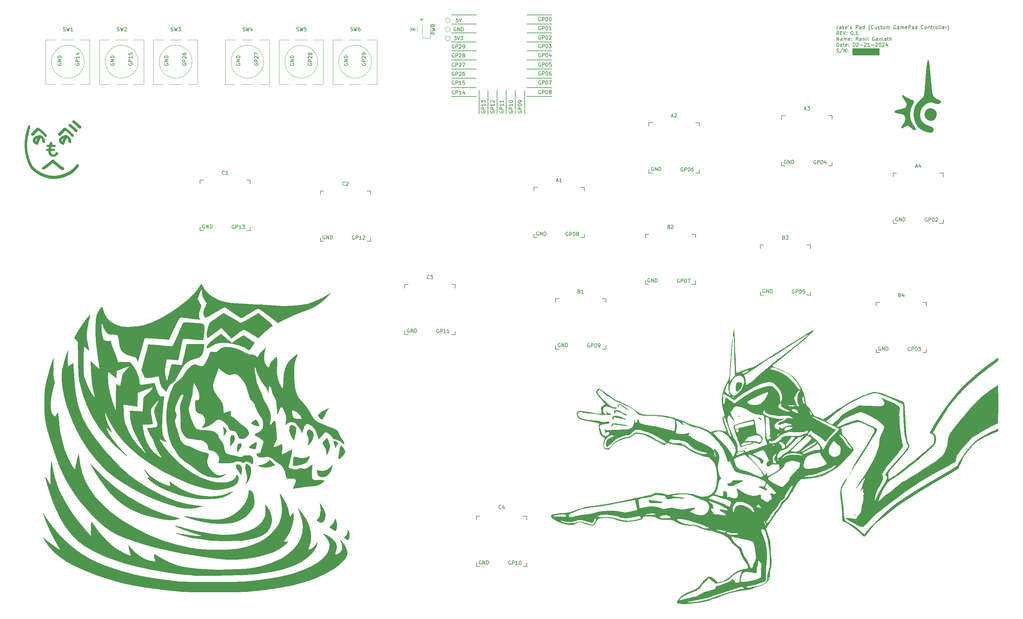
<source format=gbr>
%TF.GenerationSoftware,KiCad,Pcbnew,7.0.1*%
%TF.CreationDate,2024-02-21T21:30:13-07:00*%
%TF.ProjectId,JakesPad,4a616b65-7350-4616-942e-6b696361645f,rev?*%
%TF.SameCoordinates,Original*%
%TF.FileFunction,Legend,Top*%
%TF.FilePolarity,Positive*%
%FSLAX46Y46*%
G04 Gerber Fmt 4.6, Leading zero omitted, Abs format (unit mm)*
G04 Created by KiCad (PCBNEW 7.0.1) date 2024-02-21 21:30:13*
%MOMM*%
%LPD*%
G01*
G04 APERTURE LIST*
%ADD10C,0.150000*%
%ADD11C,0.200000*%
%ADD12C,0.120000*%
G04 APERTURE END LIST*
D10*
X223250000Y-76000000D02*
X223250000Y-82500000D01*
X229000000Y-62500000D02*
X236000000Y-62500000D01*
X319797328Y-64361000D02*
X327163328Y-64361000D01*
X327163328Y-66139000D01*
X319797328Y-66139000D01*
X319797328Y-64361000D01*
G36*
X319797328Y-64361000D02*
G01*
X327163328Y-64361000D01*
X327163328Y-66139000D01*
X319797328Y-66139000D01*
X319797328Y-64361000D01*
G37*
X208000000Y-67500000D02*
X215000000Y-67500000D01*
X229000000Y-57500000D02*
X236000000Y-57500000D01*
X208000000Y-60000000D02*
X215000000Y-60000000D01*
X208000000Y-62500000D02*
X215000000Y-62500000D01*
X208000000Y-72600000D02*
X215000000Y-72600000D01*
X208000000Y-65000000D02*
X215000000Y-65000000D01*
X208000000Y-55000000D02*
X215000000Y-55000000D01*
X229000000Y-67500000D02*
X236000000Y-67500000D01*
X218200000Y-76000000D02*
X218200000Y-82500000D01*
X229000000Y-55000000D02*
X236000000Y-55000000D01*
X229000000Y-65000000D02*
X236000000Y-65000000D01*
X215700000Y-76000000D02*
X215700000Y-82500000D01*
X228400000Y-76000000D02*
X228400000Y-82500000D01*
X229000000Y-75200000D02*
X236000000Y-75200000D01*
X225800000Y-82500000D02*
X225800000Y-76000000D01*
X229000000Y-77700000D02*
X236000000Y-77700000D01*
X208000000Y-75200000D02*
X215000000Y-75200000D01*
X208000000Y-77700000D02*
X215000000Y-77700000D01*
X229000000Y-72600000D02*
X236000000Y-72600000D01*
X220750000Y-82500000D02*
X220750000Y-76000000D01*
X229000000Y-60000000D02*
X236000000Y-60000000D01*
X208000000Y-57500000D02*
X215000000Y-57500000D01*
X208000000Y-70100000D02*
X215000000Y-70100000D01*
X229000000Y-70100000D02*
X236000000Y-70100000D01*
X224125238Y-81738095D02*
X224077619Y-81833333D01*
X224077619Y-81833333D02*
X224077619Y-81976190D01*
X224077619Y-81976190D02*
X224125238Y-82119047D01*
X224125238Y-82119047D02*
X224220476Y-82214285D01*
X224220476Y-82214285D02*
X224315714Y-82261904D01*
X224315714Y-82261904D02*
X224506190Y-82309523D01*
X224506190Y-82309523D02*
X224649047Y-82309523D01*
X224649047Y-82309523D02*
X224839523Y-82261904D01*
X224839523Y-82261904D02*
X224934761Y-82214285D01*
X224934761Y-82214285D02*
X225030000Y-82119047D01*
X225030000Y-82119047D02*
X225077619Y-81976190D01*
X225077619Y-81976190D02*
X225077619Y-81880952D01*
X225077619Y-81880952D02*
X225030000Y-81738095D01*
X225030000Y-81738095D02*
X224982380Y-81690476D01*
X224982380Y-81690476D02*
X224649047Y-81690476D01*
X224649047Y-81690476D02*
X224649047Y-81880952D01*
X225077619Y-81261904D02*
X224077619Y-81261904D01*
X224077619Y-81261904D02*
X224077619Y-80880952D01*
X224077619Y-80880952D02*
X224125238Y-80785714D01*
X224125238Y-80785714D02*
X224172857Y-80738095D01*
X224172857Y-80738095D02*
X224268095Y-80690476D01*
X224268095Y-80690476D02*
X224410952Y-80690476D01*
X224410952Y-80690476D02*
X224506190Y-80738095D01*
X224506190Y-80738095D02*
X224553809Y-80785714D01*
X224553809Y-80785714D02*
X224601428Y-80880952D01*
X224601428Y-80880952D02*
X224601428Y-81261904D01*
X225077619Y-79738095D02*
X225077619Y-80309523D01*
X225077619Y-80023809D02*
X224077619Y-80023809D01*
X224077619Y-80023809D02*
X224220476Y-80119047D01*
X224220476Y-80119047D02*
X224315714Y-80214285D01*
X224315714Y-80214285D02*
X224363333Y-80309523D01*
X224077619Y-79119047D02*
X224077619Y-79023809D01*
X224077619Y-79023809D02*
X224125238Y-78928571D01*
X224125238Y-78928571D02*
X224172857Y-78880952D01*
X224172857Y-78880952D02*
X224268095Y-78833333D01*
X224268095Y-78833333D02*
X224458571Y-78785714D01*
X224458571Y-78785714D02*
X224696666Y-78785714D01*
X224696666Y-78785714D02*
X224887142Y-78833333D01*
X224887142Y-78833333D02*
X224982380Y-78880952D01*
X224982380Y-78880952D02*
X225030000Y-78928571D01*
X225030000Y-78928571D02*
X225077619Y-79023809D01*
X225077619Y-79023809D02*
X225077619Y-79119047D01*
X225077619Y-79119047D02*
X225030000Y-79214285D01*
X225030000Y-79214285D02*
X224982380Y-79261904D01*
X224982380Y-79261904D02*
X224887142Y-79309523D01*
X224887142Y-79309523D02*
X224696666Y-79357142D01*
X224696666Y-79357142D02*
X224458571Y-79357142D01*
X224458571Y-79357142D02*
X224268095Y-79309523D01*
X224268095Y-79309523D02*
X224172857Y-79261904D01*
X224172857Y-79261904D02*
X224125238Y-79214285D01*
X224125238Y-79214285D02*
X224077619Y-79119047D01*
X208761904Y-65825238D02*
X208666666Y-65777619D01*
X208666666Y-65777619D02*
X208523809Y-65777619D01*
X208523809Y-65777619D02*
X208380952Y-65825238D01*
X208380952Y-65825238D02*
X208285714Y-65920476D01*
X208285714Y-65920476D02*
X208238095Y-66015714D01*
X208238095Y-66015714D02*
X208190476Y-66206190D01*
X208190476Y-66206190D02*
X208190476Y-66349047D01*
X208190476Y-66349047D02*
X208238095Y-66539523D01*
X208238095Y-66539523D02*
X208285714Y-66634761D01*
X208285714Y-66634761D02*
X208380952Y-66730000D01*
X208380952Y-66730000D02*
X208523809Y-66777619D01*
X208523809Y-66777619D02*
X208619047Y-66777619D01*
X208619047Y-66777619D02*
X208761904Y-66730000D01*
X208761904Y-66730000D02*
X208809523Y-66682380D01*
X208809523Y-66682380D02*
X208809523Y-66349047D01*
X208809523Y-66349047D02*
X208619047Y-66349047D01*
X209238095Y-66777619D02*
X209238095Y-65777619D01*
X209238095Y-65777619D02*
X209619047Y-65777619D01*
X209619047Y-65777619D02*
X209714285Y-65825238D01*
X209714285Y-65825238D02*
X209761904Y-65872857D01*
X209761904Y-65872857D02*
X209809523Y-65968095D01*
X209809523Y-65968095D02*
X209809523Y-66110952D01*
X209809523Y-66110952D02*
X209761904Y-66206190D01*
X209761904Y-66206190D02*
X209714285Y-66253809D01*
X209714285Y-66253809D02*
X209619047Y-66301428D01*
X209619047Y-66301428D02*
X209238095Y-66301428D01*
X210190476Y-65872857D02*
X210238095Y-65825238D01*
X210238095Y-65825238D02*
X210333333Y-65777619D01*
X210333333Y-65777619D02*
X210571428Y-65777619D01*
X210571428Y-65777619D02*
X210666666Y-65825238D01*
X210666666Y-65825238D02*
X210714285Y-65872857D01*
X210714285Y-65872857D02*
X210761904Y-65968095D01*
X210761904Y-65968095D02*
X210761904Y-66063333D01*
X210761904Y-66063333D02*
X210714285Y-66206190D01*
X210714285Y-66206190D02*
X210142857Y-66777619D01*
X210142857Y-66777619D02*
X210761904Y-66777619D01*
X211333333Y-66206190D02*
X211238095Y-66158571D01*
X211238095Y-66158571D02*
X211190476Y-66110952D01*
X211190476Y-66110952D02*
X211142857Y-66015714D01*
X211142857Y-66015714D02*
X211142857Y-65968095D01*
X211142857Y-65968095D02*
X211190476Y-65872857D01*
X211190476Y-65872857D02*
X211238095Y-65825238D01*
X211238095Y-65825238D02*
X211333333Y-65777619D01*
X211333333Y-65777619D02*
X211523809Y-65777619D01*
X211523809Y-65777619D02*
X211619047Y-65825238D01*
X211619047Y-65825238D02*
X211666666Y-65872857D01*
X211666666Y-65872857D02*
X211714285Y-65968095D01*
X211714285Y-65968095D02*
X211714285Y-66015714D01*
X211714285Y-66015714D02*
X211666666Y-66110952D01*
X211666666Y-66110952D02*
X211619047Y-66158571D01*
X211619047Y-66158571D02*
X211523809Y-66206190D01*
X211523809Y-66206190D02*
X211333333Y-66206190D01*
X211333333Y-66206190D02*
X211238095Y-66253809D01*
X211238095Y-66253809D02*
X211190476Y-66301428D01*
X211190476Y-66301428D02*
X211142857Y-66396666D01*
X211142857Y-66396666D02*
X211142857Y-66587142D01*
X211142857Y-66587142D02*
X211190476Y-66682380D01*
X211190476Y-66682380D02*
X211238095Y-66730000D01*
X211238095Y-66730000D02*
X211333333Y-66777619D01*
X211333333Y-66777619D02*
X211523809Y-66777619D01*
X211523809Y-66777619D02*
X211619047Y-66730000D01*
X211619047Y-66730000D02*
X211666666Y-66682380D01*
X211666666Y-66682380D02*
X211714285Y-66587142D01*
X211714285Y-66587142D02*
X211714285Y-66396666D01*
X211714285Y-66396666D02*
X211666666Y-66301428D01*
X211666666Y-66301428D02*
X211619047Y-66253809D01*
X211619047Y-66253809D02*
X211523809Y-66206190D01*
X232861904Y-58225238D02*
X232766666Y-58177619D01*
X232766666Y-58177619D02*
X232623809Y-58177619D01*
X232623809Y-58177619D02*
X232480952Y-58225238D01*
X232480952Y-58225238D02*
X232385714Y-58320476D01*
X232385714Y-58320476D02*
X232338095Y-58415714D01*
X232338095Y-58415714D02*
X232290476Y-58606190D01*
X232290476Y-58606190D02*
X232290476Y-58749047D01*
X232290476Y-58749047D02*
X232338095Y-58939523D01*
X232338095Y-58939523D02*
X232385714Y-59034761D01*
X232385714Y-59034761D02*
X232480952Y-59130000D01*
X232480952Y-59130000D02*
X232623809Y-59177619D01*
X232623809Y-59177619D02*
X232719047Y-59177619D01*
X232719047Y-59177619D02*
X232861904Y-59130000D01*
X232861904Y-59130000D02*
X232909523Y-59082380D01*
X232909523Y-59082380D02*
X232909523Y-58749047D01*
X232909523Y-58749047D02*
X232719047Y-58749047D01*
X233338095Y-59177619D02*
X233338095Y-58177619D01*
X233338095Y-58177619D02*
X233719047Y-58177619D01*
X233719047Y-58177619D02*
X233814285Y-58225238D01*
X233814285Y-58225238D02*
X233861904Y-58272857D01*
X233861904Y-58272857D02*
X233909523Y-58368095D01*
X233909523Y-58368095D02*
X233909523Y-58510952D01*
X233909523Y-58510952D02*
X233861904Y-58606190D01*
X233861904Y-58606190D02*
X233814285Y-58653809D01*
X233814285Y-58653809D02*
X233719047Y-58701428D01*
X233719047Y-58701428D02*
X233338095Y-58701428D01*
X234528571Y-58177619D02*
X234623809Y-58177619D01*
X234623809Y-58177619D02*
X234719047Y-58225238D01*
X234719047Y-58225238D02*
X234766666Y-58272857D01*
X234766666Y-58272857D02*
X234814285Y-58368095D01*
X234814285Y-58368095D02*
X234861904Y-58558571D01*
X234861904Y-58558571D02*
X234861904Y-58796666D01*
X234861904Y-58796666D02*
X234814285Y-58987142D01*
X234814285Y-58987142D02*
X234766666Y-59082380D01*
X234766666Y-59082380D02*
X234719047Y-59130000D01*
X234719047Y-59130000D02*
X234623809Y-59177619D01*
X234623809Y-59177619D02*
X234528571Y-59177619D01*
X234528571Y-59177619D02*
X234433333Y-59130000D01*
X234433333Y-59130000D02*
X234385714Y-59082380D01*
X234385714Y-59082380D02*
X234338095Y-58987142D01*
X234338095Y-58987142D02*
X234290476Y-58796666D01*
X234290476Y-58796666D02*
X234290476Y-58558571D01*
X234290476Y-58558571D02*
X234338095Y-58368095D01*
X234338095Y-58368095D02*
X234385714Y-58272857D01*
X234385714Y-58272857D02*
X234433333Y-58225238D01*
X234433333Y-58225238D02*
X234528571Y-58177619D01*
X235814285Y-59177619D02*
X235242857Y-59177619D01*
X235528571Y-59177619D02*
X235528571Y-58177619D01*
X235528571Y-58177619D02*
X235433333Y-58320476D01*
X235433333Y-58320476D02*
X235338095Y-58415714D01*
X235338095Y-58415714D02*
X235242857Y-58463333D01*
X309461904Y-95525238D02*
X309366666Y-95477619D01*
X309366666Y-95477619D02*
X309223809Y-95477619D01*
X309223809Y-95477619D02*
X309080952Y-95525238D01*
X309080952Y-95525238D02*
X308985714Y-95620476D01*
X308985714Y-95620476D02*
X308938095Y-95715714D01*
X308938095Y-95715714D02*
X308890476Y-95906190D01*
X308890476Y-95906190D02*
X308890476Y-96049047D01*
X308890476Y-96049047D02*
X308938095Y-96239523D01*
X308938095Y-96239523D02*
X308985714Y-96334761D01*
X308985714Y-96334761D02*
X309080952Y-96430000D01*
X309080952Y-96430000D02*
X309223809Y-96477619D01*
X309223809Y-96477619D02*
X309319047Y-96477619D01*
X309319047Y-96477619D02*
X309461904Y-96430000D01*
X309461904Y-96430000D02*
X309509523Y-96382380D01*
X309509523Y-96382380D02*
X309509523Y-96049047D01*
X309509523Y-96049047D02*
X309319047Y-96049047D01*
X309938095Y-96477619D02*
X309938095Y-95477619D01*
X309938095Y-95477619D02*
X310319047Y-95477619D01*
X310319047Y-95477619D02*
X310414285Y-95525238D01*
X310414285Y-95525238D02*
X310461904Y-95572857D01*
X310461904Y-95572857D02*
X310509523Y-95668095D01*
X310509523Y-95668095D02*
X310509523Y-95810952D01*
X310509523Y-95810952D02*
X310461904Y-95906190D01*
X310461904Y-95906190D02*
X310414285Y-95953809D01*
X310414285Y-95953809D02*
X310319047Y-96001428D01*
X310319047Y-96001428D02*
X309938095Y-96001428D01*
X311128571Y-95477619D02*
X311223809Y-95477619D01*
X311223809Y-95477619D02*
X311319047Y-95525238D01*
X311319047Y-95525238D02*
X311366666Y-95572857D01*
X311366666Y-95572857D02*
X311414285Y-95668095D01*
X311414285Y-95668095D02*
X311461904Y-95858571D01*
X311461904Y-95858571D02*
X311461904Y-96096666D01*
X311461904Y-96096666D02*
X311414285Y-96287142D01*
X311414285Y-96287142D02*
X311366666Y-96382380D01*
X311366666Y-96382380D02*
X311319047Y-96430000D01*
X311319047Y-96430000D02*
X311223809Y-96477619D01*
X311223809Y-96477619D02*
X311128571Y-96477619D01*
X311128571Y-96477619D02*
X311033333Y-96430000D01*
X311033333Y-96430000D02*
X310985714Y-96382380D01*
X310985714Y-96382380D02*
X310938095Y-96287142D01*
X310938095Y-96287142D02*
X310890476Y-96096666D01*
X310890476Y-96096666D02*
X310890476Y-95858571D01*
X310890476Y-95858571D02*
X310938095Y-95668095D01*
X310938095Y-95668095D02*
X310985714Y-95572857D01*
X310985714Y-95572857D02*
X311033333Y-95525238D01*
X311033333Y-95525238D02*
X311128571Y-95477619D01*
X312319047Y-95810952D02*
X312319047Y-96477619D01*
X312080952Y-95430000D02*
X311842857Y-96144285D01*
X311842857Y-96144285D02*
X312461904Y-96144285D01*
X172761904Y-116425238D02*
X172666666Y-116377619D01*
X172666666Y-116377619D02*
X172523809Y-116377619D01*
X172523809Y-116377619D02*
X172380952Y-116425238D01*
X172380952Y-116425238D02*
X172285714Y-116520476D01*
X172285714Y-116520476D02*
X172238095Y-116615714D01*
X172238095Y-116615714D02*
X172190476Y-116806190D01*
X172190476Y-116806190D02*
X172190476Y-116949047D01*
X172190476Y-116949047D02*
X172238095Y-117139523D01*
X172238095Y-117139523D02*
X172285714Y-117234761D01*
X172285714Y-117234761D02*
X172380952Y-117330000D01*
X172380952Y-117330000D02*
X172523809Y-117377619D01*
X172523809Y-117377619D02*
X172619047Y-117377619D01*
X172619047Y-117377619D02*
X172761904Y-117330000D01*
X172761904Y-117330000D02*
X172809523Y-117282380D01*
X172809523Y-117282380D02*
X172809523Y-116949047D01*
X172809523Y-116949047D02*
X172619047Y-116949047D01*
X173238095Y-117377619D02*
X173238095Y-116377619D01*
X173238095Y-116377619D02*
X173809523Y-117377619D01*
X173809523Y-117377619D02*
X173809523Y-116377619D01*
X174285714Y-117377619D02*
X174285714Y-116377619D01*
X174285714Y-116377619D02*
X174523809Y-116377619D01*
X174523809Y-116377619D02*
X174666666Y-116425238D01*
X174666666Y-116425238D02*
X174761904Y-116520476D01*
X174761904Y-116520476D02*
X174809523Y-116615714D01*
X174809523Y-116615714D02*
X174857142Y-116806190D01*
X174857142Y-116806190D02*
X174857142Y-116949047D01*
X174857142Y-116949047D02*
X174809523Y-117139523D01*
X174809523Y-117139523D02*
X174761904Y-117234761D01*
X174761904Y-117234761D02*
X174666666Y-117330000D01*
X174666666Y-117330000D02*
X174523809Y-117377619D01*
X174523809Y-117377619D02*
X174285714Y-117377619D01*
X335711904Y-147525238D02*
X335616666Y-147477619D01*
X335616666Y-147477619D02*
X335473809Y-147477619D01*
X335473809Y-147477619D02*
X335330952Y-147525238D01*
X335330952Y-147525238D02*
X335235714Y-147620476D01*
X335235714Y-147620476D02*
X335188095Y-147715714D01*
X335188095Y-147715714D02*
X335140476Y-147906190D01*
X335140476Y-147906190D02*
X335140476Y-148049047D01*
X335140476Y-148049047D02*
X335188095Y-148239523D01*
X335188095Y-148239523D02*
X335235714Y-148334761D01*
X335235714Y-148334761D02*
X335330952Y-148430000D01*
X335330952Y-148430000D02*
X335473809Y-148477619D01*
X335473809Y-148477619D02*
X335569047Y-148477619D01*
X335569047Y-148477619D02*
X335711904Y-148430000D01*
X335711904Y-148430000D02*
X335759523Y-148382380D01*
X335759523Y-148382380D02*
X335759523Y-148049047D01*
X335759523Y-148049047D02*
X335569047Y-148049047D01*
X336188095Y-148477619D02*
X336188095Y-147477619D01*
X336188095Y-147477619D02*
X336569047Y-147477619D01*
X336569047Y-147477619D02*
X336664285Y-147525238D01*
X336664285Y-147525238D02*
X336711904Y-147572857D01*
X336711904Y-147572857D02*
X336759523Y-147668095D01*
X336759523Y-147668095D02*
X336759523Y-147810952D01*
X336759523Y-147810952D02*
X336711904Y-147906190D01*
X336711904Y-147906190D02*
X336664285Y-147953809D01*
X336664285Y-147953809D02*
X336569047Y-148001428D01*
X336569047Y-148001428D02*
X336188095Y-148001428D01*
X337378571Y-147477619D02*
X337473809Y-147477619D01*
X337473809Y-147477619D02*
X337569047Y-147525238D01*
X337569047Y-147525238D02*
X337616666Y-147572857D01*
X337616666Y-147572857D02*
X337664285Y-147668095D01*
X337664285Y-147668095D02*
X337711904Y-147858571D01*
X337711904Y-147858571D02*
X337711904Y-148096666D01*
X337711904Y-148096666D02*
X337664285Y-148287142D01*
X337664285Y-148287142D02*
X337616666Y-148382380D01*
X337616666Y-148382380D02*
X337569047Y-148430000D01*
X337569047Y-148430000D02*
X337473809Y-148477619D01*
X337473809Y-148477619D02*
X337378571Y-148477619D01*
X337378571Y-148477619D02*
X337283333Y-148430000D01*
X337283333Y-148430000D02*
X337235714Y-148382380D01*
X337235714Y-148382380D02*
X337188095Y-148287142D01*
X337188095Y-148287142D02*
X337140476Y-148096666D01*
X337140476Y-148096666D02*
X337140476Y-147858571D01*
X337140476Y-147858571D02*
X337188095Y-147668095D01*
X337188095Y-147668095D02*
X337235714Y-147572857D01*
X337235714Y-147572857D02*
X337283333Y-147525238D01*
X337283333Y-147525238D02*
X337378571Y-147477619D01*
X338045238Y-147477619D02*
X338664285Y-147477619D01*
X338664285Y-147477619D02*
X338330952Y-147858571D01*
X338330952Y-147858571D02*
X338473809Y-147858571D01*
X338473809Y-147858571D02*
X338569047Y-147906190D01*
X338569047Y-147906190D02*
X338616666Y-147953809D01*
X338616666Y-147953809D02*
X338664285Y-148049047D01*
X338664285Y-148049047D02*
X338664285Y-148287142D01*
X338664285Y-148287142D02*
X338616666Y-148382380D01*
X338616666Y-148382380D02*
X338569047Y-148430000D01*
X338569047Y-148430000D02*
X338473809Y-148477619D01*
X338473809Y-148477619D02*
X338188095Y-148477619D01*
X338188095Y-148477619D02*
X338092857Y-148430000D01*
X338092857Y-148430000D02*
X338045238Y-148382380D01*
X98425238Y-68488095D02*
X98377619Y-68583333D01*
X98377619Y-68583333D02*
X98377619Y-68726190D01*
X98377619Y-68726190D02*
X98425238Y-68869047D01*
X98425238Y-68869047D02*
X98520476Y-68964285D01*
X98520476Y-68964285D02*
X98615714Y-69011904D01*
X98615714Y-69011904D02*
X98806190Y-69059523D01*
X98806190Y-69059523D02*
X98949047Y-69059523D01*
X98949047Y-69059523D02*
X99139523Y-69011904D01*
X99139523Y-69011904D02*
X99234761Y-68964285D01*
X99234761Y-68964285D02*
X99330000Y-68869047D01*
X99330000Y-68869047D02*
X99377619Y-68726190D01*
X99377619Y-68726190D02*
X99377619Y-68630952D01*
X99377619Y-68630952D02*
X99330000Y-68488095D01*
X99330000Y-68488095D02*
X99282380Y-68440476D01*
X99282380Y-68440476D02*
X98949047Y-68440476D01*
X98949047Y-68440476D02*
X98949047Y-68630952D01*
X99377619Y-68011904D02*
X98377619Y-68011904D01*
X98377619Y-68011904D02*
X99377619Y-67440476D01*
X99377619Y-67440476D02*
X98377619Y-67440476D01*
X99377619Y-66964285D02*
X98377619Y-66964285D01*
X98377619Y-66964285D02*
X98377619Y-66726190D01*
X98377619Y-66726190D02*
X98425238Y-66583333D01*
X98425238Y-66583333D02*
X98520476Y-66488095D01*
X98520476Y-66488095D02*
X98615714Y-66440476D01*
X98615714Y-66440476D02*
X98806190Y-66392857D01*
X98806190Y-66392857D02*
X98949047Y-66392857D01*
X98949047Y-66392857D02*
X99139523Y-66440476D01*
X99139523Y-66440476D02*
X99234761Y-66488095D01*
X99234761Y-66488095D02*
X99330000Y-66583333D01*
X99330000Y-66583333D02*
X99377619Y-66726190D01*
X99377619Y-66726190D02*
X99377619Y-66964285D01*
X232861904Y-60825238D02*
X232766666Y-60777619D01*
X232766666Y-60777619D02*
X232623809Y-60777619D01*
X232623809Y-60777619D02*
X232480952Y-60825238D01*
X232480952Y-60825238D02*
X232385714Y-60920476D01*
X232385714Y-60920476D02*
X232338095Y-61015714D01*
X232338095Y-61015714D02*
X232290476Y-61206190D01*
X232290476Y-61206190D02*
X232290476Y-61349047D01*
X232290476Y-61349047D02*
X232338095Y-61539523D01*
X232338095Y-61539523D02*
X232385714Y-61634761D01*
X232385714Y-61634761D02*
X232480952Y-61730000D01*
X232480952Y-61730000D02*
X232623809Y-61777619D01*
X232623809Y-61777619D02*
X232719047Y-61777619D01*
X232719047Y-61777619D02*
X232861904Y-61730000D01*
X232861904Y-61730000D02*
X232909523Y-61682380D01*
X232909523Y-61682380D02*
X232909523Y-61349047D01*
X232909523Y-61349047D02*
X232719047Y-61349047D01*
X233338095Y-61777619D02*
X233338095Y-60777619D01*
X233338095Y-60777619D02*
X233719047Y-60777619D01*
X233719047Y-60777619D02*
X233814285Y-60825238D01*
X233814285Y-60825238D02*
X233861904Y-60872857D01*
X233861904Y-60872857D02*
X233909523Y-60968095D01*
X233909523Y-60968095D02*
X233909523Y-61110952D01*
X233909523Y-61110952D02*
X233861904Y-61206190D01*
X233861904Y-61206190D02*
X233814285Y-61253809D01*
X233814285Y-61253809D02*
X233719047Y-61301428D01*
X233719047Y-61301428D02*
X233338095Y-61301428D01*
X234528571Y-60777619D02*
X234623809Y-60777619D01*
X234623809Y-60777619D02*
X234719047Y-60825238D01*
X234719047Y-60825238D02*
X234766666Y-60872857D01*
X234766666Y-60872857D02*
X234814285Y-60968095D01*
X234814285Y-60968095D02*
X234861904Y-61158571D01*
X234861904Y-61158571D02*
X234861904Y-61396666D01*
X234861904Y-61396666D02*
X234814285Y-61587142D01*
X234814285Y-61587142D02*
X234766666Y-61682380D01*
X234766666Y-61682380D02*
X234719047Y-61730000D01*
X234719047Y-61730000D02*
X234623809Y-61777619D01*
X234623809Y-61777619D02*
X234528571Y-61777619D01*
X234528571Y-61777619D02*
X234433333Y-61730000D01*
X234433333Y-61730000D02*
X234385714Y-61682380D01*
X234385714Y-61682380D02*
X234338095Y-61587142D01*
X234338095Y-61587142D02*
X234290476Y-61396666D01*
X234290476Y-61396666D02*
X234290476Y-61158571D01*
X234290476Y-61158571D02*
X234338095Y-60968095D01*
X234338095Y-60968095D02*
X234385714Y-60872857D01*
X234385714Y-60872857D02*
X234433333Y-60825238D01*
X234433333Y-60825238D02*
X234528571Y-60777619D01*
X235242857Y-60872857D02*
X235290476Y-60825238D01*
X235290476Y-60825238D02*
X235385714Y-60777619D01*
X235385714Y-60777619D02*
X235623809Y-60777619D01*
X235623809Y-60777619D02*
X235719047Y-60825238D01*
X235719047Y-60825238D02*
X235766666Y-60872857D01*
X235766666Y-60872857D02*
X235814285Y-60968095D01*
X235814285Y-60968095D02*
X235814285Y-61063333D01*
X235814285Y-61063333D02*
X235766666Y-61206190D01*
X235766666Y-61206190D02*
X235195238Y-61777619D01*
X235195238Y-61777619D02*
X235814285Y-61777619D01*
X226625238Y-81738095D02*
X226577619Y-81833333D01*
X226577619Y-81833333D02*
X226577619Y-81976190D01*
X226577619Y-81976190D02*
X226625238Y-82119047D01*
X226625238Y-82119047D02*
X226720476Y-82214285D01*
X226720476Y-82214285D02*
X226815714Y-82261904D01*
X226815714Y-82261904D02*
X227006190Y-82309523D01*
X227006190Y-82309523D02*
X227149047Y-82309523D01*
X227149047Y-82309523D02*
X227339523Y-82261904D01*
X227339523Y-82261904D02*
X227434761Y-82214285D01*
X227434761Y-82214285D02*
X227530000Y-82119047D01*
X227530000Y-82119047D02*
X227577619Y-81976190D01*
X227577619Y-81976190D02*
X227577619Y-81880952D01*
X227577619Y-81880952D02*
X227530000Y-81738095D01*
X227530000Y-81738095D02*
X227482380Y-81690476D01*
X227482380Y-81690476D02*
X227149047Y-81690476D01*
X227149047Y-81690476D02*
X227149047Y-81880952D01*
X227577619Y-81261904D02*
X226577619Y-81261904D01*
X226577619Y-81261904D02*
X226577619Y-80880952D01*
X226577619Y-80880952D02*
X226625238Y-80785714D01*
X226625238Y-80785714D02*
X226672857Y-80738095D01*
X226672857Y-80738095D02*
X226768095Y-80690476D01*
X226768095Y-80690476D02*
X226910952Y-80690476D01*
X226910952Y-80690476D02*
X227006190Y-80738095D01*
X227006190Y-80738095D02*
X227053809Y-80785714D01*
X227053809Y-80785714D02*
X227101428Y-80880952D01*
X227101428Y-80880952D02*
X227101428Y-81261904D01*
X226577619Y-80071428D02*
X226577619Y-79976190D01*
X226577619Y-79976190D02*
X226625238Y-79880952D01*
X226625238Y-79880952D02*
X226672857Y-79833333D01*
X226672857Y-79833333D02*
X226768095Y-79785714D01*
X226768095Y-79785714D02*
X226958571Y-79738095D01*
X226958571Y-79738095D02*
X227196666Y-79738095D01*
X227196666Y-79738095D02*
X227387142Y-79785714D01*
X227387142Y-79785714D02*
X227482380Y-79833333D01*
X227482380Y-79833333D02*
X227530000Y-79880952D01*
X227530000Y-79880952D02*
X227577619Y-79976190D01*
X227577619Y-79976190D02*
X227577619Y-80071428D01*
X227577619Y-80071428D02*
X227530000Y-80166666D01*
X227530000Y-80166666D02*
X227482380Y-80214285D01*
X227482380Y-80214285D02*
X227387142Y-80261904D01*
X227387142Y-80261904D02*
X227196666Y-80309523D01*
X227196666Y-80309523D02*
X226958571Y-80309523D01*
X226958571Y-80309523D02*
X226768095Y-80261904D01*
X226768095Y-80261904D02*
X226672857Y-80214285D01*
X226672857Y-80214285D02*
X226625238Y-80166666D01*
X226625238Y-80166666D02*
X226577619Y-80071428D01*
X227577619Y-79261904D02*
X227577619Y-79071428D01*
X227577619Y-79071428D02*
X227530000Y-78976190D01*
X227530000Y-78976190D02*
X227482380Y-78928571D01*
X227482380Y-78928571D02*
X227339523Y-78833333D01*
X227339523Y-78833333D02*
X227149047Y-78785714D01*
X227149047Y-78785714D02*
X226768095Y-78785714D01*
X226768095Y-78785714D02*
X226672857Y-78833333D01*
X226672857Y-78833333D02*
X226625238Y-78880952D01*
X226625238Y-78880952D02*
X226577619Y-78976190D01*
X226577619Y-78976190D02*
X226577619Y-79166666D01*
X226577619Y-79166666D02*
X226625238Y-79261904D01*
X226625238Y-79261904D02*
X226672857Y-79309523D01*
X226672857Y-79309523D02*
X226768095Y-79357142D01*
X226768095Y-79357142D02*
X227006190Y-79357142D01*
X227006190Y-79357142D02*
X227101428Y-79309523D01*
X227101428Y-79309523D02*
X227149047Y-79261904D01*
X227149047Y-79261904D02*
X227196666Y-79166666D01*
X227196666Y-79166666D02*
X227196666Y-78976190D01*
X227196666Y-78976190D02*
X227149047Y-78880952D01*
X227149047Y-78880952D02*
X227101428Y-78833333D01*
X227101428Y-78833333D02*
X227006190Y-78785714D01*
X232861904Y-55725238D02*
X232766666Y-55677619D01*
X232766666Y-55677619D02*
X232623809Y-55677619D01*
X232623809Y-55677619D02*
X232480952Y-55725238D01*
X232480952Y-55725238D02*
X232385714Y-55820476D01*
X232385714Y-55820476D02*
X232338095Y-55915714D01*
X232338095Y-55915714D02*
X232290476Y-56106190D01*
X232290476Y-56106190D02*
X232290476Y-56249047D01*
X232290476Y-56249047D02*
X232338095Y-56439523D01*
X232338095Y-56439523D02*
X232385714Y-56534761D01*
X232385714Y-56534761D02*
X232480952Y-56630000D01*
X232480952Y-56630000D02*
X232623809Y-56677619D01*
X232623809Y-56677619D02*
X232719047Y-56677619D01*
X232719047Y-56677619D02*
X232861904Y-56630000D01*
X232861904Y-56630000D02*
X232909523Y-56582380D01*
X232909523Y-56582380D02*
X232909523Y-56249047D01*
X232909523Y-56249047D02*
X232719047Y-56249047D01*
X233338095Y-56677619D02*
X233338095Y-55677619D01*
X233338095Y-55677619D02*
X233719047Y-55677619D01*
X233719047Y-55677619D02*
X233814285Y-55725238D01*
X233814285Y-55725238D02*
X233861904Y-55772857D01*
X233861904Y-55772857D02*
X233909523Y-55868095D01*
X233909523Y-55868095D02*
X233909523Y-56010952D01*
X233909523Y-56010952D02*
X233861904Y-56106190D01*
X233861904Y-56106190D02*
X233814285Y-56153809D01*
X233814285Y-56153809D02*
X233719047Y-56201428D01*
X233719047Y-56201428D02*
X233338095Y-56201428D01*
X234528571Y-55677619D02*
X234623809Y-55677619D01*
X234623809Y-55677619D02*
X234719047Y-55725238D01*
X234719047Y-55725238D02*
X234766666Y-55772857D01*
X234766666Y-55772857D02*
X234814285Y-55868095D01*
X234814285Y-55868095D02*
X234861904Y-56058571D01*
X234861904Y-56058571D02*
X234861904Y-56296666D01*
X234861904Y-56296666D02*
X234814285Y-56487142D01*
X234814285Y-56487142D02*
X234766666Y-56582380D01*
X234766666Y-56582380D02*
X234719047Y-56630000D01*
X234719047Y-56630000D02*
X234623809Y-56677619D01*
X234623809Y-56677619D02*
X234528571Y-56677619D01*
X234528571Y-56677619D02*
X234433333Y-56630000D01*
X234433333Y-56630000D02*
X234385714Y-56582380D01*
X234385714Y-56582380D02*
X234338095Y-56487142D01*
X234338095Y-56487142D02*
X234290476Y-56296666D01*
X234290476Y-56296666D02*
X234290476Y-56058571D01*
X234290476Y-56058571D02*
X234338095Y-55868095D01*
X234338095Y-55868095D02*
X234385714Y-55772857D01*
X234385714Y-55772857D02*
X234433333Y-55725238D01*
X234433333Y-55725238D02*
X234528571Y-55677619D01*
X235480952Y-55677619D02*
X235576190Y-55677619D01*
X235576190Y-55677619D02*
X235671428Y-55725238D01*
X235671428Y-55725238D02*
X235719047Y-55772857D01*
X235719047Y-55772857D02*
X235766666Y-55868095D01*
X235766666Y-55868095D02*
X235814285Y-56058571D01*
X235814285Y-56058571D02*
X235814285Y-56296666D01*
X235814285Y-56296666D02*
X235766666Y-56487142D01*
X235766666Y-56487142D02*
X235719047Y-56582380D01*
X235719047Y-56582380D02*
X235671428Y-56630000D01*
X235671428Y-56630000D02*
X235576190Y-56677619D01*
X235576190Y-56677619D02*
X235480952Y-56677619D01*
X235480952Y-56677619D02*
X235385714Y-56630000D01*
X235385714Y-56630000D02*
X235338095Y-56582380D01*
X235338095Y-56582380D02*
X235290476Y-56487142D01*
X235290476Y-56487142D02*
X235242857Y-56296666D01*
X235242857Y-56296666D02*
X235242857Y-56058571D01*
X235242857Y-56058571D02*
X235290476Y-55868095D01*
X235290476Y-55868095D02*
X235338095Y-55772857D01*
X235338095Y-55772857D02*
X235385714Y-55725238D01*
X235385714Y-55725238D02*
X235480952Y-55677619D01*
X219025238Y-81738095D02*
X218977619Y-81833333D01*
X218977619Y-81833333D02*
X218977619Y-81976190D01*
X218977619Y-81976190D02*
X219025238Y-82119047D01*
X219025238Y-82119047D02*
X219120476Y-82214285D01*
X219120476Y-82214285D02*
X219215714Y-82261904D01*
X219215714Y-82261904D02*
X219406190Y-82309523D01*
X219406190Y-82309523D02*
X219549047Y-82309523D01*
X219549047Y-82309523D02*
X219739523Y-82261904D01*
X219739523Y-82261904D02*
X219834761Y-82214285D01*
X219834761Y-82214285D02*
X219930000Y-82119047D01*
X219930000Y-82119047D02*
X219977619Y-81976190D01*
X219977619Y-81976190D02*
X219977619Y-81880952D01*
X219977619Y-81880952D02*
X219930000Y-81738095D01*
X219930000Y-81738095D02*
X219882380Y-81690476D01*
X219882380Y-81690476D02*
X219549047Y-81690476D01*
X219549047Y-81690476D02*
X219549047Y-81880952D01*
X219977619Y-81261904D02*
X218977619Y-81261904D01*
X218977619Y-81261904D02*
X218977619Y-80880952D01*
X218977619Y-80880952D02*
X219025238Y-80785714D01*
X219025238Y-80785714D02*
X219072857Y-80738095D01*
X219072857Y-80738095D02*
X219168095Y-80690476D01*
X219168095Y-80690476D02*
X219310952Y-80690476D01*
X219310952Y-80690476D02*
X219406190Y-80738095D01*
X219406190Y-80738095D02*
X219453809Y-80785714D01*
X219453809Y-80785714D02*
X219501428Y-80880952D01*
X219501428Y-80880952D02*
X219501428Y-81261904D01*
X219977619Y-79738095D02*
X219977619Y-80309523D01*
X219977619Y-80023809D02*
X218977619Y-80023809D01*
X218977619Y-80023809D02*
X219120476Y-80119047D01*
X219120476Y-80119047D02*
X219215714Y-80214285D01*
X219215714Y-80214285D02*
X219263333Y-80309523D01*
X219072857Y-79357142D02*
X219025238Y-79309523D01*
X219025238Y-79309523D02*
X218977619Y-79214285D01*
X218977619Y-79214285D02*
X218977619Y-78976190D01*
X218977619Y-78976190D02*
X219025238Y-78880952D01*
X219025238Y-78880952D02*
X219072857Y-78833333D01*
X219072857Y-78833333D02*
X219168095Y-78785714D01*
X219168095Y-78785714D02*
X219263333Y-78785714D01*
X219263333Y-78785714D02*
X219406190Y-78833333D01*
X219406190Y-78833333D02*
X219977619Y-79404761D01*
X219977619Y-79404761D02*
X219977619Y-78785714D01*
X178175238Y-68488095D02*
X178127619Y-68583333D01*
X178127619Y-68583333D02*
X178127619Y-68726190D01*
X178127619Y-68726190D02*
X178175238Y-68869047D01*
X178175238Y-68869047D02*
X178270476Y-68964285D01*
X178270476Y-68964285D02*
X178365714Y-69011904D01*
X178365714Y-69011904D02*
X178556190Y-69059523D01*
X178556190Y-69059523D02*
X178699047Y-69059523D01*
X178699047Y-69059523D02*
X178889523Y-69011904D01*
X178889523Y-69011904D02*
X178984761Y-68964285D01*
X178984761Y-68964285D02*
X179080000Y-68869047D01*
X179080000Y-68869047D02*
X179127619Y-68726190D01*
X179127619Y-68726190D02*
X179127619Y-68630952D01*
X179127619Y-68630952D02*
X179080000Y-68488095D01*
X179080000Y-68488095D02*
X179032380Y-68440476D01*
X179032380Y-68440476D02*
X178699047Y-68440476D01*
X178699047Y-68440476D02*
X178699047Y-68630952D01*
X179127619Y-68011904D02*
X178127619Y-68011904D01*
X178127619Y-68011904D02*
X179127619Y-67440476D01*
X179127619Y-67440476D02*
X178127619Y-67440476D01*
X179127619Y-66964285D02*
X178127619Y-66964285D01*
X178127619Y-66964285D02*
X178127619Y-66726190D01*
X178127619Y-66726190D02*
X178175238Y-66583333D01*
X178175238Y-66583333D02*
X178270476Y-66488095D01*
X178270476Y-66488095D02*
X178365714Y-66440476D01*
X178365714Y-66440476D02*
X178556190Y-66392857D01*
X178556190Y-66392857D02*
X178699047Y-66392857D01*
X178699047Y-66392857D02*
X178889523Y-66440476D01*
X178889523Y-66440476D02*
X178984761Y-66488095D01*
X178984761Y-66488095D02*
X179080000Y-66583333D01*
X179080000Y-66583333D02*
X179127619Y-66726190D01*
X179127619Y-66726190D02*
X179127619Y-66964285D01*
D11*
X315622137Y-57901619D02*
X315622137Y-58615904D01*
X315622137Y-58615904D02*
X315574518Y-58758761D01*
X315574518Y-58758761D02*
X315479280Y-58854000D01*
X315479280Y-58854000D02*
X315336423Y-58901619D01*
X315336423Y-58901619D02*
X315241185Y-58901619D01*
X316526899Y-58901619D02*
X316526899Y-58377809D01*
X316526899Y-58377809D02*
X316479280Y-58282571D01*
X316479280Y-58282571D02*
X316384042Y-58234952D01*
X316384042Y-58234952D02*
X316193566Y-58234952D01*
X316193566Y-58234952D02*
X316098328Y-58282571D01*
X316526899Y-58854000D02*
X316431661Y-58901619D01*
X316431661Y-58901619D02*
X316193566Y-58901619D01*
X316193566Y-58901619D02*
X316098328Y-58854000D01*
X316098328Y-58854000D02*
X316050709Y-58758761D01*
X316050709Y-58758761D02*
X316050709Y-58663523D01*
X316050709Y-58663523D02*
X316098328Y-58568285D01*
X316098328Y-58568285D02*
X316193566Y-58520666D01*
X316193566Y-58520666D02*
X316431661Y-58520666D01*
X316431661Y-58520666D02*
X316526899Y-58473047D01*
X317003090Y-58901619D02*
X317003090Y-57901619D01*
X317098328Y-58520666D02*
X317384042Y-58901619D01*
X317384042Y-58234952D02*
X317003090Y-58615904D01*
X318193566Y-58854000D02*
X318098328Y-58901619D01*
X318098328Y-58901619D02*
X317907852Y-58901619D01*
X317907852Y-58901619D02*
X317812614Y-58854000D01*
X317812614Y-58854000D02*
X317764995Y-58758761D01*
X317764995Y-58758761D02*
X317764995Y-58377809D01*
X317764995Y-58377809D02*
X317812614Y-58282571D01*
X317812614Y-58282571D02*
X317907852Y-58234952D01*
X317907852Y-58234952D02*
X318098328Y-58234952D01*
X318098328Y-58234952D02*
X318193566Y-58282571D01*
X318193566Y-58282571D02*
X318241185Y-58377809D01*
X318241185Y-58377809D02*
X318241185Y-58473047D01*
X318241185Y-58473047D02*
X317764995Y-58568285D01*
X318717376Y-57901619D02*
X318622138Y-58092095D01*
X319098328Y-58854000D02*
X319193566Y-58901619D01*
X319193566Y-58901619D02*
X319384042Y-58901619D01*
X319384042Y-58901619D02*
X319479280Y-58854000D01*
X319479280Y-58854000D02*
X319526899Y-58758761D01*
X319526899Y-58758761D02*
X319526899Y-58711142D01*
X319526899Y-58711142D02*
X319479280Y-58615904D01*
X319479280Y-58615904D02*
X319384042Y-58568285D01*
X319384042Y-58568285D02*
X319241185Y-58568285D01*
X319241185Y-58568285D02*
X319145947Y-58520666D01*
X319145947Y-58520666D02*
X319098328Y-58425428D01*
X319098328Y-58425428D02*
X319098328Y-58377809D01*
X319098328Y-58377809D02*
X319145947Y-58282571D01*
X319145947Y-58282571D02*
X319241185Y-58234952D01*
X319241185Y-58234952D02*
X319384042Y-58234952D01*
X319384042Y-58234952D02*
X319479280Y-58282571D01*
X320717376Y-58901619D02*
X320717376Y-57901619D01*
X320717376Y-57901619D02*
X321098328Y-57901619D01*
X321098328Y-57901619D02*
X321193566Y-57949238D01*
X321193566Y-57949238D02*
X321241185Y-57996857D01*
X321241185Y-57996857D02*
X321288804Y-58092095D01*
X321288804Y-58092095D02*
X321288804Y-58234952D01*
X321288804Y-58234952D02*
X321241185Y-58330190D01*
X321241185Y-58330190D02*
X321193566Y-58377809D01*
X321193566Y-58377809D02*
X321098328Y-58425428D01*
X321098328Y-58425428D02*
X320717376Y-58425428D01*
X322145947Y-58901619D02*
X322145947Y-58377809D01*
X322145947Y-58377809D02*
X322098328Y-58282571D01*
X322098328Y-58282571D02*
X322003090Y-58234952D01*
X322003090Y-58234952D02*
X321812614Y-58234952D01*
X321812614Y-58234952D02*
X321717376Y-58282571D01*
X322145947Y-58854000D02*
X322050709Y-58901619D01*
X322050709Y-58901619D02*
X321812614Y-58901619D01*
X321812614Y-58901619D02*
X321717376Y-58854000D01*
X321717376Y-58854000D02*
X321669757Y-58758761D01*
X321669757Y-58758761D02*
X321669757Y-58663523D01*
X321669757Y-58663523D02*
X321717376Y-58568285D01*
X321717376Y-58568285D02*
X321812614Y-58520666D01*
X321812614Y-58520666D02*
X322050709Y-58520666D01*
X322050709Y-58520666D02*
X322145947Y-58473047D01*
X323050709Y-58901619D02*
X323050709Y-57901619D01*
X323050709Y-58854000D02*
X322955471Y-58901619D01*
X322955471Y-58901619D02*
X322764995Y-58901619D01*
X322764995Y-58901619D02*
X322669757Y-58854000D01*
X322669757Y-58854000D02*
X322622138Y-58806380D01*
X322622138Y-58806380D02*
X322574519Y-58711142D01*
X322574519Y-58711142D02*
X322574519Y-58425428D01*
X322574519Y-58425428D02*
X322622138Y-58330190D01*
X322622138Y-58330190D02*
X322669757Y-58282571D01*
X322669757Y-58282571D02*
X322764995Y-58234952D01*
X322764995Y-58234952D02*
X322955471Y-58234952D01*
X322955471Y-58234952D02*
X323050709Y-58282571D01*
X324574519Y-59282571D02*
X324526900Y-59234952D01*
X324526900Y-59234952D02*
X324431662Y-59092095D01*
X324431662Y-59092095D02*
X324384043Y-58996857D01*
X324384043Y-58996857D02*
X324336424Y-58854000D01*
X324336424Y-58854000D02*
X324288805Y-58615904D01*
X324288805Y-58615904D02*
X324288805Y-58425428D01*
X324288805Y-58425428D02*
X324336424Y-58187333D01*
X324336424Y-58187333D02*
X324384043Y-58044476D01*
X324384043Y-58044476D02*
X324431662Y-57949238D01*
X324431662Y-57949238D02*
X324526900Y-57806380D01*
X324526900Y-57806380D02*
X324574519Y-57758761D01*
X325526900Y-58806380D02*
X325479281Y-58854000D01*
X325479281Y-58854000D02*
X325336424Y-58901619D01*
X325336424Y-58901619D02*
X325241186Y-58901619D01*
X325241186Y-58901619D02*
X325098329Y-58854000D01*
X325098329Y-58854000D02*
X325003091Y-58758761D01*
X325003091Y-58758761D02*
X324955472Y-58663523D01*
X324955472Y-58663523D02*
X324907853Y-58473047D01*
X324907853Y-58473047D02*
X324907853Y-58330190D01*
X324907853Y-58330190D02*
X324955472Y-58139714D01*
X324955472Y-58139714D02*
X325003091Y-58044476D01*
X325003091Y-58044476D02*
X325098329Y-57949238D01*
X325098329Y-57949238D02*
X325241186Y-57901619D01*
X325241186Y-57901619D02*
X325336424Y-57901619D01*
X325336424Y-57901619D02*
X325479281Y-57949238D01*
X325479281Y-57949238D02*
X325526900Y-57996857D01*
X326384043Y-58234952D02*
X326384043Y-58901619D01*
X325955472Y-58234952D02*
X325955472Y-58758761D01*
X325955472Y-58758761D02*
X326003091Y-58854000D01*
X326003091Y-58854000D02*
X326098329Y-58901619D01*
X326098329Y-58901619D02*
X326241186Y-58901619D01*
X326241186Y-58901619D02*
X326336424Y-58854000D01*
X326336424Y-58854000D02*
X326384043Y-58806380D01*
X326812615Y-58854000D02*
X326907853Y-58901619D01*
X326907853Y-58901619D02*
X327098329Y-58901619D01*
X327098329Y-58901619D02*
X327193567Y-58854000D01*
X327193567Y-58854000D02*
X327241186Y-58758761D01*
X327241186Y-58758761D02*
X327241186Y-58711142D01*
X327241186Y-58711142D02*
X327193567Y-58615904D01*
X327193567Y-58615904D02*
X327098329Y-58568285D01*
X327098329Y-58568285D02*
X326955472Y-58568285D01*
X326955472Y-58568285D02*
X326860234Y-58520666D01*
X326860234Y-58520666D02*
X326812615Y-58425428D01*
X326812615Y-58425428D02*
X326812615Y-58377809D01*
X326812615Y-58377809D02*
X326860234Y-58282571D01*
X326860234Y-58282571D02*
X326955472Y-58234952D01*
X326955472Y-58234952D02*
X327098329Y-58234952D01*
X327098329Y-58234952D02*
X327193567Y-58282571D01*
X327526901Y-58234952D02*
X327907853Y-58234952D01*
X327669758Y-57901619D02*
X327669758Y-58758761D01*
X327669758Y-58758761D02*
X327717377Y-58854000D01*
X327717377Y-58854000D02*
X327812615Y-58901619D01*
X327812615Y-58901619D02*
X327907853Y-58901619D01*
X328384044Y-58901619D02*
X328288806Y-58854000D01*
X328288806Y-58854000D02*
X328241187Y-58806380D01*
X328241187Y-58806380D02*
X328193568Y-58711142D01*
X328193568Y-58711142D02*
X328193568Y-58425428D01*
X328193568Y-58425428D02*
X328241187Y-58330190D01*
X328241187Y-58330190D02*
X328288806Y-58282571D01*
X328288806Y-58282571D02*
X328384044Y-58234952D01*
X328384044Y-58234952D02*
X328526901Y-58234952D01*
X328526901Y-58234952D02*
X328622139Y-58282571D01*
X328622139Y-58282571D02*
X328669758Y-58330190D01*
X328669758Y-58330190D02*
X328717377Y-58425428D01*
X328717377Y-58425428D02*
X328717377Y-58711142D01*
X328717377Y-58711142D02*
X328669758Y-58806380D01*
X328669758Y-58806380D02*
X328622139Y-58854000D01*
X328622139Y-58854000D02*
X328526901Y-58901619D01*
X328526901Y-58901619D02*
X328384044Y-58901619D01*
X329145949Y-58901619D02*
X329145949Y-58234952D01*
X329145949Y-58330190D02*
X329193568Y-58282571D01*
X329193568Y-58282571D02*
X329288806Y-58234952D01*
X329288806Y-58234952D02*
X329431663Y-58234952D01*
X329431663Y-58234952D02*
X329526901Y-58282571D01*
X329526901Y-58282571D02*
X329574520Y-58377809D01*
X329574520Y-58377809D02*
X329574520Y-58901619D01*
X329574520Y-58377809D02*
X329622139Y-58282571D01*
X329622139Y-58282571D02*
X329717377Y-58234952D01*
X329717377Y-58234952D02*
X329860234Y-58234952D01*
X329860234Y-58234952D02*
X329955473Y-58282571D01*
X329955473Y-58282571D02*
X330003092Y-58377809D01*
X330003092Y-58377809D02*
X330003092Y-58901619D01*
X331764996Y-57949238D02*
X331669758Y-57901619D01*
X331669758Y-57901619D02*
X331526901Y-57901619D01*
X331526901Y-57901619D02*
X331384044Y-57949238D01*
X331384044Y-57949238D02*
X331288806Y-58044476D01*
X331288806Y-58044476D02*
X331241187Y-58139714D01*
X331241187Y-58139714D02*
X331193568Y-58330190D01*
X331193568Y-58330190D02*
X331193568Y-58473047D01*
X331193568Y-58473047D02*
X331241187Y-58663523D01*
X331241187Y-58663523D02*
X331288806Y-58758761D01*
X331288806Y-58758761D02*
X331384044Y-58854000D01*
X331384044Y-58854000D02*
X331526901Y-58901619D01*
X331526901Y-58901619D02*
X331622139Y-58901619D01*
X331622139Y-58901619D02*
X331764996Y-58854000D01*
X331764996Y-58854000D02*
X331812615Y-58806380D01*
X331812615Y-58806380D02*
X331812615Y-58473047D01*
X331812615Y-58473047D02*
X331622139Y-58473047D01*
X332669758Y-58901619D02*
X332669758Y-58377809D01*
X332669758Y-58377809D02*
X332622139Y-58282571D01*
X332622139Y-58282571D02*
X332526901Y-58234952D01*
X332526901Y-58234952D02*
X332336425Y-58234952D01*
X332336425Y-58234952D02*
X332241187Y-58282571D01*
X332669758Y-58854000D02*
X332574520Y-58901619D01*
X332574520Y-58901619D02*
X332336425Y-58901619D01*
X332336425Y-58901619D02*
X332241187Y-58854000D01*
X332241187Y-58854000D02*
X332193568Y-58758761D01*
X332193568Y-58758761D02*
X332193568Y-58663523D01*
X332193568Y-58663523D02*
X332241187Y-58568285D01*
X332241187Y-58568285D02*
X332336425Y-58520666D01*
X332336425Y-58520666D02*
X332574520Y-58520666D01*
X332574520Y-58520666D02*
X332669758Y-58473047D01*
X333145949Y-58901619D02*
X333145949Y-58234952D01*
X333145949Y-58330190D02*
X333193568Y-58282571D01*
X333193568Y-58282571D02*
X333288806Y-58234952D01*
X333288806Y-58234952D02*
X333431663Y-58234952D01*
X333431663Y-58234952D02*
X333526901Y-58282571D01*
X333526901Y-58282571D02*
X333574520Y-58377809D01*
X333574520Y-58377809D02*
X333574520Y-58901619D01*
X333574520Y-58377809D02*
X333622139Y-58282571D01*
X333622139Y-58282571D02*
X333717377Y-58234952D01*
X333717377Y-58234952D02*
X333860234Y-58234952D01*
X333860234Y-58234952D02*
X333955473Y-58282571D01*
X333955473Y-58282571D02*
X334003092Y-58377809D01*
X334003092Y-58377809D02*
X334003092Y-58901619D01*
X334860234Y-58854000D02*
X334764996Y-58901619D01*
X334764996Y-58901619D02*
X334574520Y-58901619D01*
X334574520Y-58901619D02*
X334479282Y-58854000D01*
X334479282Y-58854000D02*
X334431663Y-58758761D01*
X334431663Y-58758761D02*
X334431663Y-58377809D01*
X334431663Y-58377809D02*
X334479282Y-58282571D01*
X334479282Y-58282571D02*
X334574520Y-58234952D01*
X334574520Y-58234952D02*
X334764996Y-58234952D01*
X334764996Y-58234952D02*
X334860234Y-58282571D01*
X334860234Y-58282571D02*
X334907853Y-58377809D01*
X334907853Y-58377809D02*
X334907853Y-58473047D01*
X334907853Y-58473047D02*
X334431663Y-58568285D01*
X335336425Y-58901619D02*
X335336425Y-57901619D01*
X335336425Y-57901619D02*
X335717377Y-57901619D01*
X335717377Y-57901619D02*
X335812615Y-57949238D01*
X335812615Y-57949238D02*
X335860234Y-57996857D01*
X335860234Y-57996857D02*
X335907853Y-58092095D01*
X335907853Y-58092095D02*
X335907853Y-58234952D01*
X335907853Y-58234952D02*
X335860234Y-58330190D01*
X335860234Y-58330190D02*
X335812615Y-58377809D01*
X335812615Y-58377809D02*
X335717377Y-58425428D01*
X335717377Y-58425428D02*
X335336425Y-58425428D01*
X336764996Y-58901619D02*
X336764996Y-58377809D01*
X336764996Y-58377809D02*
X336717377Y-58282571D01*
X336717377Y-58282571D02*
X336622139Y-58234952D01*
X336622139Y-58234952D02*
X336431663Y-58234952D01*
X336431663Y-58234952D02*
X336336425Y-58282571D01*
X336764996Y-58854000D02*
X336669758Y-58901619D01*
X336669758Y-58901619D02*
X336431663Y-58901619D01*
X336431663Y-58901619D02*
X336336425Y-58854000D01*
X336336425Y-58854000D02*
X336288806Y-58758761D01*
X336288806Y-58758761D02*
X336288806Y-58663523D01*
X336288806Y-58663523D02*
X336336425Y-58568285D01*
X336336425Y-58568285D02*
X336431663Y-58520666D01*
X336431663Y-58520666D02*
X336669758Y-58520666D01*
X336669758Y-58520666D02*
X336764996Y-58473047D01*
X337669758Y-58901619D02*
X337669758Y-57901619D01*
X337669758Y-58854000D02*
X337574520Y-58901619D01*
X337574520Y-58901619D02*
X337384044Y-58901619D01*
X337384044Y-58901619D02*
X337288806Y-58854000D01*
X337288806Y-58854000D02*
X337241187Y-58806380D01*
X337241187Y-58806380D02*
X337193568Y-58711142D01*
X337193568Y-58711142D02*
X337193568Y-58425428D01*
X337193568Y-58425428D02*
X337241187Y-58330190D01*
X337241187Y-58330190D02*
X337288806Y-58282571D01*
X337288806Y-58282571D02*
X337384044Y-58234952D01*
X337384044Y-58234952D02*
X337574520Y-58234952D01*
X337574520Y-58234952D02*
X337669758Y-58282571D01*
X339479282Y-58806380D02*
X339431663Y-58854000D01*
X339431663Y-58854000D02*
X339288806Y-58901619D01*
X339288806Y-58901619D02*
X339193568Y-58901619D01*
X339193568Y-58901619D02*
X339050711Y-58854000D01*
X339050711Y-58854000D02*
X338955473Y-58758761D01*
X338955473Y-58758761D02*
X338907854Y-58663523D01*
X338907854Y-58663523D02*
X338860235Y-58473047D01*
X338860235Y-58473047D02*
X338860235Y-58330190D01*
X338860235Y-58330190D02*
X338907854Y-58139714D01*
X338907854Y-58139714D02*
X338955473Y-58044476D01*
X338955473Y-58044476D02*
X339050711Y-57949238D01*
X339050711Y-57949238D02*
X339193568Y-57901619D01*
X339193568Y-57901619D02*
X339288806Y-57901619D01*
X339288806Y-57901619D02*
X339431663Y-57949238D01*
X339431663Y-57949238D02*
X339479282Y-57996857D01*
X340050711Y-58901619D02*
X339955473Y-58854000D01*
X339955473Y-58854000D02*
X339907854Y-58806380D01*
X339907854Y-58806380D02*
X339860235Y-58711142D01*
X339860235Y-58711142D02*
X339860235Y-58425428D01*
X339860235Y-58425428D02*
X339907854Y-58330190D01*
X339907854Y-58330190D02*
X339955473Y-58282571D01*
X339955473Y-58282571D02*
X340050711Y-58234952D01*
X340050711Y-58234952D02*
X340193568Y-58234952D01*
X340193568Y-58234952D02*
X340288806Y-58282571D01*
X340288806Y-58282571D02*
X340336425Y-58330190D01*
X340336425Y-58330190D02*
X340384044Y-58425428D01*
X340384044Y-58425428D02*
X340384044Y-58711142D01*
X340384044Y-58711142D02*
X340336425Y-58806380D01*
X340336425Y-58806380D02*
X340288806Y-58854000D01*
X340288806Y-58854000D02*
X340193568Y-58901619D01*
X340193568Y-58901619D02*
X340050711Y-58901619D01*
X340812616Y-58234952D02*
X340812616Y-58901619D01*
X340812616Y-58330190D02*
X340860235Y-58282571D01*
X340860235Y-58282571D02*
X340955473Y-58234952D01*
X340955473Y-58234952D02*
X341098330Y-58234952D01*
X341098330Y-58234952D02*
X341193568Y-58282571D01*
X341193568Y-58282571D02*
X341241187Y-58377809D01*
X341241187Y-58377809D02*
X341241187Y-58901619D01*
X341574521Y-58234952D02*
X341955473Y-58234952D01*
X341717378Y-57901619D02*
X341717378Y-58758761D01*
X341717378Y-58758761D02*
X341764997Y-58854000D01*
X341764997Y-58854000D02*
X341860235Y-58901619D01*
X341860235Y-58901619D02*
X341955473Y-58901619D01*
X342288807Y-58901619D02*
X342288807Y-58234952D01*
X342288807Y-58425428D02*
X342336426Y-58330190D01*
X342336426Y-58330190D02*
X342384045Y-58282571D01*
X342384045Y-58282571D02*
X342479283Y-58234952D01*
X342479283Y-58234952D02*
X342574521Y-58234952D01*
X343050712Y-58901619D02*
X342955474Y-58854000D01*
X342955474Y-58854000D02*
X342907855Y-58806380D01*
X342907855Y-58806380D02*
X342860236Y-58711142D01*
X342860236Y-58711142D02*
X342860236Y-58425428D01*
X342860236Y-58425428D02*
X342907855Y-58330190D01*
X342907855Y-58330190D02*
X342955474Y-58282571D01*
X342955474Y-58282571D02*
X343050712Y-58234952D01*
X343050712Y-58234952D02*
X343193569Y-58234952D01*
X343193569Y-58234952D02*
X343288807Y-58282571D01*
X343288807Y-58282571D02*
X343336426Y-58330190D01*
X343336426Y-58330190D02*
X343384045Y-58425428D01*
X343384045Y-58425428D02*
X343384045Y-58711142D01*
X343384045Y-58711142D02*
X343336426Y-58806380D01*
X343336426Y-58806380D02*
X343288807Y-58854000D01*
X343288807Y-58854000D02*
X343193569Y-58901619D01*
X343193569Y-58901619D02*
X343050712Y-58901619D01*
X343955474Y-58901619D02*
X343860236Y-58854000D01*
X343860236Y-58854000D02*
X343812617Y-58758761D01*
X343812617Y-58758761D02*
X343812617Y-57901619D01*
X344479284Y-58901619D02*
X344384046Y-58854000D01*
X344384046Y-58854000D02*
X344336427Y-58758761D01*
X344336427Y-58758761D02*
X344336427Y-57901619D01*
X345241189Y-58854000D02*
X345145951Y-58901619D01*
X345145951Y-58901619D02*
X344955475Y-58901619D01*
X344955475Y-58901619D02*
X344860237Y-58854000D01*
X344860237Y-58854000D02*
X344812618Y-58758761D01*
X344812618Y-58758761D02*
X344812618Y-58377809D01*
X344812618Y-58377809D02*
X344860237Y-58282571D01*
X344860237Y-58282571D02*
X344955475Y-58234952D01*
X344955475Y-58234952D02*
X345145951Y-58234952D01*
X345145951Y-58234952D02*
X345241189Y-58282571D01*
X345241189Y-58282571D02*
X345288808Y-58377809D01*
X345288808Y-58377809D02*
X345288808Y-58473047D01*
X345288808Y-58473047D02*
X344812618Y-58568285D01*
X345717380Y-58901619D02*
X345717380Y-58234952D01*
X345717380Y-58425428D02*
X345764999Y-58330190D01*
X345764999Y-58330190D02*
X345812618Y-58282571D01*
X345812618Y-58282571D02*
X345907856Y-58234952D01*
X345907856Y-58234952D02*
X346003094Y-58234952D01*
X346241190Y-59282571D02*
X346288809Y-59234952D01*
X346288809Y-59234952D02*
X346384047Y-59092095D01*
X346384047Y-59092095D02*
X346431666Y-58996857D01*
X346431666Y-58996857D02*
X346479285Y-58854000D01*
X346479285Y-58854000D02*
X346526904Y-58615904D01*
X346526904Y-58615904D02*
X346526904Y-58425428D01*
X346526904Y-58425428D02*
X346479285Y-58187333D01*
X346479285Y-58187333D02*
X346431666Y-58044476D01*
X346431666Y-58044476D02*
X346384047Y-57949238D01*
X346384047Y-57949238D02*
X346288809Y-57806380D01*
X346288809Y-57806380D02*
X346241190Y-57758761D01*
X315907851Y-60521619D02*
X315574518Y-60045428D01*
X315336423Y-60521619D02*
X315336423Y-59521619D01*
X315336423Y-59521619D02*
X315717375Y-59521619D01*
X315717375Y-59521619D02*
X315812613Y-59569238D01*
X315812613Y-59569238D02*
X315860232Y-59616857D01*
X315860232Y-59616857D02*
X315907851Y-59712095D01*
X315907851Y-59712095D02*
X315907851Y-59854952D01*
X315907851Y-59854952D02*
X315860232Y-59950190D01*
X315860232Y-59950190D02*
X315812613Y-59997809D01*
X315812613Y-59997809D02*
X315717375Y-60045428D01*
X315717375Y-60045428D02*
X315336423Y-60045428D01*
X316336423Y-59997809D02*
X316669756Y-59997809D01*
X316812613Y-60521619D02*
X316336423Y-60521619D01*
X316336423Y-60521619D02*
X316336423Y-59521619D01*
X316336423Y-59521619D02*
X316812613Y-59521619D01*
X317098328Y-59521619D02*
X317431661Y-60521619D01*
X317431661Y-60521619D02*
X317764994Y-59521619D01*
X318098328Y-60426380D02*
X318145947Y-60474000D01*
X318145947Y-60474000D02*
X318098328Y-60521619D01*
X318098328Y-60521619D02*
X318050709Y-60474000D01*
X318050709Y-60474000D02*
X318098328Y-60426380D01*
X318098328Y-60426380D02*
X318098328Y-60521619D01*
X318098328Y-59902571D02*
X318145947Y-59950190D01*
X318145947Y-59950190D02*
X318098328Y-59997809D01*
X318098328Y-59997809D02*
X318050709Y-59950190D01*
X318050709Y-59950190D02*
X318098328Y-59902571D01*
X318098328Y-59902571D02*
X318098328Y-59997809D01*
X319526899Y-59521619D02*
X319622137Y-59521619D01*
X319622137Y-59521619D02*
X319717375Y-59569238D01*
X319717375Y-59569238D02*
X319764994Y-59616857D01*
X319764994Y-59616857D02*
X319812613Y-59712095D01*
X319812613Y-59712095D02*
X319860232Y-59902571D01*
X319860232Y-59902571D02*
X319860232Y-60140666D01*
X319860232Y-60140666D02*
X319812613Y-60331142D01*
X319812613Y-60331142D02*
X319764994Y-60426380D01*
X319764994Y-60426380D02*
X319717375Y-60474000D01*
X319717375Y-60474000D02*
X319622137Y-60521619D01*
X319622137Y-60521619D02*
X319526899Y-60521619D01*
X319526899Y-60521619D02*
X319431661Y-60474000D01*
X319431661Y-60474000D02*
X319384042Y-60426380D01*
X319384042Y-60426380D02*
X319336423Y-60331142D01*
X319336423Y-60331142D02*
X319288804Y-60140666D01*
X319288804Y-60140666D02*
X319288804Y-59902571D01*
X319288804Y-59902571D02*
X319336423Y-59712095D01*
X319336423Y-59712095D02*
X319384042Y-59616857D01*
X319384042Y-59616857D02*
X319431661Y-59569238D01*
X319431661Y-59569238D02*
X319526899Y-59521619D01*
X320288804Y-60426380D02*
X320336423Y-60474000D01*
X320336423Y-60474000D02*
X320288804Y-60521619D01*
X320288804Y-60521619D02*
X320241185Y-60474000D01*
X320241185Y-60474000D02*
X320288804Y-60426380D01*
X320288804Y-60426380D02*
X320288804Y-60521619D01*
X321288803Y-60521619D02*
X320717375Y-60521619D01*
X321003089Y-60521619D02*
X321003089Y-59521619D01*
X321003089Y-59521619D02*
X320907851Y-59664476D01*
X320907851Y-59664476D02*
X320812613Y-59759714D01*
X320812613Y-59759714D02*
X320717375Y-59807333D01*
X315336423Y-62141619D02*
X315336423Y-61141619D01*
X315336423Y-61141619D02*
X315907851Y-62141619D01*
X315907851Y-62141619D02*
X315907851Y-61141619D01*
X316812613Y-62141619D02*
X316812613Y-61617809D01*
X316812613Y-61617809D02*
X316764994Y-61522571D01*
X316764994Y-61522571D02*
X316669756Y-61474952D01*
X316669756Y-61474952D02*
X316479280Y-61474952D01*
X316479280Y-61474952D02*
X316384042Y-61522571D01*
X316812613Y-62094000D02*
X316717375Y-62141619D01*
X316717375Y-62141619D02*
X316479280Y-62141619D01*
X316479280Y-62141619D02*
X316384042Y-62094000D01*
X316384042Y-62094000D02*
X316336423Y-61998761D01*
X316336423Y-61998761D02*
X316336423Y-61903523D01*
X316336423Y-61903523D02*
X316384042Y-61808285D01*
X316384042Y-61808285D02*
X316479280Y-61760666D01*
X316479280Y-61760666D02*
X316717375Y-61760666D01*
X316717375Y-61760666D02*
X316812613Y-61713047D01*
X317288804Y-62141619D02*
X317288804Y-61474952D01*
X317288804Y-61570190D02*
X317336423Y-61522571D01*
X317336423Y-61522571D02*
X317431661Y-61474952D01*
X317431661Y-61474952D02*
X317574518Y-61474952D01*
X317574518Y-61474952D02*
X317669756Y-61522571D01*
X317669756Y-61522571D02*
X317717375Y-61617809D01*
X317717375Y-61617809D02*
X317717375Y-62141619D01*
X317717375Y-61617809D02*
X317764994Y-61522571D01*
X317764994Y-61522571D02*
X317860232Y-61474952D01*
X317860232Y-61474952D02*
X318003089Y-61474952D01*
X318003089Y-61474952D02*
X318098328Y-61522571D01*
X318098328Y-61522571D02*
X318145947Y-61617809D01*
X318145947Y-61617809D02*
X318145947Y-62141619D01*
X319003089Y-62094000D02*
X318907851Y-62141619D01*
X318907851Y-62141619D02*
X318717375Y-62141619D01*
X318717375Y-62141619D02*
X318622137Y-62094000D01*
X318622137Y-62094000D02*
X318574518Y-61998761D01*
X318574518Y-61998761D02*
X318574518Y-61617809D01*
X318574518Y-61617809D02*
X318622137Y-61522571D01*
X318622137Y-61522571D02*
X318717375Y-61474952D01*
X318717375Y-61474952D02*
X318907851Y-61474952D01*
X318907851Y-61474952D02*
X319003089Y-61522571D01*
X319003089Y-61522571D02*
X319050708Y-61617809D01*
X319050708Y-61617809D02*
X319050708Y-61713047D01*
X319050708Y-61713047D02*
X318574518Y-61808285D01*
X319479280Y-62046380D02*
X319526899Y-62094000D01*
X319526899Y-62094000D02*
X319479280Y-62141619D01*
X319479280Y-62141619D02*
X319431661Y-62094000D01*
X319431661Y-62094000D02*
X319479280Y-62046380D01*
X319479280Y-62046380D02*
X319479280Y-62141619D01*
X319479280Y-61522571D02*
X319526899Y-61570190D01*
X319526899Y-61570190D02*
X319479280Y-61617809D01*
X319479280Y-61617809D02*
X319431661Y-61570190D01*
X319431661Y-61570190D02*
X319479280Y-61522571D01*
X319479280Y-61522571D02*
X319479280Y-61617809D01*
X321288803Y-62141619D02*
X320955470Y-61665428D01*
X320717375Y-62141619D02*
X320717375Y-61141619D01*
X320717375Y-61141619D02*
X321098327Y-61141619D01*
X321098327Y-61141619D02*
X321193565Y-61189238D01*
X321193565Y-61189238D02*
X321241184Y-61236857D01*
X321241184Y-61236857D02*
X321288803Y-61332095D01*
X321288803Y-61332095D02*
X321288803Y-61474952D01*
X321288803Y-61474952D02*
X321241184Y-61570190D01*
X321241184Y-61570190D02*
X321193565Y-61617809D01*
X321193565Y-61617809D02*
X321098327Y-61665428D01*
X321098327Y-61665428D02*
X320717375Y-61665428D01*
X322145946Y-62141619D02*
X322145946Y-61617809D01*
X322145946Y-61617809D02*
X322098327Y-61522571D01*
X322098327Y-61522571D02*
X322003089Y-61474952D01*
X322003089Y-61474952D02*
X321812613Y-61474952D01*
X321812613Y-61474952D02*
X321717375Y-61522571D01*
X322145946Y-62094000D02*
X322050708Y-62141619D01*
X322050708Y-62141619D02*
X321812613Y-62141619D01*
X321812613Y-62141619D02*
X321717375Y-62094000D01*
X321717375Y-62094000D02*
X321669756Y-61998761D01*
X321669756Y-61998761D02*
X321669756Y-61903523D01*
X321669756Y-61903523D02*
X321717375Y-61808285D01*
X321717375Y-61808285D02*
X321812613Y-61760666D01*
X321812613Y-61760666D02*
X322050708Y-61760666D01*
X322050708Y-61760666D02*
X322145946Y-61713047D01*
X322622137Y-61474952D02*
X322622137Y-62141619D01*
X322622137Y-61570190D02*
X322669756Y-61522571D01*
X322669756Y-61522571D02*
X322764994Y-61474952D01*
X322764994Y-61474952D02*
X322907851Y-61474952D01*
X322907851Y-61474952D02*
X323003089Y-61522571D01*
X323003089Y-61522571D02*
X323050708Y-61617809D01*
X323050708Y-61617809D02*
X323050708Y-62141619D01*
X323526899Y-62141619D02*
X323526899Y-61474952D01*
X323526899Y-61141619D02*
X323479280Y-61189238D01*
X323479280Y-61189238D02*
X323526899Y-61236857D01*
X323526899Y-61236857D02*
X323574518Y-61189238D01*
X323574518Y-61189238D02*
X323526899Y-61141619D01*
X323526899Y-61141619D02*
X323526899Y-61236857D01*
X324145946Y-62141619D02*
X324050708Y-62094000D01*
X324050708Y-62094000D02*
X324003089Y-61998761D01*
X324003089Y-61998761D02*
X324003089Y-61141619D01*
X325812613Y-61189238D02*
X325717375Y-61141619D01*
X325717375Y-61141619D02*
X325574518Y-61141619D01*
X325574518Y-61141619D02*
X325431661Y-61189238D01*
X325431661Y-61189238D02*
X325336423Y-61284476D01*
X325336423Y-61284476D02*
X325288804Y-61379714D01*
X325288804Y-61379714D02*
X325241185Y-61570190D01*
X325241185Y-61570190D02*
X325241185Y-61713047D01*
X325241185Y-61713047D02*
X325288804Y-61903523D01*
X325288804Y-61903523D02*
X325336423Y-61998761D01*
X325336423Y-61998761D02*
X325431661Y-62094000D01*
X325431661Y-62094000D02*
X325574518Y-62141619D01*
X325574518Y-62141619D02*
X325669756Y-62141619D01*
X325669756Y-62141619D02*
X325812613Y-62094000D01*
X325812613Y-62094000D02*
X325860232Y-62046380D01*
X325860232Y-62046380D02*
X325860232Y-61713047D01*
X325860232Y-61713047D02*
X325669756Y-61713047D01*
X326717375Y-62141619D02*
X326717375Y-61617809D01*
X326717375Y-61617809D02*
X326669756Y-61522571D01*
X326669756Y-61522571D02*
X326574518Y-61474952D01*
X326574518Y-61474952D02*
X326384042Y-61474952D01*
X326384042Y-61474952D02*
X326288804Y-61522571D01*
X326717375Y-62094000D02*
X326622137Y-62141619D01*
X326622137Y-62141619D02*
X326384042Y-62141619D01*
X326384042Y-62141619D02*
X326288804Y-62094000D01*
X326288804Y-62094000D02*
X326241185Y-61998761D01*
X326241185Y-61998761D02*
X326241185Y-61903523D01*
X326241185Y-61903523D02*
X326288804Y-61808285D01*
X326288804Y-61808285D02*
X326384042Y-61760666D01*
X326384042Y-61760666D02*
X326622137Y-61760666D01*
X326622137Y-61760666D02*
X326717375Y-61713047D01*
X327193566Y-61474952D02*
X327193566Y-62141619D01*
X327193566Y-61570190D02*
X327241185Y-61522571D01*
X327241185Y-61522571D02*
X327336423Y-61474952D01*
X327336423Y-61474952D02*
X327479280Y-61474952D01*
X327479280Y-61474952D02*
X327574518Y-61522571D01*
X327574518Y-61522571D02*
X327622137Y-61617809D01*
X327622137Y-61617809D02*
X327622137Y-62141619D01*
X328241185Y-62141619D02*
X328145947Y-62094000D01*
X328145947Y-62094000D02*
X328098328Y-61998761D01*
X328098328Y-61998761D02*
X328098328Y-61141619D01*
X329050709Y-62141619D02*
X329050709Y-61617809D01*
X329050709Y-61617809D02*
X329003090Y-61522571D01*
X329003090Y-61522571D02*
X328907852Y-61474952D01*
X328907852Y-61474952D02*
X328717376Y-61474952D01*
X328717376Y-61474952D02*
X328622138Y-61522571D01*
X329050709Y-62094000D02*
X328955471Y-62141619D01*
X328955471Y-62141619D02*
X328717376Y-62141619D01*
X328717376Y-62141619D02*
X328622138Y-62094000D01*
X328622138Y-62094000D02*
X328574519Y-61998761D01*
X328574519Y-61998761D02*
X328574519Y-61903523D01*
X328574519Y-61903523D02*
X328622138Y-61808285D01*
X328622138Y-61808285D02*
X328717376Y-61760666D01*
X328717376Y-61760666D02*
X328955471Y-61760666D01*
X328955471Y-61760666D02*
X329050709Y-61713047D01*
X329384043Y-61474952D02*
X329764995Y-61474952D01*
X329526900Y-61141619D02*
X329526900Y-61998761D01*
X329526900Y-61998761D02*
X329574519Y-62094000D01*
X329574519Y-62094000D02*
X329669757Y-62141619D01*
X329669757Y-62141619D02*
X329764995Y-62141619D01*
X330098329Y-62141619D02*
X330098329Y-61141619D01*
X330526900Y-62141619D02*
X330526900Y-61617809D01*
X330526900Y-61617809D02*
X330479281Y-61522571D01*
X330479281Y-61522571D02*
X330384043Y-61474952D01*
X330384043Y-61474952D02*
X330241186Y-61474952D01*
X330241186Y-61474952D02*
X330145948Y-61522571D01*
X330145948Y-61522571D02*
X330098329Y-61570190D01*
X315336423Y-63761619D02*
X315336423Y-62761619D01*
X315336423Y-62761619D02*
X315574518Y-62761619D01*
X315574518Y-62761619D02*
X315717375Y-62809238D01*
X315717375Y-62809238D02*
X315812613Y-62904476D01*
X315812613Y-62904476D02*
X315860232Y-62999714D01*
X315860232Y-62999714D02*
X315907851Y-63190190D01*
X315907851Y-63190190D02*
X315907851Y-63333047D01*
X315907851Y-63333047D02*
X315860232Y-63523523D01*
X315860232Y-63523523D02*
X315812613Y-63618761D01*
X315812613Y-63618761D02*
X315717375Y-63714000D01*
X315717375Y-63714000D02*
X315574518Y-63761619D01*
X315574518Y-63761619D02*
X315336423Y-63761619D01*
X316764994Y-63761619D02*
X316764994Y-63237809D01*
X316764994Y-63237809D02*
X316717375Y-63142571D01*
X316717375Y-63142571D02*
X316622137Y-63094952D01*
X316622137Y-63094952D02*
X316431661Y-63094952D01*
X316431661Y-63094952D02*
X316336423Y-63142571D01*
X316764994Y-63714000D02*
X316669756Y-63761619D01*
X316669756Y-63761619D02*
X316431661Y-63761619D01*
X316431661Y-63761619D02*
X316336423Y-63714000D01*
X316336423Y-63714000D02*
X316288804Y-63618761D01*
X316288804Y-63618761D02*
X316288804Y-63523523D01*
X316288804Y-63523523D02*
X316336423Y-63428285D01*
X316336423Y-63428285D02*
X316431661Y-63380666D01*
X316431661Y-63380666D02*
X316669756Y-63380666D01*
X316669756Y-63380666D02*
X316764994Y-63333047D01*
X317098328Y-63094952D02*
X317479280Y-63094952D01*
X317241185Y-62761619D02*
X317241185Y-63618761D01*
X317241185Y-63618761D02*
X317288804Y-63714000D01*
X317288804Y-63714000D02*
X317384042Y-63761619D01*
X317384042Y-63761619D02*
X317479280Y-63761619D01*
X318193566Y-63714000D02*
X318098328Y-63761619D01*
X318098328Y-63761619D02*
X317907852Y-63761619D01*
X317907852Y-63761619D02*
X317812614Y-63714000D01*
X317812614Y-63714000D02*
X317764995Y-63618761D01*
X317764995Y-63618761D02*
X317764995Y-63237809D01*
X317764995Y-63237809D02*
X317812614Y-63142571D01*
X317812614Y-63142571D02*
X317907852Y-63094952D01*
X317907852Y-63094952D02*
X318098328Y-63094952D01*
X318098328Y-63094952D02*
X318193566Y-63142571D01*
X318193566Y-63142571D02*
X318241185Y-63237809D01*
X318241185Y-63237809D02*
X318241185Y-63333047D01*
X318241185Y-63333047D02*
X317764995Y-63428285D01*
X318669757Y-63666380D02*
X318717376Y-63714000D01*
X318717376Y-63714000D02*
X318669757Y-63761619D01*
X318669757Y-63761619D02*
X318622138Y-63714000D01*
X318622138Y-63714000D02*
X318669757Y-63666380D01*
X318669757Y-63666380D02*
X318669757Y-63761619D01*
X318669757Y-63142571D02*
X318717376Y-63190190D01*
X318717376Y-63190190D02*
X318669757Y-63237809D01*
X318669757Y-63237809D02*
X318622138Y-63190190D01*
X318622138Y-63190190D02*
X318669757Y-63142571D01*
X318669757Y-63142571D02*
X318669757Y-63237809D01*
X320098328Y-62761619D02*
X320193566Y-62761619D01*
X320193566Y-62761619D02*
X320288804Y-62809238D01*
X320288804Y-62809238D02*
X320336423Y-62856857D01*
X320336423Y-62856857D02*
X320384042Y-62952095D01*
X320384042Y-62952095D02*
X320431661Y-63142571D01*
X320431661Y-63142571D02*
X320431661Y-63380666D01*
X320431661Y-63380666D02*
X320384042Y-63571142D01*
X320384042Y-63571142D02*
X320336423Y-63666380D01*
X320336423Y-63666380D02*
X320288804Y-63714000D01*
X320288804Y-63714000D02*
X320193566Y-63761619D01*
X320193566Y-63761619D02*
X320098328Y-63761619D01*
X320098328Y-63761619D02*
X320003090Y-63714000D01*
X320003090Y-63714000D02*
X319955471Y-63666380D01*
X319955471Y-63666380D02*
X319907852Y-63571142D01*
X319907852Y-63571142D02*
X319860233Y-63380666D01*
X319860233Y-63380666D02*
X319860233Y-63142571D01*
X319860233Y-63142571D02*
X319907852Y-62952095D01*
X319907852Y-62952095D02*
X319955471Y-62856857D01*
X319955471Y-62856857D02*
X320003090Y-62809238D01*
X320003090Y-62809238D02*
X320098328Y-62761619D01*
X320812614Y-62856857D02*
X320860233Y-62809238D01*
X320860233Y-62809238D02*
X320955471Y-62761619D01*
X320955471Y-62761619D02*
X321193566Y-62761619D01*
X321193566Y-62761619D02*
X321288804Y-62809238D01*
X321288804Y-62809238D02*
X321336423Y-62856857D01*
X321336423Y-62856857D02*
X321384042Y-62952095D01*
X321384042Y-62952095D02*
X321384042Y-63047333D01*
X321384042Y-63047333D02*
X321336423Y-63190190D01*
X321336423Y-63190190D02*
X320764995Y-63761619D01*
X320764995Y-63761619D02*
X321384042Y-63761619D01*
X321812614Y-63380666D02*
X322574519Y-63380666D01*
X323003090Y-62856857D02*
X323050709Y-62809238D01*
X323050709Y-62809238D02*
X323145947Y-62761619D01*
X323145947Y-62761619D02*
X323384042Y-62761619D01*
X323384042Y-62761619D02*
X323479280Y-62809238D01*
X323479280Y-62809238D02*
X323526899Y-62856857D01*
X323526899Y-62856857D02*
X323574518Y-62952095D01*
X323574518Y-62952095D02*
X323574518Y-63047333D01*
X323574518Y-63047333D02*
X323526899Y-63190190D01*
X323526899Y-63190190D02*
X322955471Y-63761619D01*
X322955471Y-63761619D02*
X323574518Y-63761619D01*
X324526899Y-63761619D02*
X323955471Y-63761619D01*
X324241185Y-63761619D02*
X324241185Y-62761619D01*
X324241185Y-62761619D02*
X324145947Y-62904476D01*
X324145947Y-62904476D02*
X324050709Y-62999714D01*
X324050709Y-62999714D02*
X323955471Y-63047333D01*
X324955471Y-63380666D02*
X325717376Y-63380666D01*
X326145947Y-62856857D02*
X326193566Y-62809238D01*
X326193566Y-62809238D02*
X326288804Y-62761619D01*
X326288804Y-62761619D02*
X326526899Y-62761619D01*
X326526899Y-62761619D02*
X326622137Y-62809238D01*
X326622137Y-62809238D02*
X326669756Y-62856857D01*
X326669756Y-62856857D02*
X326717375Y-62952095D01*
X326717375Y-62952095D02*
X326717375Y-63047333D01*
X326717375Y-63047333D02*
X326669756Y-63190190D01*
X326669756Y-63190190D02*
X326098328Y-63761619D01*
X326098328Y-63761619D02*
X326717375Y-63761619D01*
X327336423Y-62761619D02*
X327431661Y-62761619D01*
X327431661Y-62761619D02*
X327526899Y-62809238D01*
X327526899Y-62809238D02*
X327574518Y-62856857D01*
X327574518Y-62856857D02*
X327622137Y-62952095D01*
X327622137Y-62952095D02*
X327669756Y-63142571D01*
X327669756Y-63142571D02*
X327669756Y-63380666D01*
X327669756Y-63380666D02*
X327622137Y-63571142D01*
X327622137Y-63571142D02*
X327574518Y-63666380D01*
X327574518Y-63666380D02*
X327526899Y-63714000D01*
X327526899Y-63714000D02*
X327431661Y-63761619D01*
X327431661Y-63761619D02*
X327336423Y-63761619D01*
X327336423Y-63761619D02*
X327241185Y-63714000D01*
X327241185Y-63714000D02*
X327193566Y-63666380D01*
X327193566Y-63666380D02*
X327145947Y-63571142D01*
X327145947Y-63571142D02*
X327098328Y-63380666D01*
X327098328Y-63380666D02*
X327098328Y-63142571D01*
X327098328Y-63142571D02*
X327145947Y-62952095D01*
X327145947Y-62952095D02*
X327193566Y-62856857D01*
X327193566Y-62856857D02*
X327241185Y-62809238D01*
X327241185Y-62809238D02*
X327336423Y-62761619D01*
X328050709Y-62856857D02*
X328098328Y-62809238D01*
X328098328Y-62809238D02*
X328193566Y-62761619D01*
X328193566Y-62761619D02*
X328431661Y-62761619D01*
X328431661Y-62761619D02*
X328526899Y-62809238D01*
X328526899Y-62809238D02*
X328574518Y-62856857D01*
X328574518Y-62856857D02*
X328622137Y-62952095D01*
X328622137Y-62952095D02*
X328622137Y-63047333D01*
X328622137Y-63047333D02*
X328574518Y-63190190D01*
X328574518Y-63190190D02*
X328003090Y-63761619D01*
X328003090Y-63761619D02*
X328622137Y-63761619D01*
X329479280Y-63094952D02*
X329479280Y-63761619D01*
X329241185Y-62714000D02*
X329003090Y-63428285D01*
X329003090Y-63428285D02*
X329622137Y-63428285D01*
X315288804Y-65334000D02*
X315431661Y-65381619D01*
X315431661Y-65381619D02*
X315669756Y-65381619D01*
X315669756Y-65381619D02*
X315764994Y-65334000D01*
X315764994Y-65334000D02*
X315812613Y-65286380D01*
X315812613Y-65286380D02*
X315860232Y-65191142D01*
X315860232Y-65191142D02*
X315860232Y-65095904D01*
X315860232Y-65095904D02*
X315812613Y-65000666D01*
X315812613Y-65000666D02*
X315764994Y-64953047D01*
X315764994Y-64953047D02*
X315669756Y-64905428D01*
X315669756Y-64905428D02*
X315479280Y-64857809D01*
X315479280Y-64857809D02*
X315384042Y-64810190D01*
X315384042Y-64810190D02*
X315336423Y-64762571D01*
X315336423Y-64762571D02*
X315288804Y-64667333D01*
X315288804Y-64667333D02*
X315288804Y-64572095D01*
X315288804Y-64572095D02*
X315336423Y-64476857D01*
X315336423Y-64476857D02*
X315384042Y-64429238D01*
X315384042Y-64429238D02*
X315479280Y-64381619D01*
X315479280Y-64381619D02*
X315717375Y-64381619D01*
X315717375Y-64381619D02*
X315860232Y-64429238D01*
X317003089Y-64334000D02*
X316145947Y-65619714D01*
X317336423Y-65381619D02*
X317336423Y-64381619D01*
X317336423Y-64381619D02*
X317907851Y-65381619D01*
X317907851Y-65381619D02*
X317907851Y-64381619D01*
X318384042Y-65286380D02*
X318431661Y-65334000D01*
X318431661Y-65334000D02*
X318384042Y-65381619D01*
X318384042Y-65381619D02*
X318336423Y-65334000D01*
X318336423Y-65334000D02*
X318384042Y-65286380D01*
X318384042Y-65286380D02*
X318384042Y-65381619D01*
X318384042Y-64762571D02*
X318431661Y-64810190D01*
X318431661Y-64810190D02*
X318384042Y-64857809D01*
X318384042Y-64857809D02*
X318336423Y-64810190D01*
X318336423Y-64810190D02*
X318384042Y-64762571D01*
X318384042Y-64762571D02*
X318384042Y-64857809D01*
D10*
X264261904Y-97425238D02*
X264166666Y-97377619D01*
X264166666Y-97377619D02*
X264023809Y-97377619D01*
X264023809Y-97377619D02*
X263880952Y-97425238D01*
X263880952Y-97425238D02*
X263785714Y-97520476D01*
X263785714Y-97520476D02*
X263738095Y-97615714D01*
X263738095Y-97615714D02*
X263690476Y-97806190D01*
X263690476Y-97806190D02*
X263690476Y-97949047D01*
X263690476Y-97949047D02*
X263738095Y-98139523D01*
X263738095Y-98139523D02*
X263785714Y-98234761D01*
X263785714Y-98234761D02*
X263880952Y-98330000D01*
X263880952Y-98330000D02*
X264023809Y-98377619D01*
X264023809Y-98377619D02*
X264119047Y-98377619D01*
X264119047Y-98377619D02*
X264261904Y-98330000D01*
X264261904Y-98330000D02*
X264309523Y-98282380D01*
X264309523Y-98282380D02*
X264309523Y-97949047D01*
X264309523Y-97949047D02*
X264119047Y-97949047D01*
X264738095Y-98377619D02*
X264738095Y-97377619D01*
X264738095Y-97377619D02*
X265309523Y-98377619D01*
X265309523Y-98377619D02*
X265309523Y-97377619D01*
X265785714Y-98377619D02*
X265785714Y-97377619D01*
X265785714Y-97377619D02*
X266023809Y-97377619D01*
X266023809Y-97377619D02*
X266166666Y-97425238D01*
X266166666Y-97425238D02*
X266261904Y-97520476D01*
X266261904Y-97520476D02*
X266309523Y-97615714D01*
X266309523Y-97615714D02*
X266357142Y-97806190D01*
X266357142Y-97806190D02*
X266357142Y-97949047D01*
X266357142Y-97949047D02*
X266309523Y-98139523D01*
X266309523Y-98139523D02*
X266261904Y-98234761D01*
X266261904Y-98234761D02*
X266166666Y-98330000D01*
X266166666Y-98330000D02*
X266023809Y-98377619D01*
X266023809Y-98377619D02*
X265785714Y-98377619D01*
X301261904Y-95425238D02*
X301166666Y-95377619D01*
X301166666Y-95377619D02*
X301023809Y-95377619D01*
X301023809Y-95377619D02*
X300880952Y-95425238D01*
X300880952Y-95425238D02*
X300785714Y-95520476D01*
X300785714Y-95520476D02*
X300738095Y-95615714D01*
X300738095Y-95615714D02*
X300690476Y-95806190D01*
X300690476Y-95806190D02*
X300690476Y-95949047D01*
X300690476Y-95949047D02*
X300738095Y-96139523D01*
X300738095Y-96139523D02*
X300785714Y-96234761D01*
X300785714Y-96234761D02*
X300880952Y-96330000D01*
X300880952Y-96330000D02*
X301023809Y-96377619D01*
X301023809Y-96377619D02*
X301119047Y-96377619D01*
X301119047Y-96377619D02*
X301261904Y-96330000D01*
X301261904Y-96330000D02*
X301309523Y-96282380D01*
X301309523Y-96282380D02*
X301309523Y-95949047D01*
X301309523Y-95949047D02*
X301119047Y-95949047D01*
X301738095Y-96377619D02*
X301738095Y-95377619D01*
X301738095Y-95377619D02*
X302309523Y-96377619D01*
X302309523Y-96377619D02*
X302309523Y-95377619D01*
X302785714Y-96377619D02*
X302785714Y-95377619D01*
X302785714Y-95377619D02*
X303023809Y-95377619D01*
X303023809Y-95377619D02*
X303166666Y-95425238D01*
X303166666Y-95425238D02*
X303261904Y-95520476D01*
X303261904Y-95520476D02*
X303309523Y-95615714D01*
X303309523Y-95615714D02*
X303357142Y-95806190D01*
X303357142Y-95806190D02*
X303357142Y-95949047D01*
X303357142Y-95949047D02*
X303309523Y-96139523D01*
X303309523Y-96139523D02*
X303261904Y-96234761D01*
X303261904Y-96234761D02*
X303166666Y-96330000D01*
X303166666Y-96330000D02*
X303023809Y-96377619D01*
X303023809Y-96377619D02*
X302785714Y-96377619D01*
X163175238Y-68488095D02*
X163127619Y-68583333D01*
X163127619Y-68583333D02*
X163127619Y-68726190D01*
X163127619Y-68726190D02*
X163175238Y-68869047D01*
X163175238Y-68869047D02*
X163270476Y-68964285D01*
X163270476Y-68964285D02*
X163365714Y-69011904D01*
X163365714Y-69011904D02*
X163556190Y-69059523D01*
X163556190Y-69059523D02*
X163699047Y-69059523D01*
X163699047Y-69059523D02*
X163889523Y-69011904D01*
X163889523Y-69011904D02*
X163984761Y-68964285D01*
X163984761Y-68964285D02*
X164080000Y-68869047D01*
X164080000Y-68869047D02*
X164127619Y-68726190D01*
X164127619Y-68726190D02*
X164127619Y-68630952D01*
X164127619Y-68630952D02*
X164080000Y-68488095D01*
X164080000Y-68488095D02*
X164032380Y-68440476D01*
X164032380Y-68440476D02*
X163699047Y-68440476D01*
X163699047Y-68440476D02*
X163699047Y-68630952D01*
X164127619Y-68011904D02*
X163127619Y-68011904D01*
X163127619Y-68011904D02*
X164127619Y-67440476D01*
X164127619Y-67440476D02*
X163127619Y-67440476D01*
X164127619Y-66964285D02*
X163127619Y-66964285D01*
X163127619Y-66964285D02*
X163127619Y-66726190D01*
X163127619Y-66726190D02*
X163175238Y-66583333D01*
X163175238Y-66583333D02*
X163270476Y-66488095D01*
X163270476Y-66488095D02*
X163365714Y-66440476D01*
X163365714Y-66440476D02*
X163556190Y-66392857D01*
X163556190Y-66392857D02*
X163699047Y-66392857D01*
X163699047Y-66392857D02*
X163889523Y-66440476D01*
X163889523Y-66440476D02*
X163984761Y-66488095D01*
X163984761Y-66488095D02*
X164080000Y-66583333D01*
X164080000Y-66583333D02*
X164127619Y-66726190D01*
X164127619Y-66726190D02*
X164127619Y-66964285D01*
X133175238Y-68488095D02*
X133127619Y-68583333D01*
X133127619Y-68583333D02*
X133127619Y-68726190D01*
X133127619Y-68726190D02*
X133175238Y-68869047D01*
X133175238Y-68869047D02*
X133270476Y-68964285D01*
X133270476Y-68964285D02*
X133365714Y-69011904D01*
X133365714Y-69011904D02*
X133556190Y-69059523D01*
X133556190Y-69059523D02*
X133699047Y-69059523D01*
X133699047Y-69059523D02*
X133889523Y-69011904D01*
X133889523Y-69011904D02*
X133984761Y-68964285D01*
X133984761Y-68964285D02*
X134080000Y-68869047D01*
X134080000Y-68869047D02*
X134127619Y-68726190D01*
X134127619Y-68726190D02*
X134127619Y-68630952D01*
X134127619Y-68630952D02*
X134080000Y-68488095D01*
X134080000Y-68488095D02*
X134032380Y-68440476D01*
X134032380Y-68440476D02*
X133699047Y-68440476D01*
X133699047Y-68440476D02*
X133699047Y-68630952D01*
X134127619Y-68011904D02*
X133127619Y-68011904D01*
X133127619Y-68011904D02*
X133127619Y-67630952D01*
X133127619Y-67630952D02*
X133175238Y-67535714D01*
X133175238Y-67535714D02*
X133222857Y-67488095D01*
X133222857Y-67488095D02*
X133318095Y-67440476D01*
X133318095Y-67440476D02*
X133460952Y-67440476D01*
X133460952Y-67440476D02*
X133556190Y-67488095D01*
X133556190Y-67488095D02*
X133603809Y-67535714D01*
X133603809Y-67535714D02*
X133651428Y-67630952D01*
X133651428Y-67630952D02*
X133651428Y-68011904D01*
X133222857Y-67059523D02*
X133175238Y-67011904D01*
X133175238Y-67011904D02*
X133127619Y-66916666D01*
X133127619Y-66916666D02*
X133127619Y-66678571D01*
X133127619Y-66678571D02*
X133175238Y-66583333D01*
X133175238Y-66583333D02*
X133222857Y-66535714D01*
X133222857Y-66535714D02*
X133318095Y-66488095D01*
X133318095Y-66488095D02*
X133413333Y-66488095D01*
X133413333Y-66488095D02*
X133556190Y-66535714D01*
X133556190Y-66535714D02*
X134127619Y-67107142D01*
X134127619Y-67107142D02*
X134127619Y-66488095D01*
X133127619Y-65630952D02*
X133127619Y-65821428D01*
X133127619Y-65821428D02*
X133175238Y-65916666D01*
X133175238Y-65916666D02*
X133222857Y-65964285D01*
X133222857Y-65964285D02*
X133365714Y-66059523D01*
X133365714Y-66059523D02*
X133556190Y-66107142D01*
X133556190Y-66107142D02*
X133937142Y-66107142D01*
X133937142Y-66107142D02*
X134032380Y-66059523D01*
X134032380Y-66059523D02*
X134080000Y-66011904D01*
X134080000Y-66011904D02*
X134127619Y-65916666D01*
X134127619Y-65916666D02*
X134127619Y-65726190D01*
X134127619Y-65726190D02*
X134080000Y-65630952D01*
X134080000Y-65630952D02*
X134032380Y-65583333D01*
X134032380Y-65583333D02*
X133937142Y-65535714D01*
X133937142Y-65535714D02*
X133699047Y-65535714D01*
X133699047Y-65535714D02*
X133603809Y-65583333D01*
X133603809Y-65583333D02*
X133556190Y-65630952D01*
X133556190Y-65630952D02*
X133508571Y-65726190D01*
X133508571Y-65726190D02*
X133508571Y-65916666D01*
X133508571Y-65916666D02*
X133556190Y-66011904D01*
X133556190Y-66011904D02*
X133603809Y-66059523D01*
X133603809Y-66059523D02*
X133699047Y-66107142D01*
X232861904Y-65725238D02*
X232766666Y-65677619D01*
X232766666Y-65677619D02*
X232623809Y-65677619D01*
X232623809Y-65677619D02*
X232480952Y-65725238D01*
X232480952Y-65725238D02*
X232385714Y-65820476D01*
X232385714Y-65820476D02*
X232338095Y-65915714D01*
X232338095Y-65915714D02*
X232290476Y-66106190D01*
X232290476Y-66106190D02*
X232290476Y-66249047D01*
X232290476Y-66249047D02*
X232338095Y-66439523D01*
X232338095Y-66439523D02*
X232385714Y-66534761D01*
X232385714Y-66534761D02*
X232480952Y-66630000D01*
X232480952Y-66630000D02*
X232623809Y-66677619D01*
X232623809Y-66677619D02*
X232719047Y-66677619D01*
X232719047Y-66677619D02*
X232861904Y-66630000D01*
X232861904Y-66630000D02*
X232909523Y-66582380D01*
X232909523Y-66582380D02*
X232909523Y-66249047D01*
X232909523Y-66249047D02*
X232719047Y-66249047D01*
X233338095Y-66677619D02*
X233338095Y-65677619D01*
X233338095Y-65677619D02*
X233719047Y-65677619D01*
X233719047Y-65677619D02*
X233814285Y-65725238D01*
X233814285Y-65725238D02*
X233861904Y-65772857D01*
X233861904Y-65772857D02*
X233909523Y-65868095D01*
X233909523Y-65868095D02*
X233909523Y-66010952D01*
X233909523Y-66010952D02*
X233861904Y-66106190D01*
X233861904Y-66106190D02*
X233814285Y-66153809D01*
X233814285Y-66153809D02*
X233719047Y-66201428D01*
X233719047Y-66201428D02*
X233338095Y-66201428D01*
X234528571Y-65677619D02*
X234623809Y-65677619D01*
X234623809Y-65677619D02*
X234719047Y-65725238D01*
X234719047Y-65725238D02*
X234766666Y-65772857D01*
X234766666Y-65772857D02*
X234814285Y-65868095D01*
X234814285Y-65868095D02*
X234861904Y-66058571D01*
X234861904Y-66058571D02*
X234861904Y-66296666D01*
X234861904Y-66296666D02*
X234814285Y-66487142D01*
X234814285Y-66487142D02*
X234766666Y-66582380D01*
X234766666Y-66582380D02*
X234719047Y-66630000D01*
X234719047Y-66630000D02*
X234623809Y-66677619D01*
X234623809Y-66677619D02*
X234528571Y-66677619D01*
X234528571Y-66677619D02*
X234433333Y-66630000D01*
X234433333Y-66630000D02*
X234385714Y-66582380D01*
X234385714Y-66582380D02*
X234338095Y-66487142D01*
X234338095Y-66487142D02*
X234290476Y-66296666D01*
X234290476Y-66296666D02*
X234290476Y-66058571D01*
X234290476Y-66058571D02*
X234338095Y-65868095D01*
X234338095Y-65868095D02*
X234385714Y-65772857D01*
X234385714Y-65772857D02*
X234433333Y-65725238D01*
X234433333Y-65725238D02*
X234528571Y-65677619D01*
X235719047Y-66010952D02*
X235719047Y-66677619D01*
X235480952Y-65630000D02*
X235242857Y-66344285D01*
X235242857Y-66344285D02*
X235861904Y-66344285D01*
X208761904Y-73425238D02*
X208666666Y-73377619D01*
X208666666Y-73377619D02*
X208523809Y-73377619D01*
X208523809Y-73377619D02*
X208380952Y-73425238D01*
X208380952Y-73425238D02*
X208285714Y-73520476D01*
X208285714Y-73520476D02*
X208238095Y-73615714D01*
X208238095Y-73615714D02*
X208190476Y-73806190D01*
X208190476Y-73806190D02*
X208190476Y-73949047D01*
X208190476Y-73949047D02*
X208238095Y-74139523D01*
X208238095Y-74139523D02*
X208285714Y-74234761D01*
X208285714Y-74234761D02*
X208380952Y-74330000D01*
X208380952Y-74330000D02*
X208523809Y-74377619D01*
X208523809Y-74377619D02*
X208619047Y-74377619D01*
X208619047Y-74377619D02*
X208761904Y-74330000D01*
X208761904Y-74330000D02*
X208809523Y-74282380D01*
X208809523Y-74282380D02*
X208809523Y-73949047D01*
X208809523Y-73949047D02*
X208619047Y-73949047D01*
X209238095Y-74377619D02*
X209238095Y-73377619D01*
X209238095Y-73377619D02*
X209619047Y-73377619D01*
X209619047Y-73377619D02*
X209714285Y-73425238D01*
X209714285Y-73425238D02*
X209761904Y-73472857D01*
X209761904Y-73472857D02*
X209809523Y-73568095D01*
X209809523Y-73568095D02*
X209809523Y-73710952D01*
X209809523Y-73710952D02*
X209761904Y-73806190D01*
X209761904Y-73806190D02*
X209714285Y-73853809D01*
X209714285Y-73853809D02*
X209619047Y-73901428D01*
X209619047Y-73901428D02*
X209238095Y-73901428D01*
X210761904Y-74377619D02*
X210190476Y-74377619D01*
X210476190Y-74377619D02*
X210476190Y-73377619D01*
X210476190Y-73377619D02*
X210380952Y-73520476D01*
X210380952Y-73520476D02*
X210285714Y-73615714D01*
X210285714Y-73615714D02*
X210190476Y-73663333D01*
X211666666Y-73377619D02*
X211190476Y-73377619D01*
X211190476Y-73377619D02*
X211142857Y-73853809D01*
X211142857Y-73853809D02*
X211190476Y-73806190D01*
X211190476Y-73806190D02*
X211285714Y-73758571D01*
X211285714Y-73758571D02*
X211523809Y-73758571D01*
X211523809Y-73758571D02*
X211619047Y-73806190D01*
X211619047Y-73806190D02*
X211666666Y-73853809D01*
X211666666Y-73853809D02*
X211714285Y-73949047D01*
X211714285Y-73949047D02*
X211714285Y-74187142D01*
X211714285Y-74187142D02*
X211666666Y-74282380D01*
X211666666Y-74282380D02*
X211619047Y-74330000D01*
X211619047Y-74330000D02*
X211523809Y-74377619D01*
X211523809Y-74377619D02*
X211285714Y-74377619D01*
X211285714Y-74377619D02*
X211190476Y-74330000D01*
X211190476Y-74330000D02*
X211142857Y-74282380D01*
X216425238Y-81738095D02*
X216377619Y-81833333D01*
X216377619Y-81833333D02*
X216377619Y-81976190D01*
X216377619Y-81976190D02*
X216425238Y-82119047D01*
X216425238Y-82119047D02*
X216520476Y-82214285D01*
X216520476Y-82214285D02*
X216615714Y-82261904D01*
X216615714Y-82261904D02*
X216806190Y-82309523D01*
X216806190Y-82309523D02*
X216949047Y-82309523D01*
X216949047Y-82309523D02*
X217139523Y-82261904D01*
X217139523Y-82261904D02*
X217234761Y-82214285D01*
X217234761Y-82214285D02*
X217330000Y-82119047D01*
X217330000Y-82119047D02*
X217377619Y-81976190D01*
X217377619Y-81976190D02*
X217377619Y-81880952D01*
X217377619Y-81880952D02*
X217330000Y-81738095D01*
X217330000Y-81738095D02*
X217282380Y-81690476D01*
X217282380Y-81690476D02*
X216949047Y-81690476D01*
X216949047Y-81690476D02*
X216949047Y-81880952D01*
X217377619Y-81261904D02*
X216377619Y-81261904D01*
X216377619Y-81261904D02*
X216377619Y-80880952D01*
X216377619Y-80880952D02*
X216425238Y-80785714D01*
X216425238Y-80785714D02*
X216472857Y-80738095D01*
X216472857Y-80738095D02*
X216568095Y-80690476D01*
X216568095Y-80690476D02*
X216710952Y-80690476D01*
X216710952Y-80690476D02*
X216806190Y-80738095D01*
X216806190Y-80738095D02*
X216853809Y-80785714D01*
X216853809Y-80785714D02*
X216901428Y-80880952D01*
X216901428Y-80880952D02*
X216901428Y-81261904D01*
X217377619Y-79738095D02*
X217377619Y-80309523D01*
X217377619Y-80023809D02*
X216377619Y-80023809D01*
X216377619Y-80023809D02*
X216520476Y-80119047D01*
X216520476Y-80119047D02*
X216615714Y-80214285D01*
X216615714Y-80214285D02*
X216663333Y-80309523D01*
X216377619Y-79404761D02*
X216377619Y-78785714D01*
X216377619Y-78785714D02*
X216758571Y-79119047D01*
X216758571Y-79119047D02*
X216758571Y-78976190D01*
X216758571Y-78976190D02*
X216806190Y-78880952D01*
X216806190Y-78880952D02*
X216853809Y-78833333D01*
X216853809Y-78833333D02*
X216949047Y-78785714D01*
X216949047Y-78785714D02*
X217187142Y-78785714D01*
X217187142Y-78785714D02*
X217282380Y-78833333D01*
X217282380Y-78833333D02*
X217330000Y-78880952D01*
X217330000Y-78880952D02*
X217377619Y-78976190D01*
X217377619Y-78976190D02*
X217377619Y-79261904D01*
X217377619Y-79261904D02*
X217330000Y-79357142D01*
X217330000Y-79357142D02*
X217282380Y-79404761D01*
X232861904Y-76025238D02*
X232766666Y-75977619D01*
X232766666Y-75977619D02*
X232623809Y-75977619D01*
X232623809Y-75977619D02*
X232480952Y-76025238D01*
X232480952Y-76025238D02*
X232385714Y-76120476D01*
X232385714Y-76120476D02*
X232338095Y-76215714D01*
X232338095Y-76215714D02*
X232290476Y-76406190D01*
X232290476Y-76406190D02*
X232290476Y-76549047D01*
X232290476Y-76549047D02*
X232338095Y-76739523D01*
X232338095Y-76739523D02*
X232385714Y-76834761D01*
X232385714Y-76834761D02*
X232480952Y-76930000D01*
X232480952Y-76930000D02*
X232623809Y-76977619D01*
X232623809Y-76977619D02*
X232719047Y-76977619D01*
X232719047Y-76977619D02*
X232861904Y-76930000D01*
X232861904Y-76930000D02*
X232909523Y-76882380D01*
X232909523Y-76882380D02*
X232909523Y-76549047D01*
X232909523Y-76549047D02*
X232719047Y-76549047D01*
X233338095Y-76977619D02*
X233338095Y-75977619D01*
X233338095Y-75977619D02*
X233719047Y-75977619D01*
X233719047Y-75977619D02*
X233814285Y-76025238D01*
X233814285Y-76025238D02*
X233861904Y-76072857D01*
X233861904Y-76072857D02*
X233909523Y-76168095D01*
X233909523Y-76168095D02*
X233909523Y-76310952D01*
X233909523Y-76310952D02*
X233861904Y-76406190D01*
X233861904Y-76406190D02*
X233814285Y-76453809D01*
X233814285Y-76453809D02*
X233719047Y-76501428D01*
X233719047Y-76501428D02*
X233338095Y-76501428D01*
X234528571Y-75977619D02*
X234623809Y-75977619D01*
X234623809Y-75977619D02*
X234719047Y-76025238D01*
X234719047Y-76025238D02*
X234766666Y-76072857D01*
X234766666Y-76072857D02*
X234814285Y-76168095D01*
X234814285Y-76168095D02*
X234861904Y-76358571D01*
X234861904Y-76358571D02*
X234861904Y-76596666D01*
X234861904Y-76596666D02*
X234814285Y-76787142D01*
X234814285Y-76787142D02*
X234766666Y-76882380D01*
X234766666Y-76882380D02*
X234719047Y-76930000D01*
X234719047Y-76930000D02*
X234623809Y-76977619D01*
X234623809Y-76977619D02*
X234528571Y-76977619D01*
X234528571Y-76977619D02*
X234433333Y-76930000D01*
X234433333Y-76930000D02*
X234385714Y-76882380D01*
X234385714Y-76882380D02*
X234338095Y-76787142D01*
X234338095Y-76787142D02*
X234290476Y-76596666D01*
X234290476Y-76596666D02*
X234290476Y-76358571D01*
X234290476Y-76358571D02*
X234338095Y-76168095D01*
X234338095Y-76168095D02*
X234385714Y-76072857D01*
X234385714Y-76072857D02*
X234433333Y-76025238D01*
X234433333Y-76025238D02*
X234528571Y-75977619D01*
X235433333Y-76406190D02*
X235338095Y-76358571D01*
X235338095Y-76358571D02*
X235290476Y-76310952D01*
X235290476Y-76310952D02*
X235242857Y-76215714D01*
X235242857Y-76215714D02*
X235242857Y-76168095D01*
X235242857Y-76168095D02*
X235290476Y-76072857D01*
X235290476Y-76072857D02*
X235338095Y-76025238D01*
X235338095Y-76025238D02*
X235433333Y-75977619D01*
X235433333Y-75977619D02*
X235623809Y-75977619D01*
X235623809Y-75977619D02*
X235719047Y-76025238D01*
X235719047Y-76025238D02*
X235766666Y-76072857D01*
X235766666Y-76072857D02*
X235814285Y-76168095D01*
X235814285Y-76168095D02*
X235814285Y-76215714D01*
X235814285Y-76215714D02*
X235766666Y-76310952D01*
X235766666Y-76310952D02*
X235719047Y-76358571D01*
X235719047Y-76358571D02*
X235623809Y-76406190D01*
X235623809Y-76406190D02*
X235433333Y-76406190D01*
X235433333Y-76406190D02*
X235338095Y-76453809D01*
X235338095Y-76453809D02*
X235290476Y-76501428D01*
X235290476Y-76501428D02*
X235242857Y-76596666D01*
X235242857Y-76596666D02*
X235242857Y-76787142D01*
X235242857Y-76787142D02*
X235290476Y-76882380D01*
X235290476Y-76882380D02*
X235338095Y-76930000D01*
X235338095Y-76930000D02*
X235433333Y-76977619D01*
X235433333Y-76977619D02*
X235623809Y-76977619D01*
X235623809Y-76977619D02*
X235719047Y-76930000D01*
X235719047Y-76930000D02*
X235766666Y-76882380D01*
X235766666Y-76882380D02*
X235814285Y-76787142D01*
X235814285Y-76787142D02*
X235814285Y-76596666D01*
X235814285Y-76596666D02*
X235766666Y-76501428D01*
X235766666Y-76501428D02*
X235719047Y-76453809D01*
X235719047Y-76453809D02*
X235623809Y-76406190D01*
X263261904Y-128425238D02*
X263166666Y-128377619D01*
X263166666Y-128377619D02*
X263023809Y-128377619D01*
X263023809Y-128377619D02*
X262880952Y-128425238D01*
X262880952Y-128425238D02*
X262785714Y-128520476D01*
X262785714Y-128520476D02*
X262738095Y-128615714D01*
X262738095Y-128615714D02*
X262690476Y-128806190D01*
X262690476Y-128806190D02*
X262690476Y-128949047D01*
X262690476Y-128949047D02*
X262738095Y-129139523D01*
X262738095Y-129139523D02*
X262785714Y-129234761D01*
X262785714Y-129234761D02*
X262880952Y-129330000D01*
X262880952Y-129330000D02*
X263023809Y-129377619D01*
X263023809Y-129377619D02*
X263119047Y-129377619D01*
X263119047Y-129377619D02*
X263261904Y-129330000D01*
X263261904Y-129330000D02*
X263309523Y-129282380D01*
X263309523Y-129282380D02*
X263309523Y-128949047D01*
X263309523Y-128949047D02*
X263119047Y-128949047D01*
X263738095Y-129377619D02*
X263738095Y-128377619D01*
X263738095Y-128377619D02*
X264309523Y-129377619D01*
X264309523Y-129377619D02*
X264309523Y-128377619D01*
X264785714Y-129377619D02*
X264785714Y-128377619D01*
X264785714Y-128377619D02*
X265023809Y-128377619D01*
X265023809Y-128377619D02*
X265166666Y-128425238D01*
X265166666Y-128425238D02*
X265261904Y-128520476D01*
X265261904Y-128520476D02*
X265309523Y-128615714D01*
X265309523Y-128615714D02*
X265357142Y-128806190D01*
X265357142Y-128806190D02*
X265357142Y-128949047D01*
X265357142Y-128949047D02*
X265309523Y-129139523D01*
X265309523Y-129139523D02*
X265261904Y-129234761D01*
X265261904Y-129234761D02*
X265166666Y-129330000D01*
X265166666Y-129330000D02*
X265023809Y-129377619D01*
X265023809Y-129377619D02*
X264785714Y-129377619D01*
X327511904Y-147425238D02*
X327416666Y-147377619D01*
X327416666Y-147377619D02*
X327273809Y-147377619D01*
X327273809Y-147377619D02*
X327130952Y-147425238D01*
X327130952Y-147425238D02*
X327035714Y-147520476D01*
X327035714Y-147520476D02*
X326988095Y-147615714D01*
X326988095Y-147615714D02*
X326940476Y-147806190D01*
X326940476Y-147806190D02*
X326940476Y-147949047D01*
X326940476Y-147949047D02*
X326988095Y-148139523D01*
X326988095Y-148139523D02*
X327035714Y-148234761D01*
X327035714Y-148234761D02*
X327130952Y-148330000D01*
X327130952Y-148330000D02*
X327273809Y-148377619D01*
X327273809Y-148377619D02*
X327369047Y-148377619D01*
X327369047Y-148377619D02*
X327511904Y-148330000D01*
X327511904Y-148330000D02*
X327559523Y-148282380D01*
X327559523Y-148282380D02*
X327559523Y-147949047D01*
X327559523Y-147949047D02*
X327369047Y-147949047D01*
X327988095Y-148377619D02*
X327988095Y-147377619D01*
X327988095Y-147377619D02*
X328559523Y-148377619D01*
X328559523Y-148377619D02*
X328559523Y-147377619D01*
X329035714Y-148377619D02*
X329035714Y-147377619D01*
X329035714Y-147377619D02*
X329273809Y-147377619D01*
X329273809Y-147377619D02*
X329416666Y-147425238D01*
X329416666Y-147425238D02*
X329511904Y-147520476D01*
X329511904Y-147520476D02*
X329559523Y-147615714D01*
X329559523Y-147615714D02*
X329607142Y-147806190D01*
X329607142Y-147806190D02*
X329607142Y-147949047D01*
X329607142Y-147949047D02*
X329559523Y-148139523D01*
X329559523Y-148139523D02*
X329511904Y-148234761D01*
X329511904Y-148234761D02*
X329416666Y-148330000D01*
X329416666Y-148330000D02*
X329273809Y-148377619D01*
X329273809Y-148377619D02*
X329035714Y-148377619D01*
X332261904Y-111425238D02*
X332166666Y-111377619D01*
X332166666Y-111377619D02*
X332023809Y-111377619D01*
X332023809Y-111377619D02*
X331880952Y-111425238D01*
X331880952Y-111425238D02*
X331785714Y-111520476D01*
X331785714Y-111520476D02*
X331738095Y-111615714D01*
X331738095Y-111615714D02*
X331690476Y-111806190D01*
X331690476Y-111806190D02*
X331690476Y-111949047D01*
X331690476Y-111949047D02*
X331738095Y-112139523D01*
X331738095Y-112139523D02*
X331785714Y-112234761D01*
X331785714Y-112234761D02*
X331880952Y-112330000D01*
X331880952Y-112330000D02*
X332023809Y-112377619D01*
X332023809Y-112377619D02*
X332119047Y-112377619D01*
X332119047Y-112377619D02*
X332261904Y-112330000D01*
X332261904Y-112330000D02*
X332309523Y-112282380D01*
X332309523Y-112282380D02*
X332309523Y-111949047D01*
X332309523Y-111949047D02*
X332119047Y-111949047D01*
X332738095Y-112377619D02*
X332738095Y-111377619D01*
X332738095Y-111377619D02*
X333309523Y-112377619D01*
X333309523Y-112377619D02*
X333309523Y-111377619D01*
X333785714Y-112377619D02*
X333785714Y-111377619D01*
X333785714Y-111377619D02*
X334023809Y-111377619D01*
X334023809Y-111377619D02*
X334166666Y-111425238D01*
X334166666Y-111425238D02*
X334261904Y-111520476D01*
X334261904Y-111520476D02*
X334309523Y-111615714D01*
X334309523Y-111615714D02*
X334357142Y-111806190D01*
X334357142Y-111806190D02*
X334357142Y-111949047D01*
X334357142Y-111949047D02*
X334309523Y-112139523D01*
X334309523Y-112139523D02*
X334261904Y-112234761D01*
X334261904Y-112234761D02*
X334166666Y-112330000D01*
X334166666Y-112330000D02*
X334023809Y-112377619D01*
X334023809Y-112377619D02*
X333785714Y-112377619D01*
X224461904Y-207025238D02*
X224366666Y-206977619D01*
X224366666Y-206977619D02*
X224223809Y-206977619D01*
X224223809Y-206977619D02*
X224080952Y-207025238D01*
X224080952Y-207025238D02*
X223985714Y-207120476D01*
X223985714Y-207120476D02*
X223938095Y-207215714D01*
X223938095Y-207215714D02*
X223890476Y-207406190D01*
X223890476Y-207406190D02*
X223890476Y-207549047D01*
X223890476Y-207549047D02*
X223938095Y-207739523D01*
X223938095Y-207739523D02*
X223985714Y-207834761D01*
X223985714Y-207834761D02*
X224080952Y-207930000D01*
X224080952Y-207930000D02*
X224223809Y-207977619D01*
X224223809Y-207977619D02*
X224319047Y-207977619D01*
X224319047Y-207977619D02*
X224461904Y-207930000D01*
X224461904Y-207930000D02*
X224509523Y-207882380D01*
X224509523Y-207882380D02*
X224509523Y-207549047D01*
X224509523Y-207549047D02*
X224319047Y-207549047D01*
X224938095Y-207977619D02*
X224938095Y-206977619D01*
X224938095Y-206977619D02*
X225319047Y-206977619D01*
X225319047Y-206977619D02*
X225414285Y-207025238D01*
X225414285Y-207025238D02*
X225461904Y-207072857D01*
X225461904Y-207072857D02*
X225509523Y-207168095D01*
X225509523Y-207168095D02*
X225509523Y-207310952D01*
X225509523Y-207310952D02*
X225461904Y-207406190D01*
X225461904Y-207406190D02*
X225414285Y-207453809D01*
X225414285Y-207453809D02*
X225319047Y-207501428D01*
X225319047Y-207501428D02*
X224938095Y-207501428D01*
X226461904Y-207977619D02*
X225890476Y-207977619D01*
X226176190Y-207977619D02*
X226176190Y-206977619D01*
X226176190Y-206977619D02*
X226080952Y-207120476D01*
X226080952Y-207120476D02*
X225985714Y-207215714D01*
X225985714Y-207215714D02*
X225890476Y-207263333D01*
X227080952Y-206977619D02*
X227176190Y-206977619D01*
X227176190Y-206977619D02*
X227271428Y-207025238D01*
X227271428Y-207025238D02*
X227319047Y-207072857D01*
X227319047Y-207072857D02*
X227366666Y-207168095D01*
X227366666Y-207168095D02*
X227414285Y-207358571D01*
X227414285Y-207358571D02*
X227414285Y-207596666D01*
X227414285Y-207596666D02*
X227366666Y-207787142D01*
X227366666Y-207787142D02*
X227319047Y-207882380D01*
X227319047Y-207882380D02*
X227271428Y-207930000D01*
X227271428Y-207930000D02*
X227176190Y-207977619D01*
X227176190Y-207977619D02*
X227080952Y-207977619D01*
X227080952Y-207977619D02*
X226985714Y-207930000D01*
X226985714Y-207930000D02*
X226938095Y-207882380D01*
X226938095Y-207882380D02*
X226890476Y-207787142D01*
X226890476Y-207787142D02*
X226842857Y-207596666D01*
X226842857Y-207596666D02*
X226842857Y-207358571D01*
X226842857Y-207358571D02*
X226890476Y-207168095D01*
X226890476Y-207168095D02*
X226938095Y-207072857D01*
X226938095Y-207072857D02*
X226985714Y-207025238D01*
X226985714Y-207025238D02*
X227080952Y-206977619D01*
X118175238Y-68488095D02*
X118127619Y-68583333D01*
X118127619Y-68583333D02*
X118127619Y-68726190D01*
X118127619Y-68726190D02*
X118175238Y-68869047D01*
X118175238Y-68869047D02*
X118270476Y-68964285D01*
X118270476Y-68964285D02*
X118365714Y-69011904D01*
X118365714Y-69011904D02*
X118556190Y-69059523D01*
X118556190Y-69059523D02*
X118699047Y-69059523D01*
X118699047Y-69059523D02*
X118889523Y-69011904D01*
X118889523Y-69011904D02*
X118984761Y-68964285D01*
X118984761Y-68964285D02*
X119080000Y-68869047D01*
X119080000Y-68869047D02*
X119127619Y-68726190D01*
X119127619Y-68726190D02*
X119127619Y-68630952D01*
X119127619Y-68630952D02*
X119080000Y-68488095D01*
X119080000Y-68488095D02*
X119032380Y-68440476D01*
X119032380Y-68440476D02*
X118699047Y-68440476D01*
X118699047Y-68440476D02*
X118699047Y-68630952D01*
X119127619Y-68011904D02*
X118127619Y-68011904D01*
X118127619Y-68011904D02*
X118127619Y-67630952D01*
X118127619Y-67630952D02*
X118175238Y-67535714D01*
X118175238Y-67535714D02*
X118222857Y-67488095D01*
X118222857Y-67488095D02*
X118318095Y-67440476D01*
X118318095Y-67440476D02*
X118460952Y-67440476D01*
X118460952Y-67440476D02*
X118556190Y-67488095D01*
X118556190Y-67488095D02*
X118603809Y-67535714D01*
X118603809Y-67535714D02*
X118651428Y-67630952D01*
X118651428Y-67630952D02*
X118651428Y-68011904D01*
X119127619Y-66488095D02*
X119127619Y-67059523D01*
X119127619Y-66773809D02*
X118127619Y-66773809D01*
X118127619Y-66773809D02*
X118270476Y-66869047D01*
X118270476Y-66869047D02*
X118365714Y-66964285D01*
X118365714Y-66964285D02*
X118413333Y-67059523D01*
X118127619Y-65583333D02*
X118127619Y-66059523D01*
X118127619Y-66059523D02*
X118603809Y-66107142D01*
X118603809Y-66107142D02*
X118556190Y-66059523D01*
X118556190Y-66059523D02*
X118508571Y-65964285D01*
X118508571Y-65964285D02*
X118508571Y-65726190D01*
X118508571Y-65726190D02*
X118556190Y-65630952D01*
X118556190Y-65630952D02*
X118603809Y-65583333D01*
X118603809Y-65583333D02*
X118699047Y-65535714D01*
X118699047Y-65535714D02*
X118937142Y-65535714D01*
X118937142Y-65535714D02*
X119032380Y-65583333D01*
X119032380Y-65583333D02*
X119080000Y-65630952D01*
X119080000Y-65630952D02*
X119127619Y-65726190D01*
X119127619Y-65726190D02*
X119127619Y-65964285D01*
X119127619Y-65964285D02*
X119080000Y-66059523D01*
X119080000Y-66059523D02*
X119032380Y-66107142D01*
X272461904Y-97525238D02*
X272366666Y-97477619D01*
X272366666Y-97477619D02*
X272223809Y-97477619D01*
X272223809Y-97477619D02*
X272080952Y-97525238D01*
X272080952Y-97525238D02*
X271985714Y-97620476D01*
X271985714Y-97620476D02*
X271938095Y-97715714D01*
X271938095Y-97715714D02*
X271890476Y-97906190D01*
X271890476Y-97906190D02*
X271890476Y-98049047D01*
X271890476Y-98049047D02*
X271938095Y-98239523D01*
X271938095Y-98239523D02*
X271985714Y-98334761D01*
X271985714Y-98334761D02*
X272080952Y-98430000D01*
X272080952Y-98430000D02*
X272223809Y-98477619D01*
X272223809Y-98477619D02*
X272319047Y-98477619D01*
X272319047Y-98477619D02*
X272461904Y-98430000D01*
X272461904Y-98430000D02*
X272509523Y-98382380D01*
X272509523Y-98382380D02*
X272509523Y-98049047D01*
X272509523Y-98049047D02*
X272319047Y-98049047D01*
X272938095Y-98477619D02*
X272938095Y-97477619D01*
X272938095Y-97477619D02*
X273319047Y-97477619D01*
X273319047Y-97477619D02*
X273414285Y-97525238D01*
X273414285Y-97525238D02*
X273461904Y-97572857D01*
X273461904Y-97572857D02*
X273509523Y-97668095D01*
X273509523Y-97668095D02*
X273509523Y-97810952D01*
X273509523Y-97810952D02*
X273461904Y-97906190D01*
X273461904Y-97906190D02*
X273414285Y-97953809D01*
X273414285Y-97953809D02*
X273319047Y-98001428D01*
X273319047Y-98001428D02*
X272938095Y-98001428D01*
X274128571Y-97477619D02*
X274223809Y-97477619D01*
X274223809Y-97477619D02*
X274319047Y-97525238D01*
X274319047Y-97525238D02*
X274366666Y-97572857D01*
X274366666Y-97572857D02*
X274414285Y-97668095D01*
X274414285Y-97668095D02*
X274461904Y-97858571D01*
X274461904Y-97858571D02*
X274461904Y-98096666D01*
X274461904Y-98096666D02*
X274414285Y-98287142D01*
X274414285Y-98287142D02*
X274366666Y-98382380D01*
X274366666Y-98382380D02*
X274319047Y-98430000D01*
X274319047Y-98430000D02*
X274223809Y-98477619D01*
X274223809Y-98477619D02*
X274128571Y-98477619D01*
X274128571Y-98477619D02*
X274033333Y-98430000D01*
X274033333Y-98430000D02*
X273985714Y-98382380D01*
X273985714Y-98382380D02*
X273938095Y-98287142D01*
X273938095Y-98287142D02*
X273890476Y-98096666D01*
X273890476Y-98096666D02*
X273890476Y-97858571D01*
X273890476Y-97858571D02*
X273938095Y-97668095D01*
X273938095Y-97668095D02*
X273985714Y-97572857D01*
X273985714Y-97572857D02*
X274033333Y-97525238D01*
X274033333Y-97525238D02*
X274128571Y-97477619D01*
X275319047Y-97477619D02*
X275128571Y-97477619D01*
X275128571Y-97477619D02*
X275033333Y-97525238D01*
X275033333Y-97525238D02*
X274985714Y-97572857D01*
X274985714Y-97572857D02*
X274890476Y-97715714D01*
X274890476Y-97715714D02*
X274842857Y-97906190D01*
X274842857Y-97906190D02*
X274842857Y-98287142D01*
X274842857Y-98287142D02*
X274890476Y-98382380D01*
X274890476Y-98382380D02*
X274938095Y-98430000D01*
X274938095Y-98430000D02*
X275033333Y-98477619D01*
X275033333Y-98477619D02*
X275223809Y-98477619D01*
X275223809Y-98477619D02*
X275319047Y-98430000D01*
X275319047Y-98430000D02*
X275366666Y-98382380D01*
X275366666Y-98382380D02*
X275414285Y-98287142D01*
X275414285Y-98287142D02*
X275414285Y-98049047D01*
X275414285Y-98049047D02*
X275366666Y-97953809D01*
X275366666Y-97953809D02*
X275319047Y-97906190D01*
X275319047Y-97906190D02*
X275223809Y-97858571D01*
X275223809Y-97858571D02*
X275033333Y-97858571D01*
X275033333Y-97858571D02*
X274938095Y-97906190D01*
X274938095Y-97906190D02*
X274890476Y-97953809D01*
X274890476Y-97953809D02*
X274842857Y-98049047D01*
X208761904Y-76125238D02*
X208666666Y-76077619D01*
X208666666Y-76077619D02*
X208523809Y-76077619D01*
X208523809Y-76077619D02*
X208380952Y-76125238D01*
X208380952Y-76125238D02*
X208285714Y-76220476D01*
X208285714Y-76220476D02*
X208238095Y-76315714D01*
X208238095Y-76315714D02*
X208190476Y-76506190D01*
X208190476Y-76506190D02*
X208190476Y-76649047D01*
X208190476Y-76649047D02*
X208238095Y-76839523D01*
X208238095Y-76839523D02*
X208285714Y-76934761D01*
X208285714Y-76934761D02*
X208380952Y-77030000D01*
X208380952Y-77030000D02*
X208523809Y-77077619D01*
X208523809Y-77077619D02*
X208619047Y-77077619D01*
X208619047Y-77077619D02*
X208761904Y-77030000D01*
X208761904Y-77030000D02*
X208809523Y-76982380D01*
X208809523Y-76982380D02*
X208809523Y-76649047D01*
X208809523Y-76649047D02*
X208619047Y-76649047D01*
X209238095Y-77077619D02*
X209238095Y-76077619D01*
X209238095Y-76077619D02*
X209619047Y-76077619D01*
X209619047Y-76077619D02*
X209714285Y-76125238D01*
X209714285Y-76125238D02*
X209761904Y-76172857D01*
X209761904Y-76172857D02*
X209809523Y-76268095D01*
X209809523Y-76268095D02*
X209809523Y-76410952D01*
X209809523Y-76410952D02*
X209761904Y-76506190D01*
X209761904Y-76506190D02*
X209714285Y-76553809D01*
X209714285Y-76553809D02*
X209619047Y-76601428D01*
X209619047Y-76601428D02*
X209238095Y-76601428D01*
X210761904Y-77077619D02*
X210190476Y-77077619D01*
X210476190Y-77077619D02*
X210476190Y-76077619D01*
X210476190Y-76077619D02*
X210380952Y-76220476D01*
X210380952Y-76220476D02*
X210285714Y-76315714D01*
X210285714Y-76315714D02*
X210190476Y-76363333D01*
X211619047Y-76410952D02*
X211619047Y-77077619D01*
X211380952Y-76030000D02*
X211142857Y-76744285D01*
X211142857Y-76744285D02*
X211761904Y-76744285D01*
X128175238Y-68488095D02*
X128127619Y-68583333D01*
X128127619Y-68583333D02*
X128127619Y-68726190D01*
X128127619Y-68726190D02*
X128175238Y-68869047D01*
X128175238Y-68869047D02*
X128270476Y-68964285D01*
X128270476Y-68964285D02*
X128365714Y-69011904D01*
X128365714Y-69011904D02*
X128556190Y-69059523D01*
X128556190Y-69059523D02*
X128699047Y-69059523D01*
X128699047Y-69059523D02*
X128889523Y-69011904D01*
X128889523Y-69011904D02*
X128984761Y-68964285D01*
X128984761Y-68964285D02*
X129080000Y-68869047D01*
X129080000Y-68869047D02*
X129127619Y-68726190D01*
X129127619Y-68726190D02*
X129127619Y-68630952D01*
X129127619Y-68630952D02*
X129080000Y-68488095D01*
X129080000Y-68488095D02*
X129032380Y-68440476D01*
X129032380Y-68440476D02*
X128699047Y-68440476D01*
X128699047Y-68440476D02*
X128699047Y-68630952D01*
X129127619Y-68011904D02*
X128127619Y-68011904D01*
X128127619Y-68011904D02*
X129127619Y-67440476D01*
X129127619Y-67440476D02*
X128127619Y-67440476D01*
X129127619Y-66964285D02*
X128127619Y-66964285D01*
X128127619Y-66964285D02*
X128127619Y-66726190D01*
X128127619Y-66726190D02*
X128175238Y-66583333D01*
X128175238Y-66583333D02*
X128270476Y-66488095D01*
X128270476Y-66488095D02*
X128365714Y-66440476D01*
X128365714Y-66440476D02*
X128556190Y-66392857D01*
X128556190Y-66392857D02*
X128699047Y-66392857D01*
X128699047Y-66392857D02*
X128889523Y-66440476D01*
X128889523Y-66440476D02*
X128984761Y-66488095D01*
X128984761Y-66488095D02*
X129080000Y-66583333D01*
X129080000Y-66583333D02*
X129127619Y-66726190D01*
X129127619Y-66726190D02*
X129127619Y-66964285D01*
X246461904Y-146525238D02*
X246366666Y-146477619D01*
X246366666Y-146477619D02*
X246223809Y-146477619D01*
X246223809Y-146477619D02*
X246080952Y-146525238D01*
X246080952Y-146525238D02*
X245985714Y-146620476D01*
X245985714Y-146620476D02*
X245938095Y-146715714D01*
X245938095Y-146715714D02*
X245890476Y-146906190D01*
X245890476Y-146906190D02*
X245890476Y-147049047D01*
X245890476Y-147049047D02*
X245938095Y-147239523D01*
X245938095Y-147239523D02*
X245985714Y-147334761D01*
X245985714Y-147334761D02*
X246080952Y-147430000D01*
X246080952Y-147430000D02*
X246223809Y-147477619D01*
X246223809Y-147477619D02*
X246319047Y-147477619D01*
X246319047Y-147477619D02*
X246461904Y-147430000D01*
X246461904Y-147430000D02*
X246509523Y-147382380D01*
X246509523Y-147382380D02*
X246509523Y-147049047D01*
X246509523Y-147049047D02*
X246319047Y-147049047D01*
X246938095Y-147477619D02*
X246938095Y-146477619D01*
X246938095Y-146477619D02*
X247319047Y-146477619D01*
X247319047Y-146477619D02*
X247414285Y-146525238D01*
X247414285Y-146525238D02*
X247461904Y-146572857D01*
X247461904Y-146572857D02*
X247509523Y-146668095D01*
X247509523Y-146668095D02*
X247509523Y-146810952D01*
X247509523Y-146810952D02*
X247461904Y-146906190D01*
X247461904Y-146906190D02*
X247414285Y-146953809D01*
X247414285Y-146953809D02*
X247319047Y-147001428D01*
X247319047Y-147001428D02*
X246938095Y-147001428D01*
X248128571Y-146477619D02*
X248223809Y-146477619D01*
X248223809Y-146477619D02*
X248319047Y-146525238D01*
X248319047Y-146525238D02*
X248366666Y-146572857D01*
X248366666Y-146572857D02*
X248414285Y-146668095D01*
X248414285Y-146668095D02*
X248461904Y-146858571D01*
X248461904Y-146858571D02*
X248461904Y-147096666D01*
X248461904Y-147096666D02*
X248414285Y-147287142D01*
X248414285Y-147287142D02*
X248366666Y-147382380D01*
X248366666Y-147382380D02*
X248319047Y-147430000D01*
X248319047Y-147430000D02*
X248223809Y-147477619D01*
X248223809Y-147477619D02*
X248128571Y-147477619D01*
X248128571Y-147477619D02*
X248033333Y-147430000D01*
X248033333Y-147430000D02*
X247985714Y-147382380D01*
X247985714Y-147382380D02*
X247938095Y-147287142D01*
X247938095Y-147287142D02*
X247890476Y-147096666D01*
X247890476Y-147096666D02*
X247890476Y-146858571D01*
X247890476Y-146858571D02*
X247938095Y-146668095D01*
X247938095Y-146668095D02*
X247985714Y-146572857D01*
X247985714Y-146572857D02*
X248033333Y-146525238D01*
X248033333Y-146525238D02*
X248128571Y-146477619D01*
X248938095Y-147477619D02*
X249128571Y-147477619D01*
X249128571Y-147477619D02*
X249223809Y-147430000D01*
X249223809Y-147430000D02*
X249271428Y-147382380D01*
X249271428Y-147382380D02*
X249366666Y-147239523D01*
X249366666Y-147239523D02*
X249414285Y-147049047D01*
X249414285Y-147049047D02*
X249414285Y-146668095D01*
X249414285Y-146668095D02*
X249366666Y-146572857D01*
X249366666Y-146572857D02*
X249319047Y-146525238D01*
X249319047Y-146525238D02*
X249223809Y-146477619D01*
X249223809Y-146477619D02*
X249033333Y-146477619D01*
X249033333Y-146477619D02*
X248938095Y-146525238D01*
X248938095Y-146525238D02*
X248890476Y-146572857D01*
X248890476Y-146572857D02*
X248842857Y-146668095D01*
X248842857Y-146668095D02*
X248842857Y-146906190D01*
X248842857Y-146906190D02*
X248890476Y-147001428D01*
X248890476Y-147001428D02*
X248938095Y-147049047D01*
X248938095Y-147049047D02*
X249033333Y-147096666D01*
X249033333Y-147096666D02*
X249223809Y-147096666D01*
X249223809Y-147096666D02*
X249319047Y-147049047D01*
X249319047Y-147049047D02*
X249366666Y-147001428D01*
X249366666Y-147001428D02*
X249414285Y-146906190D01*
X113175238Y-68488095D02*
X113127619Y-68583333D01*
X113127619Y-68583333D02*
X113127619Y-68726190D01*
X113127619Y-68726190D02*
X113175238Y-68869047D01*
X113175238Y-68869047D02*
X113270476Y-68964285D01*
X113270476Y-68964285D02*
X113365714Y-69011904D01*
X113365714Y-69011904D02*
X113556190Y-69059523D01*
X113556190Y-69059523D02*
X113699047Y-69059523D01*
X113699047Y-69059523D02*
X113889523Y-69011904D01*
X113889523Y-69011904D02*
X113984761Y-68964285D01*
X113984761Y-68964285D02*
X114080000Y-68869047D01*
X114080000Y-68869047D02*
X114127619Y-68726190D01*
X114127619Y-68726190D02*
X114127619Y-68630952D01*
X114127619Y-68630952D02*
X114080000Y-68488095D01*
X114080000Y-68488095D02*
X114032380Y-68440476D01*
X114032380Y-68440476D02*
X113699047Y-68440476D01*
X113699047Y-68440476D02*
X113699047Y-68630952D01*
X114127619Y-68011904D02*
X113127619Y-68011904D01*
X113127619Y-68011904D02*
X114127619Y-67440476D01*
X114127619Y-67440476D02*
X113127619Y-67440476D01*
X114127619Y-66964285D02*
X113127619Y-66964285D01*
X113127619Y-66964285D02*
X113127619Y-66726190D01*
X113127619Y-66726190D02*
X113175238Y-66583333D01*
X113175238Y-66583333D02*
X113270476Y-66488095D01*
X113270476Y-66488095D02*
X113365714Y-66440476D01*
X113365714Y-66440476D02*
X113556190Y-66392857D01*
X113556190Y-66392857D02*
X113699047Y-66392857D01*
X113699047Y-66392857D02*
X113889523Y-66440476D01*
X113889523Y-66440476D02*
X113984761Y-66488095D01*
X113984761Y-66488095D02*
X114080000Y-66583333D01*
X114080000Y-66583333D02*
X114127619Y-66726190D01*
X114127619Y-66726190D02*
X114127619Y-66964285D01*
X103425238Y-68488095D02*
X103377619Y-68583333D01*
X103377619Y-68583333D02*
X103377619Y-68726190D01*
X103377619Y-68726190D02*
X103425238Y-68869047D01*
X103425238Y-68869047D02*
X103520476Y-68964285D01*
X103520476Y-68964285D02*
X103615714Y-69011904D01*
X103615714Y-69011904D02*
X103806190Y-69059523D01*
X103806190Y-69059523D02*
X103949047Y-69059523D01*
X103949047Y-69059523D02*
X104139523Y-69011904D01*
X104139523Y-69011904D02*
X104234761Y-68964285D01*
X104234761Y-68964285D02*
X104330000Y-68869047D01*
X104330000Y-68869047D02*
X104377619Y-68726190D01*
X104377619Y-68726190D02*
X104377619Y-68630952D01*
X104377619Y-68630952D02*
X104330000Y-68488095D01*
X104330000Y-68488095D02*
X104282380Y-68440476D01*
X104282380Y-68440476D02*
X103949047Y-68440476D01*
X103949047Y-68440476D02*
X103949047Y-68630952D01*
X104377619Y-68011904D02*
X103377619Y-68011904D01*
X103377619Y-68011904D02*
X103377619Y-67630952D01*
X103377619Y-67630952D02*
X103425238Y-67535714D01*
X103425238Y-67535714D02*
X103472857Y-67488095D01*
X103472857Y-67488095D02*
X103568095Y-67440476D01*
X103568095Y-67440476D02*
X103710952Y-67440476D01*
X103710952Y-67440476D02*
X103806190Y-67488095D01*
X103806190Y-67488095D02*
X103853809Y-67535714D01*
X103853809Y-67535714D02*
X103901428Y-67630952D01*
X103901428Y-67630952D02*
X103901428Y-68011904D01*
X104377619Y-66488095D02*
X104377619Y-67059523D01*
X104377619Y-66773809D02*
X103377619Y-66773809D01*
X103377619Y-66773809D02*
X103520476Y-66869047D01*
X103520476Y-66869047D02*
X103615714Y-66964285D01*
X103615714Y-66964285D02*
X103663333Y-67059523D01*
X103710952Y-65630952D02*
X104377619Y-65630952D01*
X103330000Y-65869047D02*
X104044285Y-66107142D01*
X104044285Y-66107142D02*
X104044285Y-65488095D01*
X147461904Y-113525238D02*
X147366666Y-113477619D01*
X147366666Y-113477619D02*
X147223809Y-113477619D01*
X147223809Y-113477619D02*
X147080952Y-113525238D01*
X147080952Y-113525238D02*
X146985714Y-113620476D01*
X146985714Y-113620476D02*
X146938095Y-113715714D01*
X146938095Y-113715714D02*
X146890476Y-113906190D01*
X146890476Y-113906190D02*
X146890476Y-114049047D01*
X146890476Y-114049047D02*
X146938095Y-114239523D01*
X146938095Y-114239523D02*
X146985714Y-114334761D01*
X146985714Y-114334761D02*
X147080952Y-114430000D01*
X147080952Y-114430000D02*
X147223809Y-114477619D01*
X147223809Y-114477619D02*
X147319047Y-114477619D01*
X147319047Y-114477619D02*
X147461904Y-114430000D01*
X147461904Y-114430000D02*
X147509523Y-114382380D01*
X147509523Y-114382380D02*
X147509523Y-114049047D01*
X147509523Y-114049047D02*
X147319047Y-114049047D01*
X147938095Y-114477619D02*
X147938095Y-113477619D01*
X147938095Y-113477619D02*
X148319047Y-113477619D01*
X148319047Y-113477619D02*
X148414285Y-113525238D01*
X148414285Y-113525238D02*
X148461904Y-113572857D01*
X148461904Y-113572857D02*
X148509523Y-113668095D01*
X148509523Y-113668095D02*
X148509523Y-113810952D01*
X148509523Y-113810952D02*
X148461904Y-113906190D01*
X148461904Y-113906190D02*
X148414285Y-113953809D01*
X148414285Y-113953809D02*
X148319047Y-114001428D01*
X148319047Y-114001428D02*
X147938095Y-114001428D01*
X149461904Y-114477619D02*
X148890476Y-114477619D01*
X149176190Y-114477619D02*
X149176190Y-113477619D01*
X149176190Y-113477619D02*
X149080952Y-113620476D01*
X149080952Y-113620476D02*
X148985714Y-113715714D01*
X148985714Y-113715714D02*
X148890476Y-113763333D01*
X149795238Y-113477619D02*
X150414285Y-113477619D01*
X150414285Y-113477619D02*
X150080952Y-113858571D01*
X150080952Y-113858571D02*
X150223809Y-113858571D01*
X150223809Y-113858571D02*
X150319047Y-113906190D01*
X150319047Y-113906190D02*
X150366666Y-113953809D01*
X150366666Y-113953809D02*
X150414285Y-114049047D01*
X150414285Y-114049047D02*
X150414285Y-114287142D01*
X150414285Y-114287142D02*
X150366666Y-114382380D01*
X150366666Y-114382380D02*
X150319047Y-114430000D01*
X150319047Y-114430000D02*
X150223809Y-114477619D01*
X150223809Y-114477619D02*
X149938095Y-114477619D01*
X149938095Y-114477619D02*
X149842857Y-114430000D01*
X149842857Y-114430000D02*
X149795238Y-114382380D01*
X216261904Y-206925238D02*
X216166666Y-206877619D01*
X216166666Y-206877619D02*
X216023809Y-206877619D01*
X216023809Y-206877619D02*
X215880952Y-206925238D01*
X215880952Y-206925238D02*
X215785714Y-207020476D01*
X215785714Y-207020476D02*
X215738095Y-207115714D01*
X215738095Y-207115714D02*
X215690476Y-207306190D01*
X215690476Y-207306190D02*
X215690476Y-207449047D01*
X215690476Y-207449047D02*
X215738095Y-207639523D01*
X215738095Y-207639523D02*
X215785714Y-207734761D01*
X215785714Y-207734761D02*
X215880952Y-207830000D01*
X215880952Y-207830000D02*
X216023809Y-207877619D01*
X216023809Y-207877619D02*
X216119047Y-207877619D01*
X216119047Y-207877619D02*
X216261904Y-207830000D01*
X216261904Y-207830000D02*
X216309523Y-207782380D01*
X216309523Y-207782380D02*
X216309523Y-207449047D01*
X216309523Y-207449047D02*
X216119047Y-207449047D01*
X216738095Y-207877619D02*
X216738095Y-206877619D01*
X216738095Y-206877619D02*
X217309523Y-207877619D01*
X217309523Y-207877619D02*
X217309523Y-206877619D01*
X217785714Y-207877619D02*
X217785714Y-206877619D01*
X217785714Y-206877619D02*
X218023809Y-206877619D01*
X218023809Y-206877619D02*
X218166666Y-206925238D01*
X218166666Y-206925238D02*
X218261904Y-207020476D01*
X218261904Y-207020476D02*
X218309523Y-207115714D01*
X218309523Y-207115714D02*
X218357142Y-207306190D01*
X218357142Y-207306190D02*
X218357142Y-207449047D01*
X218357142Y-207449047D02*
X218309523Y-207639523D01*
X218309523Y-207639523D02*
X218261904Y-207734761D01*
X218261904Y-207734761D02*
X218166666Y-207830000D01*
X218166666Y-207830000D02*
X218023809Y-207877619D01*
X218023809Y-207877619D02*
X217785714Y-207877619D01*
X238261904Y-146425238D02*
X238166666Y-146377619D01*
X238166666Y-146377619D02*
X238023809Y-146377619D01*
X238023809Y-146377619D02*
X237880952Y-146425238D01*
X237880952Y-146425238D02*
X237785714Y-146520476D01*
X237785714Y-146520476D02*
X237738095Y-146615714D01*
X237738095Y-146615714D02*
X237690476Y-146806190D01*
X237690476Y-146806190D02*
X237690476Y-146949047D01*
X237690476Y-146949047D02*
X237738095Y-147139523D01*
X237738095Y-147139523D02*
X237785714Y-147234761D01*
X237785714Y-147234761D02*
X237880952Y-147330000D01*
X237880952Y-147330000D02*
X238023809Y-147377619D01*
X238023809Y-147377619D02*
X238119047Y-147377619D01*
X238119047Y-147377619D02*
X238261904Y-147330000D01*
X238261904Y-147330000D02*
X238309523Y-147282380D01*
X238309523Y-147282380D02*
X238309523Y-146949047D01*
X238309523Y-146949047D02*
X238119047Y-146949047D01*
X238738095Y-147377619D02*
X238738095Y-146377619D01*
X238738095Y-146377619D02*
X239309523Y-147377619D01*
X239309523Y-147377619D02*
X239309523Y-146377619D01*
X239785714Y-147377619D02*
X239785714Y-146377619D01*
X239785714Y-146377619D02*
X240023809Y-146377619D01*
X240023809Y-146377619D02*
X240166666Y-146425238D01*
X240166666Y-146425238D02*
X240261904Y-146520476D01*
X240261904Y-146520476D02*
X240309523Y-146615714D01*
X240309523Y-146615714D02*
X240357142Y-146806190D01*
X240357142Y-146806190D02*
X240357142Y-146949047D01*
X240357142Y-146949047D02*
X240309523Y-147139523D01*
X240309523Y-147139523D02*
X240261904Y-147234761D01*
X240261904Y-147234761D02*
X240166666Y-147330000D01*
X240166666Y-147330000D02*
X240023809Y-147377619D01*
X240023809Y-147377619D02*
X239785714Y-147377619D01*
X148175238Y-68488095D02*
X148127619Y-68583333D01*
X148127619Y-68583333D02*
X148127619Y-68726190D01*
X148127619Y-68726190D02*
X148175238Y-68869047D01*
X148175238Y-68869047D02*
X148270476Y-68964285D01*
X148270476Y-68964285D02*
X148365714Y-69011904D01*
X148365714Y-69011904D02*
X148556190Y-69059523D01*
X148556190Y-69059523D02*
X148699047Y-69059523D01*
X148699047Y-69059523D02*
X148889523Y-69011904D01*
X148889523Y-69011904D02*
X148984761Y-68964285D01*
X148984761Y-68964285D02*
X149080000Y-68869047D01*
X149080000Y-68869047D02*
X149127619Y-68726190D01*
X149127619Y-68726190D02*
X149127619Y-68630952D01*
X149127619Y-68630952D02*
X149080000Y-68488095D01*
X149080000Y-68488095D02*
X149032380Y-68440476D01*
X149032380Y-68440476D02*
X148699047Y-68440476D01*
X148699047Y-68440476D02*
X148699047Y-68630952D01*
X149127619Y-68011904D02*
X148127619Y-68011904D01*
X148127619Y-68011904D02*
X149127619Y-67440476D01*
X149127619Y-67440476D02*
X148127619Y-67440476D01*
X149127619Y-66964285D02*
X148127619Y-66964285D01*
X148127619Y-66964285D02*
X148127619Y-66726190D01*
X148127619Y-66726190D02*
X148175238Y-66583333D01*
X148175238Y-66583333D02*
X148270476Y-66488095D01*
X148270476Y-66488095D02*
X148365714Y-66440476D01*
X148365714Y-66440476D02*
X148556190Y-66392857D01*
X148556190Y-66392857D02*
X148699047Y-66392857D01*
X148699047Y-66392857D02*
X148889523Y-66440476D01*
X148889523Y-66440476D02*
X148984761Y-66488095D01*
X148984761Y-66488095D02*
X149080000Y-66583333D01*
X149080000Y-66583333D02*
X149127619Y-66726190D01*
X149127619Y-66726190D02*
X149127619Y-66964285D01*
X139261904Y-113425238D02*
X139166666Y-113377619D01*
X139166666Y-113377619D02*
X139023809Y-113377619D01*
X139023809Y-113377619D02*
X138880952Y-113425238D01*
X138880952Y-113425238D02*
X138785714Y-113520476D01*
X138785714Y-113520476D02*
X138738095Y-113615714D01*
X138738095Y-113615714D02*
X138690476Y-113806190D01*
X138690476Y-113806190D02*
X138690476Y-113949047D01*
X138690476Y-113949047D02*
X138738095Y-114139523D01*
X138738095Y-114139523D02*
X138785714Y-114234761D01*
X138785714Y-114234761D02*
X138880952Y-114330000D01*
X138880952Y-114330000D02*
X139023809Y-114377619D01*
X139023809Y-114377619D02*
X139119047Y-114377619D01*
X139119047Y-114377619D02*
X139261904Y-114330000D01*
X139261904Y-114330000D02*
X139309523Y-114282380D01*
X139309523Y-114282380D02*
X139309523Y-113949047D01*
X139309523Y-113949047D02*
X139119047Y-113949047D01*
X139738095Y-114377619D02*
X139738095Y-113377619D01*
X139738095Y-113377619D02*
X140309523Y-114377619D01*
X140309523Y-114377619D02*
X140309523Y-113377619D01*
X140785714Y-114377619D02*
X140785714Y-113377619D01*
X140785714Y-113377619D02*
X141023809Y-113377619D01*
X141023809Y-113377619D02*
X141166666Y-113425238D01*
X141166666Y-113425238D02*
X141261904Y-113520476D01*
X141261904Y-113520476D02*
X141309523Y-113615714D01*
X141309523Y-113615714D02*
X141357142Y-113806190D01*
X141357142Y-113806190D02*
X141357142Y-113949047D01*
X141357142Y-113949047D02*
X141309523Y-114139523D01*
X141309523Y-114139523D02*
X141261904Y-114234761D01*
X141261904Y-114234761D02*
X141166666Y-114330000D01*
X141166666Y-114330000D02*
X141023809Y-114377619D01*
X141023809Y-114377619D02*
X140785714Y-114377619D01*
X232261904Y-115425238D02*
X232166666Y-115377619D01*
X232166666Y-115377619D02*
X232023809Y-115377619D01*
X232023809Y-115377619D02*
X231880952Y-115425238D01*
X231880952Y-115425238D02*
X231785714Y-115520476D01*
X231785714Y-115520476D02*
X231738095Y-115615714D01*
X231738095Y-115615714D02*
X231690476Y-115806190D01*
X231690476Y-115806190D02*
X231690476Y-115949047D01*
X231690476Y-115949047D02*
X231738095Y-116139523D01*
X231738095Y-116139523D02*
X231785714Y-116234761D01*
X231785714Y-116234761D02*
X231880952Y-116330000D01*
X231880952Y-116330000D02*
X232023809Y-116377619D01*
X232023809Y-116377619D02*
X232119047Y-116377619D01*
X232119047Y-116377619D02*
X232261904Y-116330000D01*
X232261904Y-116330000D02*
X232309523Y-116282380D01*
X232309523Y-116282380D02*
X232309523Y-115949047D01*
X232309523Y-115949047D02*
X232119047Y-115949047D01*
X232738095Y-116377619D02*
X232738095Y-115377619D01*
X232738095Y-115377619D02*
X233309523Y-116377619D01*
X233309523Y-116377619D02*
X233309523Y-115377619D01*
X233785714Y-116377619D02*
X233785714Y-115377619D01*
X233785714Y-115377619D02*
X234023809Y-115377619D01*
X234023809Y-115377619D02*
X234166666Y-115425238D01*
X234166666Y-115425238D02*
X234261904Y-115520476D01*
X234261904Y-115520476D02*
X234309523Y-115615714D01*
X234309523Y-115615714D02*
X234357142Y-115806190D01*
X234357142Y-115806190D02*
X234357142Y-115949047D01*
X234357142Y-115949047D02*
X234309523Y-116139523D01*
X234309523Y-116139523D02*
X234261904Y-116234761D01*
X234261904Y-116234761D02*
X234166666Y-116330000D01*
X234166666Y-116330000D02*
X234023809Y-116377619D01*
X234023809Y-116377619D02*
X233785714Y-116377619D01*
X183175238Y-68488095D02*
X183127619Y-68583333D01*
X183127619Y-68583333D02*
X183127619Y-68726190D01*
X183127619Y-68726190D02*
X183175238Y-68869047D01*
X183175238Y-68869047D02*
X183270476Y-68964285D01*
X183270476Y-68964285D02*
X183365714Y-69011904D01*
X183365714Y-69011904D02*
X183556190Y-69059523D01*
X183556190Y-69059523D02*
X183699047Y-69059523D01*
X183699047Y-69059523D02*
X183889523Y-69011904D01*
X183889523Y-69011904D02*
X183984761Y-68964285D01*
X183984761Y-68964285D02*
X184080000Y-68869047D01*
X184080000Y-68869047D02*
X184127619Y-68726190D01*
X184127619Y-68726190D02*
X184127619Y-68630952D01*
X184127619Y-68630952D02*
X184080000Y-68488095D01*
X184080000Y-68488095D02*
X184032380Y-68440476D01*
X184032380Y-68440476D02*
X183699047Y-68440476D01*
X183699047Y-68440476D02*
X183699047Y-68630952D01*
X184127619Y-68011904D02*
X183127619Y-68011904D01*
X183127619Y-68011904D02*
X183127619Y-67630952D01*
X183127619Y-67630952D02*
X183175238Y-67535714D01*
X183175238Y-67535714D02*
X183222857Y-67488095D01*
X183222857Y-67488095D02*
X183318095Y-67440476D01*
X183318095Y-67440476D02*
X183460952Y-67440476D01*
X183460952Y-67440476D02*
X183556190Y-67488095D01*
X183556190Y-67488095D02*
X183603809Y-67535714D01*
X183603809Y-67535714D02*
X183651428Y-67630952D01*
X183651428Y-67630952D02*
X183651428Y-68011904D01*
X183222857Y-67059523D02*
X183175238Y-67011904D01*
X183175238Y-67011904D02*
X183127619Y-66916666D01*
X183127619Y-66916666D02*
X183127619Y-66678571D01*
X183127619Y-66678571D02*
X183175238Y-66583333D01*
X183175238Y-66583333D02*
X183222857Y-66535714D01*
X183222857Y-66535714D02*
X183318095Y-66488095D01*
X183318095Y-66488095D02*
X183413333Y-66488095D01*
X183413333Y-66488095D02*
X183556190Y-66535714D01*
X183556190Y-66535714D02*
X184127619Y-67107142D01*
X184127619Y-67107142D02*
X184127619Y-66488095D01*
X184127619Y-66011904D02*
X184127619Y-65821428D01*
X184127619Y-65821428D02*
X184080000Y-65726190D01*
X184080000Y-65726190D02*
X184032380Y-65678571D01*
X184032380Y-65678571D02*
X183889523Y-65583333D01*
X183889523Y-65583333D02*
X183699047Y-65535714D01*
X183699047Y-65535714D02*
X183318095Y-65535714D01*
X183318095Y-65535714D02*
X183222857Y-65583333D01*
X183222857Y-65583333D02*
X183175238Y-65630952D01*
X183175238Y-65630952D02*
X183127619Y-65726190D01*
X183127619Y-65726190D02*
X183127619Y-65916666D01*
X183127619Y-65916666D02*
X183175238Y-66011904D01*
X183175238Y-66011904D02*
X183222857Y-66059523D01*
X183222857Y-66059523D02*
X183318095Y-66107142D01*
X183318095Y-66107142D02*
X183556190Y-66107142D01*
X183556190Y-66107142D02*
X183651428Y-66059523D01*
X183651428Y-66059523D02*
X183699047Y-66011904D01*
X183699047Y-66011904D02*
X183746666Y-65916666D01*
X183746666Y-65916666D02*
X183746666Y-65726190D01*
X183746666Y-65726190D02*
X183699047Y-65630952D01*
X183699047Y-65630952D02*
X183651428Y-65583333D01*
X183651428Y-65583333D02*
X183556190Y-65535714D01*
X232861904Y-68325238D02*
X232766666Y-68277619D01*
X232766666Y-68277619D02*
X232623809Y-68277619D01*
X232623809Y-68277619D02*
X232480952Y-68325238D01*
X232480952Y-68325238D02*
X232385714Y-68420476D01*
X232385714Y-68420476D02*
X232338095Y-68515714D01*
X232338095Y-68515714D02*
X232290476Y-68706190D01*
X232290476Y-68706190D02*
X232290476Y-68849047D01*
X232290476Y-68849047D02*
X232338095Y-69039523D01*
X232338095Y-69039523D02*
X232385714Y-69134761D01*
X232385714Y-69134761D02*
X232480952Y-69230000D01*
X232480952Y-69230000D02*
X232623809Y-69277619D01*
X232623809Y-69277619D02*
X232719047Y-69277619D01*
X232719047Y-69277619D02*
X232861904Y-69230000D01*
X232861904Y-69230000D02*
X232909523Y-69182380D01*
X232909523Y-69182380D02*
X232909523Y-68849047D01*
X232909523Y-68849047D02*
X232719047Y-68849047D01*
X233338095Y-69277619D02*
X233338095Y-68277619D01*
X233338095Y-68277619D02*
X233719047Y-68277619D01*
X233719047Y-68277619D02*
X233814285Y-68325238D01*
X233814285Y-68325238D02*
X233861904Y-68372857D01*
X233861904Y-68372857D02*
X233909523Y-68468095D01*
X233909523Y-68468095D02*
X233909523Y-68610952D01*
X233909523Y-68610952D02*
X233861904Y-68706190D01*
X233861904Y-68706190D02*
X233814285Y-68753809D01*
X233814285Y-68753809D02*
X233719047Y-68801428D01*
X233719047Y-68801428D02*
X233338095Y-68801428D01*
X234528571Y-68277619D02*
X234623809Y-68277619D01*
X234623809Y-68277619D02*
X234719047Y-68325238D01*
X234719047Y-68325238D02*
X234766666Y-68372857D01*
X234766666Y-68372857D02*
X234814285Y-68468095D01*
X234814285Y-68468095D02*
X234861904Y-68658571D01*
X234861904Y-68658571D02*
X234861904Y-68896666D01*
X234861904Y-68896666D02*
X234814285Y-69087142D01*
X234814285Y-69087142D02*
X234766666Y-69182380D01*
X234766666Y-69182380D02*
X234719047Y-69230000D01*
X234719047Y-69230000D02*
X234623809Y-69277619D01*
X234623809Y-69277619D02*
X234528571Y-69277619D01*
X234528571Y-69277619D02*
X234433333Y-69230000D01*
X234433333Y-69230000D02*
X234385714Y-69182380D01*
X234385714Y-69182380D02*
X234338095Y-69087142D01*
X234338095Y-69087142D02*
X234290476Y-68896666D01*
X234290476Y-68896666D02*
X234290476Y-68658571D01*
X234290476Y-68658571D02*
X234338095Y-68468095D01*
X234338095Y-68468095D02*
X234385714Y-68372857D01*
X234385714Y-68372857D02*
X234433333Y-68325238D01*
X234433333Y-68325238D02*
X234528571Y-68277619D01*
X235766666Y-68277619D02*
X235290476Y-68277619D01*
X235290476Y-68277619D02*
X235242857Y-68753809D01*
X235242857Y-68753809D02*
X235290476Y-68706190D01*
X235290476Y-68706190D02*
X235385714Y-68658571D01*
X235385714Y-68658571D02*
X235623809Y-68658571D01*
X235623809Y-68658571D02*
X235719047Y-68706190D01*
X235719047Y-68706190D02*
X235766666Y-68753809D01*
X235766666Y-68753809D02*
X235814285Y-68849047D01*
X235814285Y-68849047D02*
X235814285Y-69087142D01*
X235814285Y-69087142D02*
X235766666Y-69182380D01*
X235766666Y-69182380D02*
X235719047Y-69230000D01*
X235719047Y-69230000D02*
X235623809Y-69277619D01*
X235623809Y-69277619D02*
X235385714Y-69277619D01*
X235385714Y-69277619D02*
X235290476Y-69230000D01*
X235290476Y-69230000D02*
X235242857Y-69182380D01*
X208761904Y-70925238D02*
X208666666Y-70877619D01*
X208666666Y-70877619D02*
X208523809Y-70877619D01*
X208523809Y-70877619D02*
X208380952Y-70925238D01*
X208380952Y-70925238D02*
X208285714Y-71020476D01*
X208285714Y-71020476D02*
X208238095Y-71115714D01*
X208238095Y-71115714D02*
X208190476Y-71306190D01*
X208190476Y-71306190D02*
X208190476Y-71449047D01*
X208190476Y-71449047D02*
X208238095Y-71639523D01*
X208238095Y-71639523D02*
X208285714Y-71734761D01*
X208285714Y-71734761D02*
X208380952Y-71830000D01*
X208380952Y-71830000D02*
X208523809Y-71877619D01*
X208523809Y-71877619D02*
X208619047Y-71877619D01*
X208619047Y-71877619D02*
X208761904Y-71830000D01*
X208761904Y-71830000D02*
X208809523Y-71782380D01*
X208809523Y-71782380D02*
X208809523Y-71449047D01*
X208809523Y-71449047D02*
X208619047Y-71449047D01*
X209238095Y-71877619D02*
X209238095Y-70877619D01*
X209238095Y-70877619D02*
X209619047Y-70877619D01*
X209619047Y-70877619D02*
X209714285Y-70925238D01*
X209714285Y-70925238D02*
X209761904Y-70972857D01*
X209761904Y-70972857D02*
X209809523Y-71068095D01*
X209809523Y-71068095D02*
X209809523Y-71210952D01*
X209809523Y-71210952D02*
X209761904Y-71306190D01*
X209761904Y-71306190D02*
X209714285Y-71353809D01*
X209714285Y-71353809D02*
X209619047Y-71401428D01*
X209619047Y-71401428D02*
X209238095Y-71401428D01*
X210190476Y-70972857D02*
X210238095Y-70925238D01*
X210238095Y-70925238D02*
X210333333Y-70877619D01*
X210333333Y-70877619D02*
X210571428Y-70877619D01*
X210571428Y-70877619D02*
X210666666Y-70925238D01*
X210666666Y-70925238D02*
X210714285Y-70972857D01*
X210714285Y-70972857D02*
X210761904Y-71068095D01*
X210761904Y-71068095D02*
X210761904Y-71163333D01*
X210761904Y-71163333D02*
X210714285Y-71306190D01*
X210714285Y-71306190D02*
X210142857Y-71877619D01*
X210142857Y-71877619D02*
X210761904Y-71877619D01*
X211619047Y-70877619D02*
X211428571Y-70877619D01*
X211428571Y-70877619D02*
X211333333Y-70925238D01*
X211333333Y-70925238D02*
X211285714Y-70972857D01*
X211285714Y-70972857D02*
X211190476Y-71115714D01*
X211190476Y-71115714D02*
X211142857Y-71306190D01*
X211142857Y-71306190D02*
X211142857Y-71687142D01*
X211142857Y-71687142D02*
X211190476Y-71782380D01*
X211190476Y-71782380D02*
X211238095Y-71830000D01*
X211238095Y-71830000D02*
X211333333Y-71877619D01*
X211333333Y-71877619D02*
X211523809Y-71877619D01*
X211523809Y-71877619D02*
X211619047Y-71830000D01*
X211619047Y-71830000D02*
X211666666Y-71782380D01*
X211666666Y-71782380D02*
X211714285Y-71687142D01*
X211714285Y-71687142D02*
X211714285Y-71449047D01*
X211714285Y-71449047D02*
X211666666Y-71353809D01*
X211666666Y-71353809D02*
X211619047Y-71306190D01*
X211619047Y-71306190D02*
X211523809Y-71258571D01*
X211523809Y-71258571D02*
X211333333Y-71258571D01*
X211333333Y-71258571D02*
X211238095Y-71306190D01*
X211238095Y-71306190D02*
X211190476Y-71353809D01*
X211190476Y-71353809D02*
X211142857Y-71449047D01*
X232861904Y-63225238D02*
X232766666Y-63177619D01*
X232766666Y-63177619D02*
X232623809Y-63177619D01*
X232623809Y-63177619D02*
X232480952Y-63225238D01*
X232480952Y-63225238D02*
X232385714Y-63320476D01*
X232385714Y-63320476D02*
X232338095Y-63415714D01*
X232338095Y-63415714D02*
X232290476Y-63606190D01*
X232290476Y-63606190D02*
X232290476Y-63749047D01*
X232290476Y-63749047D02*
X232338095Y-63939523D01*
X232338095Y-63939523D02*
X232385714Y-64034761D01*
X232385714Y-64034761D02*
X232480952Y-64130000D01*
X232480952Y-64130000D02*
X232623809Y-64177619D01*
X232623809Y-64177619D02*
X232719047Y-64177619D01*
X232719047Y-64177619D02*
X232861904Y-64130000D01*
X232861904Y-64130000D02*
X232909523Y-64082380D01*
X232909523Y-64082380D02*
X232909523Y-63749047D01*
X232909523Y-63749047D02*
X232719047Y-63749047D01*
X233338095Y-64177619D02*
X233338095Y-63177619D01*
X233338095Y-63177619D02*
X233719047Y-63177619D01*
X233719047Y-63177619D02*
X233814285Y-63225238D01*
X233814285Y-63225238D02*
X233861904Y-63272857D01*
X233861904Y-63272857D02*
X233909523Y-63368095D01*
X233909523Y-63368095D02*
X233909523Y-63510952D01*
X233909523Y-63510952D02*
X233861904Y-63606190D01*
X233861904Y-63606190D02*
X233814285Y-63653809D01*
X233814285Y-63653809D02*
X233719047Y-63701428D01*
X233719047Y-63701428D02*
X233338095Y-63701428D01*
X234528571Y-63177619D02*
X234623809Y-63177619D01*
X234623809Y-63177619D02*
X234719047Y-63225238D01*
X234719047Y-63225238D02*
X234766666Y-63272857D01*
X234766666Y-63272857D02*
X234814285Y-63368095D01*
X234814285Y-63368095D02*
X234861904Y-63558571D01*
X234861904Y-63558571D02*
X234861904Y-63796666D01*
X234861904Y-63796666D02*
X234814285Y-63987142D01*
X234814285Y-63987142D02*
X234766666Y-64082380D01*
X234766666Y-64082380D02*
X234719047Y-64130000D01*
X234719047Y-64130000D02*
X234623809Y-64177619D01*
X234623809Y-64177619D02*
X234528571Y-64177619D01*
X234528571Y-64177619D02*
X234433333Y-64130000D01*
X234433333Y-64130000D02*
X234385714Y-64082380D01*
X234385714Y-64082380D02*
X234338095Y-63987142D01*
X234338095Y-63987142D02*
X234290476Y-63796666D01*
X234290476Y-63796666D02*
X234290476Y-63558571D01*
X234290476Y-63558571D02*
X234338095Y-63368095D01*
X234338095Y-63368095D02*
X234385714Y-63272857D01*
X234385714Y-63272857D02*
X234433333Y-63225238D01*
X234433333Y-63225238D02*
X234528571Y-63177619D01*
X235195238Y-63177619D02*
X235814285Y-63177619D01*
X235814285Y-63177619D02*
X235480952Y-63558571D01*
X235480952Y-63558571D02*
X235623809Y-63558571D01*
X235623809Y-63558571D02*
X235719047Y-63606190D01*
X235719047Y-63606190D02*
X235766666Y-63653809D01*
X235766666Y-63653809D02*
X235814285Y-63749047D01*
X235814285Y-63749047D02*
X235814285Y-63987142D01*
X235814285Y-63987142D02*
X235766666Y-64082380D01*
X235766666Y-64082380D02*
X235719047Y-64130000D01*
X235719047Y-64130000D02*
X235623809Y-64177619D01*
X235623809Y-64177619D02*
X235338095Y-64177619D01*
X235338095Y-64177619D02*
X235242857Y-64130000D01*
X235242857Y-64130000D02*
X235195238Y-64082380D01*
X199696666Y-56661904D02*
X199696666Y-55900000D01*
X200077619Y-56280952D02*
X199315714Y-56280952D01*
X303461904Y-131525238D02*
X303366666Y-131477619D01*
X303366666Y-131477619D02*
X303223809Y-131477619D01*
X303223809Y-131477619D02*
X303080952Y-131525238D01*
X303080952Y-131525238D02*
X302985714Y-131620476D01*
X302985714Y-131620476D02*
X302938095Y-131715714D01*
X302938095Y-131715714D02*
X302890476Y-131906190D01*
X302890476Y-131906190D02*
X302890476Y-132049047D01*
X302890476Y-132049047D02*
X302938095Y-132239523D01*
X302938095Y-132239523D02*
X302985714Y-132334761D01*
X302985714Y-132334761D02*
X303080952Y-132430000D01*
X303080952Y-132430000D02*
X303223809Y-132477619D01*
X303223809Y-132477619D02*
X303319047Y-132477619D01*
X303319047Y-132477619D02*
X303461904Y-132430000D01*
X303461904Y-132430000D02*
X303509523Y-132382380D01*
X303509523Y-132382380D02*
X303509523Y-132049047D01*
X303509523Y-132049047D02*
X303319047Y-132049047D01*
X303938095Y-132477619D02*
X303938095Y-131477619D01*
X303938095Y-131477619D02*
X304319047Y-131477619D01*
X304319047Y-131477619D02*
X304414285Y-131525238D01*
X304414285Y-131525238D02*
X304461904Y-131572857D01*
X304461904Y-131572857D02*
X304509523Y-131668095D01*
X304509523Y-131668095D02*
X304509523Y-131810952D01*
X304509523Y-131810952D02*
X304461904Y-131906190D01*
X304461904Y-131906190D02*
X304414285Y-131953809D01*
X304414285Y-131953809D02*
X304319047Y-132001428D01*
X304319047Y-132001428D02*
X303938095Y-132001428D01*
X305128571Y-131477619D02*
X305223809Y-131477619D01*
X305223809Y-131477619D02*
X305319047Y-131525238D01*
X305319047Y-131525238D02*
X305366666Y-131572857D01*
X305366666Y-131572857D02*
X305414285Y-131668095D01*
X305414285Y-131668095D02*
X305461904Y-131858571D01*
X305461904Y-131858571D02*
X305461904Y-132096666D01*
X305461904Y-132096666D02*
X305414285Y-132287142D01*
X305414285Y-132287142D02*
X305366666Y-132382380D01*
X305366666Y-132382380D02*
X305319047Y-132430000D01*
X305319047Y-132430000D02*
X305223809Y-132477619D01*
X305223809Y-132477619D02*
X305128571Y-132477619D01*
X305128571Y-132477619D02*
X305033333Y-132430000D01*
X305033333Y-132430000D02*
X304985714Y-132382380D01*
X304985714Y-132382380D02*
X304938095Y-132287142D01*
X304938095Y-132287142D02*
X304890476Y-132096666D01*
X304890476Y-132096666D02*
X304890476Y-131858571D01*
X304890476Y-131858571D02*
X304938095Y-131668095D01*
X304938095Y-131668095D02*
X304985714Y-131572857D01*
X304985714Y-131572857D02*
X305033333Y-131525238D01*
X305033333Y-131525238D02*
X305128571Y-131477619D01*
X306366666Y-131477619D02*
X305890476Y-131477619D01*
X305890476Y-131477619D02*
X305842857Y-131953809D01*
X305842857Y-131953809D02*
X305890476Y-131906190D01*
X305890476Y-131906190D02*
X305985714Y-131858571D01*
X305985714Y-131858571D02*
X306223809Y-131858571D01*
X306223809Y-131858571D02*
X306319047Y-131906190D01*
X306319047Y-131906190D02*
X306366666Y-131953809D01*
X306366666Y-131953809D02*
X306414285Y-132049047D01*
X306414285Y-132049047D02*
X306414285Y-132287142D01*
X306414285Y-132287142D02*
X306366666Y-132382380D01*
X306366666Y-132382380D02*
X306319047Y-132430000D01*
X306319047Y-132430000D02*
X306223809Y-132477619D01*
X306223809Y-132477619D02*
X305985714Y-132477619D01*
X305985714Y-132477619D02*
X305890476Y-132430000D01*
X305890476Y-132430000D02*
X305842857Y-132382380D01*
X168175238Y-68488095D02*
X168127619Y-68583333D01*
X168127619Y-68583333D02*
X168127619Y-68726190D01*
X168127619Y-68726190D02*
X168175238Y-68869047D01*
X168175238Y-68869047D02*
X168270476Y-68964285D01*
X168270476Y-68964285D02*
X168365714Y-69011904D01*
X168365714Y-69011904D02*
X168556190Y-69059523D01*
X168556190Y-69059523D02*
X168699047Y-69059523D01*
X168699047Y-69059523D02*
X168889523Y-69011904D01*
X168889523Y-69011904D02*
X168984761Y-68964285D01*
X168984761Y-68964285D02*
X169080000Y-68869047D01*
X169080000Y-68869047D02*
X169127619Y-68726190D01*
X169127619Y-68726190D02*
X169127619Y-68630952D01*
X169127619Y-68630952D02*
X169080000Y-68488095D01*
X169080000Y-68488095D02*
X169032380Y-68440476D01*
X169032380Y-68440476D02*
X168699047Y-68440476D01*
X168699047Y-68440476D02*
X168699047Y-68630952D01*
X169127619Y-68011904D02*
X168127619Y-68011904D01*
X168127619Y-68011904D02*
X168127619Y-67630952D01*
X168127619Y-67630952D02*
X168175238Y-67535714D01*
X168175238Y-67535714D02*
X168222857Y-67488095D01*
X168222857Y-67488095D02*
X168318095Y-67440476D01*
X168318095Y-67440476D02*
X168460952Y-67440476D01*
X168460952Y-67440476D02*
X168556190Y-67488095D01*
X168556190Y-67488095D02*
X168603809Y-67535714D01*
X168603809Y-67535714D02*
X168651428Y-67630952D01*
X168651428Y-67630952D02*
X168651428Y-68011904D01*
X168222857Y-67059523D02*
X168175238Y-67011904D01*
X168175238Y-67011904D02*
X168127619Y-66916666D01*
X168127619Y-66916666D02*
X168127619Y-66678571D01*
X168127619Y-66678571D02*
X168175238Y-66583333D01*
X168175238Y-66583333D02*
X168222857Y-66535714D01*
X168222857Y-66535714D02*
X168318095Y-66488095D01*
X168318095Y-66488095D02*
X168413333Y-66488095D01*
X168413333Y-66488095D02*
X168556190Y-66535714D01*
X168556190Y-66535714D02*
X169127619Y-67107142D01*
X169127619Y-67107142D02*
X169127619Y-66488095D01*
X168556190Y-65916666D02*
X168508571Y-66011904D01*
X168508571Y-66011904D02*
X168460952Y-66059523D01*
X168460952Y-66059523D02*
X168365714Y-66107142D01*
X168365714Y-66107142D02*
X168318095Y-66107142D01*
X168318095Y-66107142D02*
X168222857Y-66059523D01*
X168222857Y-66059523D02*
X168175238Y-66011904D01*
X168175238Y-66011904D02*
X168127619Y-65916666D01*
X168127619Y-65916666D02*
X168127619Y-65726190D01*
X168127619Y-65726190D02*
X168175238Y-65630952D01*
X168175238Y-65630952D02*
X168222857Y-65583333D01*
X168222857Y-65583333D02*
X168318095Y-65535714D01*
X168318095Y-65535714D02*
X168365714Y-65535714D01*
X168365714Y-65535714D02*
X168460952Y-65583333D01*
X168460952Y-65583333D02*
X168508571Y-65630952D01*
X168508571Y-65630952D02*
X168556190Y-65726190D01*
X168556190Y-65726190D02*
X168556190Y-65916666D01*
X168556190Y-65916666D02*
X168603809Y-66011904D01*
X168603809Y-66011904D02*
X168651428Y-66059523D01*
X168651428Y-66059523D02*
X168746666Y-66107142D01*
X168746666Y-66107142D02*
X168937142Y-66107142D01*
X168937142Y-66107142D02*
X169032380Y-66059523D01*
X169032380Y-66059523D02*
X169080000Y-66011904D01*
X169080000Y-66011904D02*
X169127619Y-65916666D01*
X169127619Y-65916666D02*
X169127619Y-65726190D01*
X169127619Y-65726190D02*
X169080000Y-65630952D01*
X169080000Y-65630952D02*
X169032380Y-65583333D01*
X169032380Y-65583333D02*
X168937142Y-65535714D01*
X168937142Y-65535714D02*
X168746666Y-65535714D01*
X168746666Y-65535714D02*
X168651428Y-65583333D01*
X168651428Y-65583333D02*
X168603809Y-65630952D01*
X168603809Y-65630952D02*
X168556190Y-65726190D01*
X232861904Y-73325238D02*
X232766666Y-73277619D01*
X232766666Y-73277619D02*
X232623809Y-73277619D01*
X232623809Y-73277619D02*
X232480952Y-73325238D01*
X232480952Y-73325238D02*
X232385714Y-73420476D01*
X232385714Y-73420476D02*
X232338095Y-73515714D01*
X232338095Y-73515714D02*
X232290476Y-73706190D01*
X232290476Y-73706190D02*
X232290476Y-73849047D01*
X232290476Y-73849047D02*
X232338095Y-74039523D01*
X232338095Y-74039523D02*
X232385714Y-74134761D01*
X232385714Y-74134761D02*
X232480952Y-74230000D01*
X232480952Y-74230000D02*
X232623809Y-74277619D01*
X232623809Y-74277619D02*
X232719047Y-74277619D01*
X232719047Y-74277619D02*
X232861904Y-74230000D01*
X232861904Y-74230000D02*
X232909523Y-74182380D01*
X232909523Y-74182380D02*
X232909523Y-73849047D01*
X232909523Y-73849047D02*
X232719047Y-73849047D01*
X233338095Y-74277619D02*
X233338095Y-73277619D01*
X233338095Y-73277619D02*
X233719047Y-73277619D01*
X233719047Y-73277619D02*
X233814285Y-73325238D01*
X233814285Y-73325238D02*
X233861904Y-73372857D01*
X233861904Y-73372857D02*
X233909523Y-73468095D01*
X233909523Y-73468095D02*
X233909523Y-73610952D01*
X233909523Y-73610952D02*
X233861904Y-73706190D01*
X233861904Y-73706190D02*
X233814285Y-73753809D01*
X233814285Y-73753809D02*
X233719047Y-73801428D01*
X233719047Y-73801428D02*
X233338095Y-73801428D01*
X234528571Y-73277619D02*
X234623809Y-73277619D01*
X234623809Y-73277619D02*
X234719047Y-73325238D01*
X234719047Y-73325238D02*
X234766666Y-73372857D01*
X234766666Y-73372857D02*
X234814285Y-73468095D01*
X234814285Y-73468095D02*
X234861904Y-73658571D01*
X234861904Y-73658571D02*
X234861904Y-73896666D01*
X234861904Y-73896666D02*
X234814285Y-74087142D01*
X234814285Y-74087142D02*
X234766666Y-74182380D01*
X234766666Y-74182380D02*
X234719047Y-74230000D01*
X234719047Y-74230000D02*
X234623809Y-74277619D01*
X234623809Y-74277619D02*
X234528571Y-74277619D01*
X234528571Y-74277619D02*
X234433333Y-74230000D01*
X234433333Y-74230000D02*
X234385714Y-74182380D01*
X234385714Y-74182380D02*
X234338095Y-74087142D01*
X234338095Y-74087142D02*
X234290476Y-73896666D01*
X234290476Y-73896666D02*
X234290476Y-73658571D01*
X234290476Y-73658571D02*
X234338095Y-73468095D01*
X234338095Y-73468095D02*
X234385714Y-73372857D01*
X234385714Y-73372857D02*
X234433333Y-73325238D01*
X234433333Y-73325238D02*
X234528571Y-73277619D01*
X235195238Y-73277619D02*
X235861904Y-73277619D01*
X235861904Y-73277619D02*
X235433333Y-74277619D01*
X240461904Y-115525238D02*
X240366666Y-115477619D01*
X240366666Y-115477619D02*
X240223809Y-115477619D01*
X240223809Y-115477619D02*
X240080952Y-115525238D01*
X240080952Y-115525238D02*
X239985714Y-115620476D01*
X239985714Y-115620476D02*
X239938095Y-115715714D01*
X239938095Y-115715714D02*
X239890476Y-115906190D01*
X239890476Y-115906190D02*
X239890476Y-116049047D01*
X239890476Y-116049047D02*
X239938095Y-116239523D01*
X239938095Y-116239523D02*
X239985714Y-116334761D01*
X239985714Y-116334761D02*
X240080952Y-116430000D01*
X240080952Y-116430000D02*
X240223809Y-116477619D01*
X240223809Y-116477619D02*
X240319047Y-116477619D01*
X240319047Y-116477619D02*
X240461904Y-116430000D01*
X240461904Y-116430000D02*
X240509523Y-116382380D01*
X240509523Y-116382380D02*
X240509523Y-116049047D01*
X240509523Y-116049047D02*
X240319047Y-116049047D01*
X240938095Y-116477619D02*
X240938095Y-115477619D01*
X240938095Y-115477619D02*
X241319047Y-115477619D01*
X241319047Y-115477619D02*
X241414285Y-115525238D01*
X241414285Y-115525238D02*
X241461904Y-115572857D01*
X241461904Y-115572857D02*
X241509523Y-115668095D01*
X241509523Y-115668095D02*
X241509523Y-115810952D01*
X241509523Y-115810952D02*
X241461904Y-115906190D01*
X241461904Y-115906190D02*
X241414285Y-115953809D01*
X241414285Y-115953809D02*
X241319047Y-116001428D01*
X241319047Y-116001428D02*
X240938095Y-116001428D01*
X242128571Y-115477619D02*
X242223809Y-115477619D01*
X242223809Y-115477619D02*
X242319047Y-115525238D01*
X242319047Y-115525238D02*
X242366666Y-115572857D01*
X242366666Y-115572857D02*
X242414285Y-115668095D01*
X242414285Y-115668095D02*
X242461904Y-115858571D01*
X242461904Y-115858571D02*
X242461904Y-116096666D01*
X242461904Y-116096666D02*
X242414285Y-116287142D01*
X242414285Y-116287142D02*
X242366666Y-116382380D01*
X242366666Y-116382380D02*
X242319047Y-116430000D01*
X242319047Y-116430000D02*
X242223809Y-116477619D01*
X242223809Y-116477619D02*
X242128571Y-116477619D01*
X242128571Y-116477619D02*
X242033333Y-116430000D01*
X242033333Y-116430000D02*
X241985714Y-116382380D01*
X241985714Y-116382380D02*
X241938095Y-116287142D01*
X241938095Y-116287142D02*
X241890476Y-116096666D01*
X241890476Y-116096666D02*
X241890476Y-115858571D01*
X241890476Y-115858571D02*
X241938095Y-115668095D01*
X241938095Y-115668095D02*
X241985714Y-115572857D01*
X241985714Y-115572857D02*
X242033333Y-115525238D01*
X242033333Y-115525238D02*
X242128571Y-115477619D01*
X243033333Y-115906190D02*
X242938095Y-115858571D01*
X242938095Y-115858571D02*
X242890476Y-115810952D01*
X242890476Y-115810952D02*
X242842857Y-115715714D01*
X242842857Y-115715714D02*
X242842857Y-115668095D01*
X242842857Y-115668095D02*
X242890476Y-115572857D01*
X242890476Y-115572857D02*
X242938095Y-115525238D01*
X242938095Y-115525238D02*
X243033333Y-115477619D01*
X243033333Y-115477619D02*
X243223809Y-115477619D01*
X243223809Y-115477619D02*
X243319047Y-115525238D01*
X243319047Y-115525238D02*
X243366666Y-115572857D01*
X243366666Y-115572857D02*
X243414285Y-115668095D01*
X243414285Y-115668095D02*
X243414285Y-115715714D01*
X243414285Y-115715714D02*
X243366666Y-115810952D01*
X243366666Y-115810952D02*
X243319047Y-115858571D01*
X243319047Y-115858571D02*
X243223809Y-115906190D01*
X243223809Y-115906190D02*
X243033333Y-115906190D01*
X243033333Y-115906190D02*
X242938095Y-115953809D01*
X242938095Y-115953809D02*
X242890476Y-116001428D01*
X242890476Y-116001428D02*
X242842857Y-116096666D01*
X242842857Y-116096666D02*
X242842857Y-116287142D01*
X242842857Y-116287142D02*
X242890476Y-116382380D01*
X242890476Y-116382380D02*
X242938095Y-116430000D01*
X242938095Y-116430000D02*
X243033333Y-116477619D01*
X243033333Y-116477619D02*
X243223809Y-116477619D01*
X243223809Y-116477619D02*
X243319047Y-116430000D01*
X243319047Y-116430000D02*
X243366666Y-116382380D01*
X243366666Y-116382380D02*
X243414285Y-116287142D01*
X243414285Y-116287142D02*
X243414285Y-116096666D01*
X243414285Y-116096666D02*
X243366666Y-116001428D01*
X243366666Y-116001428D02*
X243319047Y-115953809D01*
X243319047Y-115953809D02*
X243223809Y-115906190D01*
X204461904Y-142525238D02*
X204366666Y-142477619D01*
X204366666Y-142477619D02*
X204223809Y-142477619D01*
X204223809Y-142477619D02*
X204080952Y-142525238D01*
X204080952Y-142525238D02*
X203985714Y-142620476D01*
X203985714Y-142620476D02*
X203938095Y-142715714D01*
X203938095Y-142715714D02*
X203890476Y-142906190D01*
X203890476Y-142906190D02*
X203890476Y-143049047D01*
X203890476Y-143049047D02*
X203938095Y-143239523D01*
X203938095Y-143239523D02*
X203985714Y-143334761D01*
X203985714Y-143334761D02*
X204080952Y-143430000D01*
X204080952Y-143430000D02*
X204223809Y-143477619D01*
X204223809Y-143477619D02*
X204319047Y-143477619D01*
X204319047Y-143477619D02*
X204461904Y-143430000D01*
X204461904Y-143430000D02*
X204509523Y-143382380D01*
X204509523Y-143382380D02*
X204509523Y-143049047D01*
X204509523Y-143049047D02*
X204319047Y-143049047D01*
X204938095Y-143477619D02*
X204938095Y-142477619D01*
X204938095Y-142477619D02*
X205319047Y-142477619D01*
X205319047Y-142477619D02*
X205414285Y-142525238D01*
X205414285Y-142525238D02*
X205461904Y-142572857D01*
X205461904Y-142572857D02*
X205509523Y-142668095D01*
X205509523Y-142668095D02*
X205509523Y-142810952D01*
X205509523Y-142810952D02*
X205461904Y-142906190D01*
X205461904Y-142906190D02*
X205414285Y-142953809D01*
X205414285Y-142953809D02*
X205319047Y-143001428D01*
X205319047Y-143001428D02*
X204938095Y-143001428D01*
X206461904Y-143477619D02*
X205890476Y-143477619D01*
X206176190Y-143477619D02*
X206176190Y-142477619D01*
X206176190Y-142477619D02*
X206080952Y-142620476D01*
X206080952Y-142620476D02*
X205985714Y-142715714D01*
X205985714Y-142715714D02*
X205890476Y-142763333D01*
X207414285Y-143477619D02*
X206842857Y-143477619D01*
X207128571Y-143477619D02*
X207128571Y-142477619D01*
X207128571Y-142477619D02*
X207033333Y-142620476D01*
X207033333Y-142620476D02*
X206938095Y-142715714D01*
X206938095Y-142715714D02*
X206842857Y-142763333D01*
X271461904Y-128525238D02*
X271366666Y-128477619D01*
X271366666Y-128477619D02*
X271223809Y-128477619D01*
X271223809Y-128477619D02*
X271080952Y-128525238D01*
X271080952Y-128525238D02*
X270985714Y-128620476D01*
X270985714Y-128620476D02*
X270938095Y-128715714D01*
X270938095Y-128715714D02*
X270890476Y-128906190D01*
X270890476Y-128906190D02*
X270890476Y-129049047D01*
X270890476Y-129049047D02*
X270938095Y-129239523D01*
X270938095Y-129239523D02*
X270985714Y-129334761D01*
X270985714Y-129334761D02*
X271080952Y-129430000D01*
X271080952Y-129430000D02*
X271223809Y-129477619D01*
X271223809Y-129477619D02*
X271319047Y-129477619D01*
X271319047Y-129477619D02*
X271461904Y-129430000D01*
X271461904Y-129430000D02*
X271509523Y-129382380D01*
X271509523Y-129382380D02*
X271509523Y-129049047D01*
X271509523Y-129049047D02*
X271319047Y-129049047D01*
X271938095Y-129477619D02*
X271938095Y-128477619D01*
X271938095Y-128477619D02*
X272319047Y-128477619D01*
X272319047Y-128477619D02*
X272414285Y-128525238D01*
X272414285Y-128525238D02*
X272461904Y-128572857D01*
X272461904Y-128572857D02*
X272509523Y-128668095D01*
X272509523Y-128668095D02*
X272509523Y-128810952D01*
X272509523Y-128810952D02*
X272461904Y-128906190D01*
X272461904Y-128906190D02*
X272414285Y-128953809D01*
X272414285Y-128953809D02*
X272319047Y-129001428D01*
X272319047Y-129001428D02*
X271938095Y-129001428D01*
X273128571Y-128477619D02*
X273223809Y-128477619D01*
X273223809Y-128477619D02*
X273319047Y-128525238D01*
X273319047Y-128525238D02*
X273366666Y-128572857D01*
X273366666Y-128572857D02*
X273414285Y-128668095D01*
X273414285Y-128668095D02*
X273461904Y-128858571D01*
X273461904Y-128858571D02*
X273461904Y-129096666D01*
X273461904Y-129096666D02*
X273414285Y-129287142D01*
X273414285Y-129287142D02*
X273366666Y-129382380D01*
X273366666Y-129382380D02*
X273319047Y-129430000D01*
X273319047Y-129430000D02*
X273223809Y-129477619D01*
X273223809Y-129477619D02*
X273128571Y-129477619D01*
X273128571Y-129477619D02*
X273033333Y-129430000D01*
X273033333Y-129430000D02*
X272985714Y-129382380D01*
X272985714Y-129382380D02*
X272938095Y-129287142D01*
X272938095Y-129287142D02*
X272890476Y-129096666D01*
X272890476Y-129096666D02*
X272890476Y-128858571D01*
X272890476Y-128858571D02*
X272938095Y-128668095D01*
X272938095Y-128668095D02*
X272985714Y-128572857D01*
X272985714Y-128572857D02*
X273033333Y-128525238D01*
X273033333Y-128525238D02*
X273128571Y-128477619D01*
X273795238Y-128477619D02*
X274461904Y-128477619D01*
X274461904Y-128477619D02*
X274033333Y-129477619D01*
X340461904Y-111525238D02*
X340366666Y-111477619D01*
X340366666Y-111477619D02*
X340223809Y-111477619D01*
X340223809Y-111477619D02*
X340080952Y-111525238D01*
X340080952Y-111525238D02*
X339985714Y-111620476D01*
X339985714Y-111620476D02*
X339938095Y-111715714D01*
X339938095Y-111715714D02*
X339890476Y-111906190D01*
X339890476Y-111906190D02*
X339890476Y-112049047D01*
X339890476Y-112049047D02*
X339938095Y-112239523D01*
X339938095Y-112239523D02*
X339985714Y-112334761D01*
X339985714Y-112334761D02*
X340080952Y-112430000D01*
X340080952Y-112430000D02*
X340223809Y-112477619D01*
X340223809Y-112477619D02*
X340319047Y-112477619D01*
X340319047Y-112477619D02*
X340461904Y-112430000D01*
X340461904Y-112430000D02*
X340509523Y-112382380D01*
X340509523Y-112382380D02*
X340509523Y-112049047D01*
X340509523Y-112049047D02*
X340319047Y-112049047D01*
X340938095Y-112477619D02*
X340938095Y-111477619D01*
X340938095Y-111477619D02*
X341319047Y-111477619D01*
X341319047Y-111477619D02*
X341414285Y-111525238D01*
X341414285Y-111525238D02*
X341461904Y-111572857D01*
X341461904Y-111572857D02*
X341509523Y-111668095D01*
X341509523Y-111668095D02*
X341509523Y-111810952D01*
X341509523Y-111810952D02*
X341461904Y-111906190D01*
X341461904Y-111906190D02*
X341414285Y-111953809D01*
X341414285Y-111953809D02*
X341319047Y-112001428D01*
X341319047Y-112001428D02*
X340938095Y-112001428D01*
X342128571Y-111477619D02*
X342223809Y-111477619D01*
X342223809Y-111477619D02*
X342319047Y-111525238D01*
X342319047Y-111525238D02*
X342366666Y-111572857D01*
X342366666Y-111572857D02*
X342414285Y-111668095D01*
X342414285Y-111668095D02*
X342461904Y-111858571D01*
X342461904Y-111858571D02*
X342461904Y-112096666D01*
X342461904Y-112096666D02*
X342414285Y-112287142D01*
X342414285Y-112287142D02*
X342366666Y-112382380D01*
X342366666Y-112382380D02*
X342319047Y-112430000D01*
X342319047Y-112430000D02*
X342223809Y-112477619D01*
X342223809Y-112477619D02*
X342128571Y-112477619D01*
X342128571Y-112477619D02*
X342033333Y-112430000D01*
X342033333Y-112430000D02*
X341985714Y-112382380D01*
X341985714Y-112382380D02*
X341938095Y-112287142D01*
X341938095Y-112287142D02*
X341890476Y-112096666D01*
X341890476Y-112096666D02*
X341890476Y-111858571D01*
X341890476Y-111858571D02*
X341938095Y-111668095D01*
X341938095Y-111668095D02*
X341985714Y-111572857D01*
X341985714Y-111572857D02*
X342033333Y-111525238D01*
X342033333Y-111525238D02*
X342128571Y-111477619D01*
X342842857Y-111572857D02*
X342890476Y-111525238D01*
X342890476Y-111525238D02*
X342985714Y-111477619D01*
X342985714Y-111477619D02*
X343223809Y-111477619D01*
X343223809Y-111477619D02*
X343319047Y-111525238D01*
X343319047Y-111525238D02*
X343366666Y-111572857D01*
X343366666Y-111572857D02*
X343414285Y-111668095D01*
X343414285Y-111668095D02*
X343414285Y-111763333D01*
X343414285Y-111763333D02*
X343366666Y-111906190D01*
X343366666Y-111906190D02*
X342795238Y-112477619D01*
X342795238Y-112477619D02*
X343414285Y-112477619D01*
X180961904Y-116525238D02*
X180866666Y-116477619D01*
X180866666Y-116477619D02*
X180723809Y-116477619D01*
X180723809Y-116477619D02*
X180580952Y-116525238D01*
X180580952Y-116525238D02*
X180485714Y-116620476D01*
X180485714Y-116620476D02*
X180438095Y-116715714D01*
X180438095Y-116715714D02*
X180390476Y-116906190D01*
X180390476Y-116906190D02*
X180390476Y-117049047D01*
X180390476Y-117049047D02*
X180438095Y-117239523D01*
X180438095Y-117239523D02*
X180485714Y-117334761D01*
X180485714Y-117334761D02*
X180580952Y-117430000D01*
X180580952Y-117430000D02*
X180723809Y-117477619D01*
X180723809Y-117477619D02*
X180819047Y-117477619D01*
X180819047Y-117477619D02*
X180961904Y-117430000D01*
X180961904Y-117430000D02*
X181009523Y-117382380D01*
X181009523Y-117382380D02*
X181009523Y-117049047D01*
X181009523Y-117049047D02*
X180819047Y-117049047D01*
X181438095Y-117477619D02*
X181438095Y-116477619D01*
X181438095Y-116477619D02*
X181819047Y-116477619D01*
X181819047Y-116477619D02*
X181914285Y-116525238D01*
X181914285Y-116525238D02*
X181961904Y-116572857D01*
X181961904Y-116572857D02*
X182009523Y-116668095D01*
X182009523Y-116668095D02*
X182009523Y-116810952D01*
X182009523Y-116810952D02*
X181961904Y-116906190D01*
X181961904Y-116906190D02*
X181914285Y-116953809D01*
X181914285Y-116953809D02*
X181819047Y-117001428D01*
X181819047Y-117001428D02*
X181438095Y-117001428D01*
X182961904Y-117477619D02*
X182390476Y-117477619D01*
X182676190Y-117477619D02*
X182676190Y-116477619D01*
X182676190Y-116477619D02*
X182580952Y-116620476D01*
X182580952Y-116620476D02*
X182485714Y-116715714D01*
X182485714Y-116715714D02*
X182390476Y-116763333D01*
X183342857Y-116572857D02*
X183390476Y-116525238D01*
X183390476Y-116525238D02*
X183485714Y-116477619D01*
X183485714Y-116477619D02*
X183723809Y-116477619D01*
X183723809Y-116477619D02*
X183819047Y-116525238D01*
X183819047Y-116525238D02*
X183866666Y-116572857D01*
X183866666Y-116572857D02*
X183914285Y-116668095D01*
X183914285Y-116668095D02*
X183914285Y-116763333D01*
X183914285Y-116763333D02*
X183866666Y-116906190D01*
X183866666Y-116906190D02*
X183295238Y-117477619D01*
X183295238Y-117477619D02*
X183914285Y-117477619D01*
X208761904Y-68425238D02*
X208666666Y-68377619D01*
X208666666Y-68377619D02*
X208523809Y-68377619D01*
X208523809Y-68377619D02*
X208380952Y-68425238D01*
X208380952Y-68425238D02*
X208285714Y-68520476D01*
X208285714Y-68520476D02*
X208238095Y-68615714D01*
X208238095Y-68615714D02*
X208190476Y-68806190D01*
X208190476Y-68806190D02*
X208190476Y-68949047D01*
X208190476Y-68949047D02*
X208238095Y-69139523D01*
X208238095Y-69139523D02*
X208285714Y-69234761D01*
X208285714Y-69234761D02*
X208380952Y-69330000D01*
X208380952Y-69330000D02*
X208523809Y-69377619D01*
X208523809Y-69377619D02*
X208619047Y-69377619D01*
X208619047Y-69377619D02*
X208761904Y-69330000D01*
X208761904Y-69330000D02*
X208809523Y-69282380D01*
X208809523Y-69282380D02*
X208809523Y-68949047D01*
X208809523Y-68949047D02*
X208619047Y-68949047D01*
X209238095Y-69377619D02*
X209238095Y-68377619D01*
X209238095Y-68377619D02*
X209619047Y-68377619D01*
X209619047Y-68377619D02*
X209714285Y-68425238D01*
X209714285Y-68425238D02*
X209761904Y-68472857D01*
X209761904Y-68472857D02*
X209809523Y-68568095D01*
X209809523Y-68568095D02*
X209809523Y-68710952D01*
X209809523Y-68710952D02*
X209761904Y-68806190D01*
X209761904Y-68806190D02*
X209714285Y-68853809D01*
X209714285Y-68853809D02*
X209619047Y-68901428D01*
X209619047Y-68901428D02*
X209238095Y-68901428D01*
X210190476Y-68472857D02*
X210238095Y-68425238D01*
X210238095Y-68425238D02*
X210333333Y-68377619D01*
X210333333Y-68377619D02*
X210571428Y-68377619D01*
X210571428Y-68377619D02*
X210666666Y-68425238D01*
X210666666Y-68425238D02*
X210714285Y-68472857D01*
X210714285Y-68472857D02*
X210761904Y-68568095D01*
X210761904Y-68568095D02*
X210761904Y-68663333D01*
X210761904Y-68663333D02*
X210714285Y-68806190D01*
X210714285Y-68806190D02*
X210142857Y-69377619D01*
X210142857Y-69377619D02*
X210761904Y-69377619D01*
X211095238Y-68377619D02*
X211761904Y-68377619D01*
X211761904Y-68377619D02*
X211333333Y-69377619D01*
X196261904Y-142425238D02*
X196166666Y-142377619D01*
X196166666Y-142377619D02*
X196023809Y-142377619D01*
X196023809Y-142377619D02*
X195880952Y-142425238D01*
X195880952Y-142425238D02*
X195785714Y-142520476D01*
X195785714Y-142520476D02*
X195738095Y-142615714D01*
X195738095Y-142615714D02*
X195690476Y-142806190D01*
X195690476Y-142806190D02*
X195690476Y-142949047D01*
X195690476Y-142949047D02*
X195738095Y-143139523D01*
X195738095Y-143139523D02*
X195785714Y-143234761D01*
X195785714Y-143234761D02*
X195880952Y-143330000D01*
X195880952Y-143330000D02*
X196023809Y-143377619D01*
X196023809Y-143377619D02*
X196119047Y-143377619D01*
X196119047Y-143377619D02*
X196261904Y-143330000D01*
X196261904Y-143330000D02*
X196309523Y-143282380D01*
X196309523Y-143282380D02*
X196309523Y-142949047D01*
X196309523Y-142949047D02*
X196119047Y-142949047D01*
X196738095Y-143377619D02*
X196738095Y-142377619D01*
X196738095Y-142377619D02*
X197309523Y-143377619D01*
X197309523Y-143377619D02*
X197309523Y-142377619D01*
X197785714Y-143377619D02*
X197785714Y-142377619D01*
X197785714Y-142377619D02*
X198023809Y-142377619D01*
X198023809Y-142377619D02*
X198166666Y-142425238D01*
X198166666Y-142425238D02*
X198261904Y-142520476D01*
X198261904Y-142520476D02*
X198309523Y-142615714D01*
X198309523Y-142615714D02*
X198357142Y-142806190D01*
X198357142Y-142806190D02*
X198357142Y-142949047D01*
X198357142Y-142949047D02*
X198309523Y-143139523D01*
X198309523Y-143139523D02*
X198261904Y-143234761D01*
X198261904Y-143234761D02*
X198166666Y-143330000D01*
X198166666Y-143330000D02*
X198023809Y-143377619D01*
X198023809Y-143377619D02*
X197785714Y-143377619D01*
X295261904Y-131425238D02*
X295166666Y-131377619D01*
X295166666Y-131377619D02*
X295023809Y-131377619D01*
X295023809Y-131377619D02*
X294880952Y-131425238D01*
X294880952Y-131425238D02*
X294785714Y-131520476D01*
X294785714Y-131520476D02*
X294738095Y-131615714D01*
X294738095Y-131615714D02*
X294690476Y-131806190D01*
X294690476Y-131806190D02*
X294690476Y-131949047D01*
X294690476Y-131949047D02*
X294738095Y-132139523D01*
X294738095Y-132139523D02*
X294785714Y-132234761D01*
X294785714Y-132234761D02*
X294880952Y-132330000D01*
X294880952Y-132330000D02*
X295023809Y-132377619D01*
X295023809Y-132377619D02*
X295119047Y-132377619D01*
X295119047Y-132377619D02*
X295261904Y-132330000D01*
X295261904Y-132330000D02*
X295309523Y-132282380D01*
X295309523Y-132282380D02*
X295309523Y-131949047D01*
X295309523Y-131949047D02*
X295119047Y-131949047D01*
X295738095Y-132377619D02*
X295738095Y-131377619D01*
X295738095Y-131377619D02*
X296309523Y-132377619D01*
X296309523Y-132377619D02*
X296309523Y-131377619D01*
X296785714Y-132377619D02*
X296785714Y-131377619D01*
X296785714Y-131377619D02*
X297023809Y-131377619D01*
X297023809Y-131377619D02*
X297166666Y-131425238D01*
X297166666Y-131425238D02*
X297261904Y-131520476D01*
X297261904Y-131520476D02*
X297309523Y-131615714D01*
X297309523Y-131615714D02*
X297357142Y-131806190D01*
X297357142Y-131806190D02*
X297357142Y-131949047D01*
X297357142Y-131949047D02*
X297309523Y-132139523D01*
X297309523Y-132139523D02*
X297261904Y-132234761D01*
X297261904Y-132234761D02*
X297166666Y-132330000D01*
X297166666Y-132330000D02*
X297023809Y-132377619D01*
X297023809Y-132377619D02*
X296785714Y-132377619D01*
X208761904Y-63325238D02*
X208666666Y-63277619D01*
X208666666Y-63277619D02*
X208523809Y-63277619D01*
X208523809Y-63277619D02*
X208380952Y-63325238D01*
X208380952Y-63325238D02*
X208285714Y-63420476D01*
X208285714Y-63420476D02*
X208238095Y-63515714D01*
X208238095Y-63515714D02*
X208190476Y-63706190D01*
X208190476Y-63706190D02*
X208190476Y-63849047D01*
X208190476Y-63849047D02*
X208238095Y-64039523D01*
X208238095Y-64039523D02*
X208285714Y-64134761D01*
X208285714Y-64134761D02*
X208380952Y-64230000D01*
X208380952Y-64230000D02*
X208523809Y-64277619D01*
X208523809Y-64277619D02*
X208619047Y-64277619D01*
X208619047Y-64277619D02*
X208761904Y-64230000D01*
X208761904Y-64230000D02*
X208809523Y-64182380D01*
X208809523Y-64182380D02*
X208809523Y-63849047D01*
X208809523Y-63849047D02*
X208619047Y-63849047D01*
X209238095Y-64277619D02*
X209238095Y-63277619D01*
X209238095Y-63277619D02*
X209619047Y-63277619D01*
X209619047Y-63277619D02*
X209714285Y-63325238D01*
X209714285Y-63325238D02*
X209761904Y-63372857D01*
X209761904Y-63372857D02*
X209809523Y-63468095D01*
X209809523Y-63468095D02*
X209809523Y-63610952D01*
X209809523Y-63610952D02*
X209761904Y-63706190D01*
X209761904Y-63706190D02*
X209714285Y-63753809D01*
X209714285Y-63753809D02*
X209619047Y-63801428D01*
X209619047Y-63801428D02*
X209238095Y-63801428D01*
X210190476Y-63372857D02*
X210238095Y-63325238D01*
X210238095Y-63325238D02*
X210333333Y-63277619D01*
X210333333Y-63277619D02*
X210571428Y-63277619D01*
X210571428Y-63277619D02*
X210666666Y-63325238D01*
X210666666Y-63325238D02*
X210714285Y-63372857D01*
X210714285Y-63372857D02*
X210761904Y-63468095D01*
X210761904Y-63468095D02*
X210761904Y-63563333D01*
X210761904Y-63563333D02*
X210714285Y-63706190D01*
X210714285Y-63706190D02*
X210142857Y-64277619D01*
X210142857Y-64277619D02*
X210761904Y-64277619D01*
X211238095Y-64277619D02*
X211428571Y-64277619D01*
X211428571Y-64277619D02*
X211523809Y-64230000D01*
X211523809Y-64230000D02*
X211571428Y-64182380D01*
X211571428Y-64182380D02*
X211666666Y-64039523D01*
X211666666Y-64039523D02*
X211714285Y-63849047D01*
X211714285Y-63849047D02*
X211714285Y-63468095D01*
X211714285Y-63468095D02*
X211666666Y-63372857D01*
X211666666Y-63372857D02*
X211619047Y-63325238D01*
X211619047Y-63325238D02*
X211523809Y-63277619D01*
X211523809Y-63277619D02*
X211333333Y-63277619D01*
X211333333Y-63277619D02*
X211238095Y-63325238D01*
X211238095Y-63325238D02*
X211190476Y-63372857D01*
X211190476Y-63372857D02*
X211142857Y-63468095D01*
X211142857Y-63468095D02*
X211142857Y-63706190D01*
X211142857Y-63706190D02*
X211190476Y-63801428D01*
X211190476Y-63801428D02*
X211238095Y-63849047D01*
X211238095Y-63849047D02*
X211333333Y-63896666D01*
X211333333Y-63896666D02*
X211523809Y-63896666D01*
X211523809Y-63896666D02*
X211619047Y-63849047D01*
X211619047Y-63849047D02*
X211666666Y-63801428D01*
X211666666Y-63801428D02*
X211714285Y-63706190D01*
X153175238Y-68488095D02*
X153127619Y-68583333D01*
X153127619Y-68583333D02*
X153127619Y-68726190D01*
X153127619Y-68726190D02*
X153175238Y-68869047D01*
X153175238Y-68869047D02*
X153270476Y-68964285D01*
X153270476Y-68964285D02*
X153365714Y-69011904D01*
X153365714Y-69011904D02*
X153556190Y-69059523D01*
X153556190Y-69059523D02*
X153699047Y-69059523D01*
X153699047Y-69059523D02*
X153889523Y-69011904D01*
X153889523Y-69011904D02*
X153984761Y-68964285D01*
X153984761Y-68964285D02*
X154080000Y-68869047D01*
X154080000Y-68869047D02*
X154127619Y-68726190D01*
X154127619Y-68726190D02*
X154127619Y-68630952D01*
X154127619Y-68630952D02*
X154080000Y-68488095D01*
X154080000Y-68488095D02*
X154032380Y-68440476D01*
X154032380Y-68440476D02*
X153699047Y-68440476D01*
X153699047Y-68440476D02*
X153699047Y-68630952D01*
X154127619Y-68011904D02*
X153127619Y-68011904D01*
X153127619Y-68011904D02*
X153127619Y-67630952D01*
X153127619Y-67630952D02*
X153175238Y-67535714D01*
X153175238Y-67535714D02*
X153222857Y-67488095D01*
X153222857Y-67488095D02*
X153318095Y-67440476D01*
X153318095Y-67440476D02*
X153460952Y-67440476D01*
X153460952Y-67440476D02*
X153556190Y-67488095D01*
X153556190Y-67488095D02*
X153603809Y-67535714D01*
X153603809Y-67535714D02*
X153651428Y-67630952D01*
X153651428Y-67630952D02*
X153651428Y-68011904D01*
X153222857Y-67059523D02*
X153175238Y-67011904D01*
X153175238Y-67011904D02*
X153127619Y-66916666D01*
X153127619Y-66916666D02*
X153127619Y-66678571D01*
X153127619Y-66678571D02*
X153175238Y-66583333D01*
X153175238Y-66583333D02*
X153222857Y-66535714D01*
X153222857Y-66535714D02*
X153318095Y-66488095D01*
X153318095Y-66488095D02*
X153413333Y-66488095D01*
X153413333Y-66488095D02*
X153556190Y-66535714D01*
X153556190Y-66535714D02*
X154127619Y-67107142D01*
X154127619Y-67107142D02*
X154127619Y-66488095D01*
X153127619Y-66154761D02*
X153127619Y-65488095D01*
X153127619Y-65488095D02*
X154127619Y-65916666D01*
X221525238Y-81738095D02*
X221477619Y-81833333D01*
X221477619Y-81833333D02*
X221477619Y-81976190D01*
X221477619Y-81976190D02*
X221525238Y-82119047D01*
X221525238Y-82119047D02*
X221620476Y-82214285D01*
X221620476Y-82214285D02*
X221715714Y-82261904D01*
X221715714Y-82261904D02*
X221906190Y-82309523D01*
X221906190Y-82309523D02*
X222049047Y-82309523D01*
X222049047Y-82309523D02*
X222239523Y-82261904D01*
X222239523Y-82261904D02*
X222334761Y-82214285D01*
X222334761Y-82214285D02*
X222430000Y-82119047D01*
X222430000Y-82119047D02*
X222477619Y-81976190D01*
X222477619Y-81976190D02*
X222477619Y-81880952D01*
X222477619Y-81880952D02*
X222430000Y-81738095D01*
X222430000Y-81738095D02*
X222382380Y-81690476D01*
X222382380Y-81690476D02*
X222049047Y-81690476D01*
X222049047Y-81690476D02*
X222049047Y-81880952D01*
X222477619Y-81261904D02*
X221477619Y-81261904D01*
X221477619Y-81261904D02*
X221477619Y-80880952D01*
X221477619Y-80880952D02*
X221525238Y-80785714D01*
X221525238Y-80785714D02*
X221572857Y-80738095D01*
X221572857Y-80738095D02*
X221668095Y-80690476D01*
X221668095Y-80690476D02*
X221810952Y-80690476D01*
X221810952Y-80690476D02*
X221906190Y-80738095D01*
X221906190Y-80738095D02*
X221953809Y-80785714D01*
X221953809Y-80785714D02*
X222001428Y-80880952D01*
X222001428Y-80880952D02*
X222001428Y-81261904D01*
X222477619Y-79738095D02*
X222477619Y-80309523D01*
X222477619Y-80023809D02*
X221477619Y-80023809D01*
X221477619Y-80023809D02*
X221620476Y-80119047D01*
X221620476Y-80119047D02*
X221715714Y-80214285D01*
X221715714Y-80214285D02*
X221763333Y-80309523D01*
X222477619Y-78785714D02*
X222477619Y-79357142D01*
X222477619Y-79071428D02*
X221477619Y-79071428D01*
X221477619Y-79071428D02*
X221620476Y-79166666D01*
X221620476Y-79166666D02*
X221715714Y-79261904D01*
X221715714Y-79261904D02*
X221763333Y-79357142D01*
X232861904Y-70825238D02*
X232766666Y-70777619D01*
X232766666Y-70777619D02*
X232623809Y-70777619D01*
X232623809Y-70777619D02*
X232480952Y-70825238D01*
X232480952Y-70825238D02*
X232385714Y-70920476D01*
X232385714Y-70920476D02*
X232338095Y-71015714D01*
X232338095Y-71015714D02*
X232290476Y-71206190D01*
X232290476Y-71206190D02*
X232290476Y-71349047D01*
X232290476Y-71349047D02*
X232338095Y-71539523D01*
X232338095Y-71539523D02*
X232385714Y-71634761D01*
X232385714Y-71634761D02*
X232480952Y-71730000D01*
X232480952Y-71730000D02*
X232623809Y-71777619D01*
X232623809Y-71777619D02*
X232719047Y-71777619D01*
X232719047Y-71777619D02*
X232861904Y-71730000D01*
X232861904Y-71730000D02*
X232909523Y-71682380D01*
X232909523Y-71682380D02*
X232909523Y-71349047D01*
X232909523Y-71349047D02*
X232719047Y-71349047D01*
X233338095Y-71777619D02*
X233338095Y-70777619D01*
X233338095Y-70777619D02*
X233719047Y-70777619D01*
X233719047Y-70777619D02*
X233814285Y-70825238D01*
X233814285Y-70825238D02*
X233861904Y-70872857D01*
X233861904Y-70872857D02*
X233909523Y-70968095D01*
X233909523Y-70968095D02*
X233909523Y-71110952D01*
X233909523Y-71110952D02*
X233861904Y-71206190D01*
X233861904Y-71206190D02*
X233814285Y-71253809D01*
X233814285Y-71253809D02*
X233719047Y-71301428D01*
X233719047Y-71301428D02*
X233338095Y-71301428D01*
X234528571Y-70777619D02*
X234623809Y-70777619D01*
X234623809Y-70777619D02*
X234719047Y-70825238D01*
X234719047Y-70825238D02*
X234766666Y-70872857D01*
X234766666Y-70872857D02*
X234814285Y-70968095D01*
X234814285Y-70968095D02*
X234861904Y-71158571D01*
X234861904Y-71158571D02*
X234861904Y-71396666D01*
X234861904Y-71396666D02*
X234814285Y-71587142D01*
X234814285Y-71587142D02*
X234766666Y-71682380D01*
X234766666Y-71682380D02*
X234719047Y-71730000D01*
X234719047Y-71730000D02*
X234623809Y-71777619D01*
X234623809Y-71777619D02*
X234528571Y-71777619D01*
X234528571Y-71777619D02*
X234433333Y-71730000D01*
X234433333Y-71730000D02*
X234385714Y-71682380D01*
X234385714Y-71682380D02*
X234338095Y-71587142D01*
X234338095Y-71587142D02*
X234290476Y-71396666D01*
X234290476Y-71396666D02*
X234290476Y-71158571D01*
X234290476Y-71158571D02*
X234338095Y-70968095D01*
X234338095Y-70968095D02*
X234385714Y-70872857D01*
X234385714Y-70872857D02*
X234433333Y-70825238D01*
X234433333Y-70825238D02*
X234528571Y-70777619D01*
X235719047Y-70777619D02*
X235528571Y-70777619D01*
X235528571Y-70777619D02*
X235433333Y-70825238D01*
X235433333Y-70825238D02*
X235385714Y-70872857D01*
X235385714Y-70872857D02*
X235290476Y-71015714D01*
X235290476Y-71015714D02*
X235242857Y-71206190D01*
X235242857Y-71206190D02*
X235242857Y-71587142D01*
X235242857Y-71587142D02*
X235290476Y-71682380D01*
X235290476Y-71682380D02*
X235338095Y-71730000D01*
X235338095Y-71730000D02*
X235433333Y-71777619D01*
X235433333Y-71777619D02*
X235623809Y-71777619D01*
X235623809Y-71777619D02*
X235719047Y-71730000D01*
X235719047Y-71730000D02*
X235766666Y-71682380D01*
X235766666Y-71682380D02*
X235814285Y-71587142D01*
X235814285Y-71587142D02*
X235814285Y-71349047D01*
X235814285Y-71349047D02*
X235766666Y-71253809D01*
X235766666Y-71253809D02*
X235719047Y-71206190D01*
X235719047Y-71206190D02*
X235623809Y-71158571D01*
X235623809Y-71158571D02*
X235433333Y-71158571D01*
X235433333Y-71158571D02*
X235338095Y-71206190D01*
X235338095Y-71206190D02*
X235290476Y-71253809D01*
X235290476Y-71253809D02*
X235242857Y-71349047D01*
%TO.C,B2*%
X268595238Y-113938809D02*
X268738095Y-113986428D01*
X268738095Y-113986428D02*
X268785714Y-114034047D01*
X268785714Y-114034047D02*
X268833333Y-114129285D01*
X268833333Y-114129285D02*
X268833333Y-114272142D01*
X268833333Y-114272142D02*
X268785714Y-114367380D01*
X268785714Y-114367380D02*
X268738095Y-114415000D01*
X268738095Y-114415000D02*
X268642857Y-114462619D01*
X268642857Y-114462619D02*
X268261905Y-114462619D01*
X268261905Y-114462619D02*
X268261905Y-113462619D01*
X268261905Y-113462619D02*
X268595238Y-113462619D01*
X268595238Y-113462619D02*
X268690476Y-113510238D01*
X268690476Y-113510238D02*
X268738095Y-113557857D01*
X268738095Y-113557857D02*
X268785714Y-113653095D01*
X268785714Y-113653095D02*
X268785714Y-113748333D01*
X268785714Y-113748333D02*
X268738095Y-113843571D01*
X268738095Y-113843571D02*
X268690476Y-113891190D01*
X268690476Y-113891190D02*
X268595238Y-113938809D01*
X268595238Y-113938809D02*
X268261905Y-113938809D01*
X269214286Y-113557857D02*
X269261905Y-113510238D01*
X269261905Y-113510238D02*
X269357143Y-113462619D01*
X269357143Y-113462619D02*
X269595238Y-113462619D01*
X269595238Y-113462619D02*
X269690476Y-113510238D01*
X269690476Y-113510238D02*
X269738095Y-113557857D01*
X269738095Y-113557857D02*
X269785714Y-113653095D01*
X269785714Y-113653095D02*
X269785714Y-113748333D01*
X269785714Y-113748333D02*
X269738095Y-113891190D01*
X269738095Y-113891190D02*
X269166667Y-114462619D01*
X269166667Y-114462619D02*
X269785714Y-114462619D01*
%TO.C,SW2*%
X114916667Y-59415000D02*
X115059524Y-59462619D01*
X115059524Y-59462619D02*
X115297619Y-59462619D01*
X115297619Y-59462619D02*
X115392857Y-59415000D01*
X115392857Y-59415000D02*
X115440476Y-59367380D01*
X115440476Y-59367380D02*
X115488095Y-59272142D01*
X115488095Y-59272142D02*
X115488095Y-59176904D01*
X115488095Y-59176904D02*
X115440476Y-59081666D01*
X115440476Y-59081666D02*
X115392857Y-59034047D01*
X115392857Y-59034047D02*
X115297619Y-58986428D01*
X115297619Y-58986428D02*
X115107143Y-58938809D01*
X115107143Y-58938809D02*
X115011905Y-58891190D01*
X115011905Y-58891190D02*
X114964286Y-58843571D01*
X114964286Y-58843571D02*
X114916667Y-58748333D01*
X114916667Y-58748333D02*
X114916667Y-58653095D01*
X114916667Y-58653095D02*
X114964286Y-58557857D01*
X114964286Y-58557857D02*
X115011905Y-58510238D01*
X115011905Y-58510238D02*
X115107143Y-58462619D01*
X115107143Y-58462619D02*
X115345238Y-58462619D01*
X115345238Y-58462619D02*
X115488095Y-58510238D01*
X115821429Y-58462619D02*
X116059524Y-59462619D01*
X116059524Y-59462619D02*
X116250000Y-58748333D01*
X116250000Y-58748333D02*
X116440476Y-59462619D01*
X116440476Y-59462619D02*
X116678572Y-58462619D01*
X117011905Y-58557857D02*
X117059524Y-58510238D01*
X117059524Y-58510238D02*
X117154762Y-58462619D01*
X117154762Y-58462619D02*
X117392857Y-58462619D01*
X117392857Y-58462619D02*
X117488095Y-58510238D01*
X117488095Y-58510238D02*
X117535714Y-58557857D01*
X117535714Y-58557857D02*
X117583333Y-58653095D01*
X117583333Y-58653095D02*
X117583333Y-58748333D01*
X117583333Y-58748333D02*
X117535714Y-58891190D01*
X117535714Y-58891190D02*
X116964286Y-59462619D01*
X116964286Y-59462619D02*
X117583333Y-59462619D01*
%TO.C,B1*%
X243595238Y-131938809D02*
X243738095Y-131986428D01*
X243738095Y-131986428D02*
X243785714Y-132034047D01*
X243785714Y-132034047D02*
X243833333Y-132129285D01*
X243833333Y-132129285D02*
X243833333Y-132272142D01*
X243833333Y-132272142D02*
X243785714Y-132367380D01*
X243785714Y-132367380D02*
X243738095Y-132415000D01*
X243738095Y-132415000D02*
X243642857Y-132462619D01*
X243642857Y-132462619D02*
X243261905Y-132462619D01*
X243261905Y-132462619D02*
X243261905Y-131462619D01*
X243261905Y-131462619D02*
X243595238Y-131462619D01*
X243595238Y-131462619D02*
X243690476Y-131510238D01*
X243690476Y-131510238D02*
X243738095Y-131557857D01*
X243738095Y-131557857D02*
X243785714Y-131653095D01*
X243785714Y-131653095D02*
X243785714Y-131748333D01*
X243785714Y-131748333D02*
X243738095Y-131843571D01*
X243738095Y-131843571D02*
X243690476Y-131891190D01*
X243690476Y-131891190D02*
X243595238Y-131938809D01*
X243595238Y-131938809D02*
X243261905Y-131938809D01*
X244785714Y-132462619D02*
X244214286Y-132462619D01*
X244500000Y-132462619D02*
X244500000Y-131462619D01*
X244500000Y-131462619D02*
X244404762Y-131605476D01*
X244404762Y-131605476D02*
X244309524Y-131700714D01*
X244309524Y-131700714D02*
X244214286Y-131748333D01*
%TO.C,SW3*%
X129916667Y-59415000D02*
X130059524Y-59462619D01*
X130059524Y-59462619D02*
X130297619Y-59462619D01*
X130297619Y-59462619D02*
X130392857Y-59415000D01*
X130392857Y-59415000D02*
X130440476Y-59367380D01*
X130440476Y-59367380D02*
X130488095Y-59272142D01*
X130488095Y-59272142D02*
X130488095Y-59176904D01*
X130488095Y-59176904D02*
X130440476Y-59081666D01*
X130440476Y-59081666D02*
X130392857Y-59034047D01*
X130392857Y-59034047D02*
X130297619Y-58986428D01*
X130297619Y-58986428D02*
X130107143Y-58938809D01*
X130107143Y-58938809D02*
X130011905Y-58891190D01*
X130011905Y-58891190D02*
X129964286Y-58843571D01*
X129964286Y-58843571D02*
X129916667Y-58748333D01*
X129916667Y-58748333D02*
X129916667Y-58653095D01*
X129916667Y-58653095D02*
X129964286Y-58557857D01*
X129964286Y-58557857D02*
X130011905Y-58510238D01*
X130011905Y-58510238D02*
X130107143Y-58462619D01*
X130107143Y-58462619D02*
X130345238Y-58462619D01*
X130345238Y-58462619D02*
X130488095Y-58510238D01*
X130821429Y-58462619D02*
X131059524Y-59462619D01*
X131059524Y-59462619D02*
X131250000Y-58748333D01*
X131250000Y-58748333D02*
X131440476Y-59462619D01*
X131440476Y-59462619D02*
X131678572Y-58462619D01*
X131964286Y-58462619D02*
X132583333Y-58462619D01*
X132583333Y-58462619D02*
X132250000Y-58843571D01*
X132250000Y-58843571D02*
X132392857Y-58843571D01*
X132392857Y-58843571D02*
X132488095Y-58891190D01*
X132488095Y-58891190D02*
X132535714Y-58938809D01*
X132535714Y-58938809D02*
X132583333Y-59034047D01*
X132583333Y-59034047D02*
X132583333Y-59272142D01*
X132583333Y-59272142D02*
X132535714Y-59367380D01*
X132535714Y-59367380D02*
X132488095Y-59415000D01*
X132488095Y-59415000D02*
X132392857Y-59462619D01*
X132392857Y-59462619D02*
X132107143Y-59462619D01*
X132107143Y-59462619D02*
X132011905Y-59415000D01*
X132011905Y-59415000D02*
X131964286Y-59367380D01*
%TO.C,A2*%
X269285714Y-83176904D02*
X269761904Y-83176904D01*
X269190476Y-83462619D02*
X269523809Y-82462619D01*
X269523809Y-82462619D02*
X269857142Y-83462619D01*
X270142857Y-82557857D02*
X270190476Y-82510238D01*
X270190476Y-82510238D02*
X270285714Y-82462619D01*
X270285714Y-82462619D02*
X270523809Y-82462619D01*
X270523809Y-82462619D02*
X270619047Y-82510238D01*
X270619047Y-82510238D02*
X270666666Y-82557857D01*
X270666666Y-82557857D02*
X270714285Y-82653095D01*
X270714285Y-82653095D02*
X270714285Y-82748333D01*
X270714285Y-82748333D02*
X270666666Y-82891190D01*
X270666666Y-82891190D02*
X270095238Y-83462619D01*
X270095238Y-83462619D02*
X270714285Y-83462619D01*
%TO.C,B4*%
X332895238Y-132938809D02*
X333038095Y-132986428D01*
X333038095Y-132986428D02*
X333085714Y-133034047D01*
X333085714Y-133034047D02*
X333133333Y-133129285D01*
X333133333Y-133129285D02*
X333133333Y-133272142D01*
X333133333Y-133272142D02*
X333085714Y-133367380D01*
X333085714Y-133367380D02*
X333038095Y-133415000D01*
X333038095Y-133415000D02*
X332942857Y-133462619D01*
X332942857Y-133462619D02*
X332561905Y-133462619D01*
X332561905Y-133462619D02*
X332561905Y-132462619D01*
X332561905Y-132462619D02*
X332895238Y-132462619D01*
X332895238Y-132462619D02*
X332990476Y-132510238D01*
X332990476Y-132510238D02*
X333038095Y-132557857D01*
X333038095Y-132557857D02*
X333085714Y-132653095D01*
X333085714Y-132653095D02*
X333085714Y-132748333D01*
X333085714Y-132748333D02*
X333038095Y-132843571D01*
X333038095Y-132843571D02*
X332990476Y-132891190D01*
X332990476Y-132891190D02*
X332895238Y-132938809D01*
X332895238Y-132938809D02*
X332561905Y-132938809D01*
X333990476Y-132795952D02*
X333990476Y-133462619D01*
X333752381Y-132415000D02*
X333514286Y-133129285D01*
X333514286Y-133129285D02*
X334133333Y-133129285D01*
%TO.C,A1*%
X237285714Y-101176904D02*
X237761904Y-101176904D01*
X237190476Y-101462619D02*
X237523809Y-100462619D01*
X237523809Y-100462619D02*
X237857142Y-101462619D01*
X238714285Y-101462619D02*
X238142857Y-101462619D01*
X238428571Y-101462619D02*
X238428571Y-100462619D01*
X238428571Y-100462619D02*
X238333333Y-100605476D01*
X238333333Y-100605476D02*
X238238095Y-100700714D01*
X238238095Y-100700714D02*
X238142857Y-100748333D01*
%TO.C,B3*%
X300595238Y-116938809D02*
X300738095Y-116986428D01*
X300738095Y-116986428D02*
X300785714Y-117034047D01*
X300785714Y-117034047D02*
X300833333Y-117129285D01*
X300833333Y-117129285D02*
X300833333Y-117272142D01*
X300833333Y-117272142D02*
X300785714Y-117367380D01*
X300785714Y-117367380D02*
X300738095Y-117415000D01*
X300738095Y-117415000D02*
X300642857Y-117462619D01*
X300642857Y-117462619D02*
X300261905Y-117462619D01*
X300261905Y-117462619D02*
X300261905Y-116462619D01*
X300261905Y-116462619D02*
X300595238Y-116462619D01*
X300595238Y-116462619D02*
X300690476Y-116510238D01*
X300690476Y-116510238D02*
X300738095Y-116557857D01*
X300738095Y-116557857D02*
X300785714Y-116653095D01*
X300785714Y-116653095D02*
X300785714Y-116748333D01*
X300785714Y-116748333D02*
X300738095Y-116843571D01*
X300738095Y-116843571D02*
X300690476Y-116891190D01*
X300690476Y-116891190D02*
X300595238Y-116938809D01*
X300595238Y-116938809D02*
X300261905Y-116938809D01*
X301166667Y-116462619D02*
X301785714Y-116462619D01*
X301785714Y-116462619D02*
X301452381Y-116843571D01*
X301452381Y-116843571D02*
X301595238Y-116843571D01*
X301595238Y-116843571D02*
X301690476Y-116891190D01*
X301690476Y-116891190D02*
X301738095Y-116938809D01*
X301738095Y-116938809D02*
X301785714Y-117034047D01*
X301785714Y-117034047D02*
X301785714Y-117272142D01*
X301785714Y-117272142D02*
X301738095Y-117367380D01*
X301738095Y-117367380D02*
X301690476Y-117415000D01*
X301690476Y-117415000D02*
X301595238Y-117462619D01*
X301595238Y-117462619D02*
X301309524Y-117462619D01*
X301309524Y-117462619D02*
X301214286Y-117415000D01*
X301214286Y-117415000D02*
X301166667Y-117367380D01*
%TO.C,SW1*%
X99916667Y-59415000D02*
X100059524Y-59462619D01*
X100059524Y-59462619D02*
X100297619Y-59462619D01*
X100297619Y-59462619D02*
X100392857Y-59415000D01*
X100392857Y-59415000D02*
X100440476Y-59367380D01*
X100440476Y-59367380D02*
X100488095Y-59272142D01*
X100488095Y-59272142D02*
X100488095Y-59176904D01*
X100488095Y-59176904D02*
X100440476Y-59081666D01*
X100440476Y-59081666D02*
X100392857Y-59034047D01*
X100392857Y-59034047D02*
X100297619Y-58986428D01*
X100297619Y-58986428D02*
X100107143Y-58938809D01*
X100107143Y-58938809D02*
X100011905Y-58891190D01*
X100011905Y-58891190D02*
X99964286Y-58843571D01*
X99964286Y-58843571D02*
X99916667Y-58748333D01*
X99916667Y-58748333D02*
X99916667Y-58653095D01*
X99916667Y-58653095D02*
X99964286Y-58557857D01*
X99964286Y-58557857D02*
X100011905Y-58510238D01*
X100011905Y-58510238D02*
X100107143Y-58462619D01*
X100107143Y-58462619D02*
X100345238Y-58462619D01*
X100345238Y-58462619D02*
X100488095Y-58510238D01*
X100821429Y-58462619D02*
X101059524Y-59462619D01*
X101059524Y-59462619D02*
X101250000Y-58748333D01*
X101250000Y-58748333D02*
X101440476Y-59462619D01*
X101440476Y-59462619D02*
X101678572Y-58462619D01*
X102583333Y-59462619D02*
X102011905Y-59462619D01*
X102297619Y-59462619D02*
X102297619Y-58462619D01*
X102297619Y-58462619D02*
X102202381Y-58605476D01*
X102202381Y-58605476D02*
X102107143Y-58700714D01*
X102107143Y-58700714D02*
X102011905Y-58748333D01*
%TO.C,GND*%
X209238095Y-58510238D02*
X209142857Y-58462619D01*
X209142857Y-58462619D02*
X209000000Y-58462619D01*
X209000000Y-58462619D02*
X208857143Y-58510238D01*
X208857143Y-58510238D02*
X208761905Y-58605476D01*
X208761905Y-58605476D02*
X208714286Y-58700714D01*
X208714286Y-58700714D02*
X208666667Y-58891190D01*
X208666667Y-58891190D02*
X208666667Y-59034047D01*
X208666667Y-59034047D02*
X208714286Y-59224523D01*
X208714286Y-59224523D02*
X208761905Y-59319761D01*
X208761905Y-59319761D02*
X208857143Y-59415000D01*
X208857143Y-59415000D02*
X209000000Y-59462619D01*
X209000000Y-59462619D02*
X209095238Y-59462619D01*
X209095238Y-59462619D02*
X209238095Y-59415000D01*
X209238095Y-59415000D02*
X209285714Y-59367380D01*
X209285714Y-59367380D02*
X209285714Y-59034047D01*
X209285714Y-59034047D02*
X209095238Y-59034047D01*
X209714286Y-59462619D02*
X209714286Y-58462619D01*
X209714286Y-58462619D02*
X210285714Y-59462619D01*
X210285714Y-59462619D02*
X210285714Y-58462619D01*
X210761905Y-59462619D02*
X210761905Y-58462619D01*
X210761905Y-58462619D02*
X211000000Y-58462619D01*
X211000000Y-58462619D02*
X211142857Y-58510238D01*
X211142857Y-58510238D02*
X211238095Y-58605476D01*
X211238095Y-58605476D02*
X211285714Y-58700714D01*
X211285714Y-58700714D02*
X211333333Y-58891190D01*
X211333333Y-58891190D02*
X211333333Y-59034047D01*
X211333333Y-59034047D02*
X211285714Y-59224523D01*
X211285714Y-59224523D02*
X211238095Y-59319761D01*
X211238095Y-59319761D02*
X211142857Y-59415000D01*
X211142857Y-59415000D02*
X211000000Y-59462619D01*
X211000000Y-59462619D02*
X210761905Y-59462619D01*
%TO.C,PWR*%
X203462619Y-60333332D02*
X202462619Y-60333332D01*
X202462619Y-60333332D02*
X202462619Y-59952380D01*
X202462619Y-59952380D02*
X202510238Y-59857142D01*
X202510238Y-59857142D02*
X202557857Y-59809523D01*
X202557857Y-59809523D02*
X202653095Y-59761904D01*
X202653095Y-59761904D02*
X202795952Y-59761904D01*
X202795952Y-59761904D02*
X202891190Y-59809523D01*
X202891190Y-59809523D02*
X202938809Y-59857142D01*
X202938809Y-59857142D02*
X202986428Y-59952380D01*
X202986428Y-59952380D02*
X202986428Y-60333332D01*
X202462619Y-59428570D02*
X203462619Y-59190475D01*
X203462619Y-59190475D02*
X202748333Y-58999999D01*
X202748333Y-58999999D02*
X203462619Y-58809523D01*
X203462619Y-58809523D02*
X202462619Y-58571428D01*
X203462619Y-57619047D02*
X202986428Y-57952380D01*
X203462619Y-58190475D02*
X202462619Y-58190475D01*
X202462619Y-58190475D02*
X202462619Y-57809523D01*
X202462619Y-57809523D02*
X202510238Y-57714285D01*
X202510238Y-57714285D02*
X202557857Y-57666666D01*
X202557857Y-57666666D02*
X202653095Y-57619047D01*
X202653095Y-57619047D02*
X202795952Y-57619047D01*
X202795952Y-57619047D02*
X202891190Y-57666666D01*
X202891190Y-57666666D02*
X202938809Y-57714285D01*
X202938809Y-57714285D02*
X202986428Y-57809523D01*
X202986428Y-57809523D02*
X202986428Y-58190475D01*
%TO.C,SW4*%
X149916667Y-59415000D02*
X150059524Y-59462619D01*
X150059524Y-59462619D02*
X150297619Y-59462619D01*
X150297619Y-59462619D02*
X150392857Y-59415000D01*
X150392857Y-59415000D02*
X150440476Y-59367380D01*
X150440476Y-59367380D02*
X150488095Y-59272142D01*
X150488095Y-59272142D02*
X150488095Y-59176904D01*
X150488095Y-59176904D02*
X150440476Y-59081666D01*
X150440476Y-59081666D02*
X150392857Y-59034047D01*
X150392857Y-59034047D02*
X150297619Y-58986428D01*
X150297619Y-58986428D02*
X150107143Y-58938809D01*
X150107143Y-58938809D02*
X150011905Y-58891190D01*
X150011905Y-58891190D02*
X149964286Y-58843571D01*
X149964286Y-58843571D02*
X149916667Y-58748333D01*
X149916667Y-58748333D02*
X149916667Y-58653095D01*
X149916667Y-58653095D02*
X149964286Y-58557857D01*
X149964286Y-58557857D02*
X150011905Y-58510238D01*
X150011905Y-58510238D02*
X150107143Y-58462619D01*
X150107143Y-58462619D02*
X150345238Y-58462619D01*
X150345238Y-58462619D02*
X150488095Y-58510238D01*
X150821429Y-58462619D02*
X151059524Y-59462619D01*
X151059524Y-59462619D02*
X151250000Y-58748333D01*
X151250000Y-58748333D02*
X151440476Y-59462619D01*
X151440476Y-59462619D02*
X151678572Y-58462619D01*
X152488095Y-58795952D02*
X152488095Y-59462619D01*
X152250000Y-58415000D02*
X152011905Y-59129285D01*
X152011905Y-59129285D02*
X152630952Y-59129285D01*
%TO.C,SW6*%
X179916667Y-59415000D02*
X180059524Y-59462619D01*
X180059524Y-59462619D02*
X180297619Y-59462619D01*
X180297619Y-59462619D02*
X180392857Y-59415000D01*
X180392857Y-59415000D02*
X180440476Y-59367380D01*
X180440476Y-59367380D02*
X180488095Y-59272142D01*
X180488095Y-59272142D02*
X180488095Y-59176904D01*
X180488095Y-59176904D02*
X180440476Y-59081666D01*
X180440476Y-59081666D02*
X180392857Y-59034047D01*
X180392857Y-59034047D02*
X180297619Y-58986428D01*
X180297619Y-58986428D02*
X180107143Y-58938809D01*
X180107143Y-58938809D02*
X180011905Y-58891190D01*
X180011905Y-58891190D02*
X179964286Y-58843571D01*
X179964286Y-58843571D02*
X179916667Y-58748333D01*
X179916667Y-58748333D02*
X179916667Y-58653095D01*
X179916667Y-58653095D02*
X179964286Y-58557857D01*
X179964286Y-58557857D02*
X180011905Y-58510238D01*
X180011905Y-58510238D02*
X180107143Y-58462619D01*
X180107143Y-58462619D02*
X180345238Y-58462619D01*
X180345238Y-58462619D02*
X180488095Y-58510238D01*
X180821429Y-58462619D02*
X181059524Y-59462619D01*
X181059524Y-59462619D02*
X181250000Y-58748333D01*
X181250000Y-58748333D02*
X181440476Y-59462619D01*
X181440476Y-59462619D02*
X181678572Y-58462619D01*
X182488095Y-58462619D02*
X182297619Y-58462619D01*
X182297619Y-58462619D02*
X182202381Y-58510238D01*
X182202381Y-58510238D02*
X182154762Y-58557857D01*
X182154762Y-58557857D02*
X182059524Y-58700714D01*
X182059524Y-58700714D02*
X182011905Y-58891190D01*
X182011905Y-58891190D02*
X182011905Y-59272142D01*
X182011905Y-59272142D02*
X182059524Y-59367380D01*
X182059524Y-59367380D02*
X182107143Y-59415000D01*
X182107143Y-59415000D02*
X182202381Y-59462619D01*
X182202381Y-59462619D02*
X182392857Y-59462619D01*
X182392857Y-59462619D02*
X182488095Y-59415000D01*
X182488095Y-59415000D02*
X182535714Y-59367380D01*
X182535714Y-59367380D02*
X182583333Y-59272142D01*
X182583333Y-59272142D02*
X182583333Y-59034047D01*
X182583333Y-59034047D02*
X182535714Y-58938809D01*
X182535714Y-58938809D02*
X182488095Y-58891190D01*
X182488095Y-58891190D02*
X182392857Y-58843571D01*
X182392857Y-58843571D02*
X182202381Y-58843571D01*
X182202381Y-58843571D02*
X182107143Y-58891190D01*
X182107143Y-58891190D02*
X182059524Y-58938809D01*
X182059524Y-58938809D02*
X182011905Y-59034047D01*
%TO.C,C4*%
X221833333Y-192367380D02*
X221785714Y-192415000D01*
X221785714Y-192415000D02*
X221642857Y-192462619D01*
X221642857Y-192462619D02*
X221547619Y-192462619D01*
X221547619Y-192462619D02*
X221404762Y-192415000D01*
X221404762Y-192415000D02*
X221309524Y-192319761D01*
X221309524Y-192319761D02*
X221261905Y-192224523D01*
X221261905Y-192224523D02*
X221214286Y-192034047D01*
X221214286Y-192034047D02*
X221214286Y-191891190D01*
X221214286Y-191891190D02*
X221261905Y-191700714D01*
X221261905Y-191700714D02*
X221309524Y-191605476D01*
X221309524Y-191605476D02*
X221404762Y-191510238D01*
X221404762Y-191510238D02*
X221547619Y-191462619D01*
X221547619Y-191462619D02*
X221642857Y-191462619D01*
X221642857Y-191462619D02*
X221785714Y-191510238D01*
X221785714Y-191510238D02*
X221833333Y-191557857D01*
X222690476Y-191795952D02*
X222690476Y-192462619D01*
X222452381Y-191415000D02*
X222214286Y-192129285D01*
X222214286Y-192129285D02*
X222833333Y-192129285D01*
%TO.C,3V3*%
X208761905Y-60962619D02*
X209380952Y-60962619D01*
X209380952Y-60962619D02*
X209047619Y-61343571D01*
X209047619Y-61343571D02*
X209190476Y-61343571D01*
X209190476Y-61343571D02*
X209285714Y-61391190D01*
X209285714Y-61391190D02*
X209333333Y-61438809D01*
X209333333Y-61438809D02*
X209380952Y-61534047D01*
X209380952Y-61534047D02*
X209380952Y-61772142D01*
X209380952Y-61772142D02*
X209333333Y-61867380D01*
X209333333Y-61867380D02*
X209285714Y-61915000D01*
X209285714Y-61915000D02*
X209190476Y-61962619D01*
X209190476Y-61962619D02*
X208904762Y-61962619D01*
X208904762Y-61962619D02*
X208809524Y-61915000D01*
X208809524Y-61915000D02*
X208761905Y-61867380D01*
X209666667Y-60962619D02*
X210000000Y-61962619D01*
X210000000Y-61962619D02*
X210333333Y-60962619D01*
X210571429Y-60962619D02*
X211190476Y-60962619D01*
X211190476Y-60962619D02*
X210857143Y-61343571D01*
X210857143Y-61343571D02*
X211000000Y-61343571D01*
X211000000Y-61343571D02*
X211095238Y-61391190D01*
X211095238Y-61391190D02*
X211142857Y-61438809D01*
X211142857Y-61438809D02*
X211190476Y-61534047D01*
X211190476Y-61534047D02*
X211190476Y-61772142D01*
X211190476Y-61772142D02*
X211142857Y-61867380D01*
X211142857Y-61867380D02*
X211095238Y-61915000D01*
X211095238Y-61915000D02*
X211000000Y-61962619D01*
X211000000Y-61962619D02*
X210714286Y-61962619D01*
X210714286Y-61962619D02*
X210619048Y-61915000D01*
X210619048Y-61915000D02*
X210571429Y-61867380D01*
%TO.C,A4*%
X337285714Y-97176904D02*
X337761904Y-97176904D01*
X337190476Y-97462619D02*
X337523809Y-96462619D01*
X337523809Y-96462619D02*
X337857142Y-97462619D01*
X338619047Y-96795952D02*
X338619047Y-97462619D01*
X338380952Y-96415000D02*
X338142857Y-97129285D01*
X338142857Y-97129285D02*
X338761904Y-97129285D01*
%TO.C,5V*%
X209809523Y-55962619D02*
X209333333Y-55962619D01*
X209333333Y-55962619D02*
X209285714Y-56438809D01*
X209285714Y-56438809D02*
X209333333Y-56391190D01*
X209333333Y-56391190D02*
X209428571Y-56343571D01*
X209428571Y-56343571D02*
X209666666Y-56343571D01*
X209666666Y-56343571D02*
X209761904Y-56391190D01*
X209761904Y-56391190D02*
X209809523Y-56438809D01*
X209809523Y-56438809D02*
X209857142Y-56534047D01*
X209857142Y-56534047D02*
X209857142Y-56772142D01*
X209857142Y-56772142D02*
X209809523Y-56867380D01*
X209809523Y-56867380D02*
X209761904Y-56915000D01*
X209761904Y-56915000D02*
X209666666Y-56962619D01*
X209666666Y-56962619D02*
X209428571Y-56962619D01*
X209428571Y-56962619D02*
X209333333Y-56915000D01*
X209333333Y-56915000D02*
X209285714Y-56867380D01*
X210142857Y-55962619D02*
X210476190Y-56962619D01*
X210476190Y-56962619D02*
X210809523Y-55962619D01*
%TO.C,SW5*%
X164916667Y-59415000D02*
X165059524Y-59462619D01*
X165059524Y-59462619D02*
X165297619Y-59462619D01*
X165297619Y-59462619D02*
X165392857Y-59415000D01*
X165392857Y-59415000D02*
X165440476Y-59367380D01*
X165440476Y-59367380D02*
X165488095Y-59272142D01*
X165488095Y-59272142D02*
X165488095Y-59176904D01*
X165488095Y-59176904D02*
X165440476Y-59081666D01*
X165440476Y-59081666D02*
X165392857Y-59034047D01*
X165392857Y-59034047D02*
X165297619Y-58986428D01*
X165297619Y-58986428D02*
X165107143Y-58938809D01*
X165107143Y-58938809D02*
X165011905Y-58891190D01*
X165011905Y-58891190D02*
X164964286Y-58843571D01*
X164964286Y-58843571D02*
X164916667Y-58748333D01*
X164916667Y-58748333D02*
X164916667Y-58653095D01*
X164916667Y-58653095D02*
X164964286Y-58557857D01*
X164964286Y-58557857D02*
X165011905Y-58510238D01*
X165011905Y-58510238D02*
X165107143Y-58462619D01*
X165107143Y-58462619D02*
X165345238Y-58462619D01*
X165345238Y-58462619D02*
X165488095Y-58510238D01*
X165821429Y-58462619D02*
X166059524Y-59462619D01*
X166059524Y-59462619D02*
X166250000Y-58748333D01*
X166250000Y-58748333D02*
X166440476Y-59462619D01*
X166440476Y-59462619D02*
X166678572Y-58462619D01*
X167535714Y-58462619D02*
X167059524Y-58462619D01*
X167059524Y-58462619D02*
X167011905Y-58938809D01*
X167011905Y-58938809D02*
X167059524Y-58891190D01*
X167059524Y-58891190D02*
X167154762Y-58843571D01*
X167154762Y-58843571D02*
X167392857Y-58843571D01*
X167392857Y-58843571D02*
X167488095Y-58891190D01*
X167488095Y-58891190D02*
X167535714Y-58938809D01*
X167535714Y-58938809D02*
X167583333Y-59034047D01*
X167583333Y-59034047D02*
X167583333Y-59272142D01*
X167583333Y-59272142D02*
X167535714Y-59367380D01*
X167535714Y-59367380D02*
X167488095Y-59415000D01*
X167488095Y-59415000D02*
X167392857Y-59462619D01*
X167392857Y-59462619D02*
X167154762Y-59462619D01*
X167154762Y-59462619D02*
X167059524Y-59415000D01*
X167059524Y-59415000D02*
X167011905Y-59367380D01*
%TO.C,C3*%
X201833333Y-128367380D02*
X201785714Y-128415000D01*
X201785714Y-128415000D02*
X201642857Y-128462619D01*
X201642857Y-128462619D02*
X201547619Y-128462619D01*
X201547619Y-128462619D02*
X201404762Y-128415000D01*
X201404762Y-128415000D02*
X201309524Y-128319761D01*
X201309524Y-128319761D02*
X201261905Y-128224523D01*
X201261905Y-128224523D02*
X201214286Y-128034047D01*
X201214286Y-128034047D02*
X201214286Y-127891190D01*
X201214286Y-127891190D02*
X201261905Y-127700714D01*
X201261905Y-127700714D02*
X201309524Y-127605476D01*
X201309524Y-127605476D02*
X201404762Y-127510238D01*
X201404762Y-127510238D02*
X201547619Y-127462619D01*
X201547619Y-127462619D02*
X201642857Y-127462619D01*
X201642857Y-127462619D02*
X201785714Y-127510238D01*
X201785714Y-127510238D02*
X201833333Y-127557857D01*
X202166667Y-127462619D02*
X202785714Y-127462619D01*
X202785714Y-127462619D02*
X202452381Y-127843571D01*
X202452381Y-127843571D02*
X202595238Y-127843571D01*
X202595238Y-127843571D02*
X202690476Y-127891190D01*
X202690476Y-127891190D02*
X202738095Y-127938809D01*
X202738095Y-127938809D02*
X202785714Y-128034047D01*
X202785714Y-128034047D02*
X202785714Y-128272142D01*
X202785714Y-128272142D02*
X202738095Y-128367380D01*
X202738095Y-128367380D02*
X202690476Y-128415000D01*
X202690476Y-128415000D02*
X202595238Y-128462619D01*
X202595238Y-128462619D02*
X202309524Y-128462619D01*
X202309524Y-128462619D02*
X202214286Y-128415000D01*
X202214286Y-128415000D02*
X202166667Y-128367380D01*
%TO.C,C1*%
X144833333Y-99367380D02*
X144785714Y-99415000D01*
X144785714Y-99415000D02*
X144642857Y-99462619D01*
X144642857Y-99462619D02*
X144547619Y-99462619D01*
X144547619Y-99462619D02*
X144404762Y-99415000D01*
X144404762Y-99415000D02*
X144309524Y-99319761D01*
X144309524Y-99319761D02*
X144261905Y-99224523D01*
X144261905Y-99224523D02*
X144214286Y-99034047D01*
X144214286Y-99034047D02*
X144214286Y-98891190D01*
X144214286Y-98891190D02*
X144261905Y-98700714D01*
X144261905Y-98700714D02*
X144309524Y-98605476D01*
X144309524Y-98605476D02*
X144404762Y-98510238D01*
X144404762Y-98510238D02*
X144547619Y-98462619D01*
X144547619Y-98462619D02*
X144642857Y-98462619D01*
X144642857Y-98462619D02*
X144785714Y-98510238D01*
X144785714Y-98510238D02*
X144833333Y-98557857D01*
X145785714Y-99462619D02*
X145214286Y-99462619D01*
X145500000Y-99462619D02*
X145500000Y-98462619D01*
X145500000Y-98462619D02*
X145404762Y-98605476D01*
X145404762Y-98605476D02*
X145309524Y-98700714D01*
X145309524Y-98700714D02*
X145214286Y-98748333D01*
%TO.C,C2*%
X178333333Y-102367380D02*
X178285714Y-102415000D01*
X178285714Y-102415000D02*
X178142857Y-102462619D01*
X178142857Y-102462619D02*
X178047619Y-102462619D01*
X178047619Y-102462619D02*
X177904762Y-102415000D01*
X177904762Y-102415000D02*
X177809524Y-102319761D01*
X177809524Y-102319761D02*
X177761905Y-102224523D01*
X177761905Y-102224523D02*
X177714286Y-102034047D01*
X177714286Y-102034047D02*
X177714286Y-101891190D01*
X177714286Y-101891190D02*
X177761905Y-101700714D01*
X177761905Y-101700714D02*
X177809524Y-101605476D01*
X177809524Y-101605476D02*
X177904762Y-101510238D01*
X177904762Y-101510238D02*
X178047619Y-101462619D01*
X178047619Y-101462619D02*
X178142857Y-101462619D01*
X178142857Y-101462619D02*
X178285714Y-101510238D01*
X178285714Y-101510238D02*
X178333333Y-101557857D01*
X178714286Y-101557857D02*
X178761905Y-101510238D01*
X178761905Y-101510238D02*
X178857143Y-101462619D01*
X178857143Y-101462619D02*
X179095238Y-101462619D01*
X179095238Y-101462619D02*
X179190476Y-101510238D01*
X179190476Y-101510238D02*
X179238095Y-101557857D01*
X179238095Y-101557857D02*
X179285714Y-101653095D01*
X179285714Y-101653095D02*
X179285714Y-101748333D01*
X179285714Y-101748333D02*
X179238095Y-101891190D01*
X179238095Y-101891190D02*
X178666667Y-102462619D01*
X178666667Y-102462619D02*
X179285714Y-102462619D01*
%TO.C,R*%
X197962619Y-58690476D02*
X197486428Y-59023809D01*
X197962619Y-59261904D02*
X196962619Y-59261904D01*
X196962619Y-59261904D02*
X196962619Y-58880952D01*
X196962619Y-58880952D02*
X197010238Y-58785714D01*
X197010238Y-58785714D02*
X197057857Y-58738095D01*
X197057857Y-58738095D02*
X197153095Y-58690476D01*
X197153095Y-58690476D02*
X197295952Y-58690476D01*
X197295952Y-58690476D02*
X197391190Y-58738095D01*
X197391190Y-58738095D02*
X197438809Y-58785714D01*
X197438809Y-58785714D02*
X197486428Y-58880952D01*
X197486428Y-58880952D02*
X197486428Y-59261904D01*
%TO.C,A3*%
X306285714Y-81176904D02*
X306761904Y-81176904D01*
X306190476Y-81462619D02*
X306523809Y-80462619D01*
X306523809Y-80462619D02*
X306857142Y-81462619D01*
X307095238Y-80462619D02*
X307714285Y-80462619D01*
X307714285Y-80462619D02*
X307380952Y-80843571D01*
X307380952Y-80843571D02*
X307523809Y-80843571D01*
X307523809Y-80843571D02*
X307619047Y-80891190D01*
X307619047Y-80891190D02*
X307666666Y-80938809D01*
X307666666Y-80938809D02*
X307714285Y-81034047D01*
X307714285Y-81034047D02*
X307714285Y-81272142D01*
X307714285Y-81272142D02*
X307666666Y-81367380D01*
X307666666Y-81367380D02*
X307619047Y-81415000D01*
X307619047Y-81415000D02*
X307523809Y-81462619D01*
X307523809Y-81462619D02*
X307238095Y-81462619D01*
X307238095Y-81462619D02*
X307142857Y-81415000D01*
X307142857Y-81415000D02*
X307095238Y-81367380D01*
%TO.C,G\u002A\u002A\u002A*%
G36*
X94336674Y-193673277D02*
G01*
X94567204Y-194032430D01*
X94767779Y-194371736D01*
X95794628Y-195964861D01*
X97079776Y-197645611D01*
X98562473Y-199351081D01*
X100181965Y-201018366D01*
X101877503Y-202584564D01*
X103588335Y-203986769D01*
X105080000Y-205049373D01*
X107378203Y-206398588D01*
X109991907Y-207643907D01*
X112897481Y-208778593D01*
X116071289Y-209795906D01*
X119489698Y-210689107D01*
X123129076Y-211451456D01*
X126965787Y-212076216D01*
X130976200Y-212556646D01*
X131626528Y-212619125D01*
X132539766Y-212683252D01*
X133747814Y-212736707D01*
X135197034Y-212779493D01*
X136833791Y-212811619D01*
X138604449Y-212833088D01*
X140455372Y-212843908D01*
X142332924Y-212844083D01*
X144183468Y-212833619D01*
X145953370Y-212812523D01*
X147588992Y-212780800D01*
X149036699Y-212738456D01*
X150242855Y-212685496D01*
X151153823Y-212621926D01*
X151205694Y-212617027D01*
X154360473Y-212275929D01*
X157195661Y-211891330D01*
X159742403Y-211457621D01*
X162031845Y-210969198D01*
X164095133Y-210420453D01*
X165031557Y-210128331D01*
X167309523Y-209284493D01*
X169273132Y-208353842D01*
X170915292Y-207341110D01*
X172228909Y-206251029D01*
X173206890Y-
... [276882 chars truncated]
</source>
